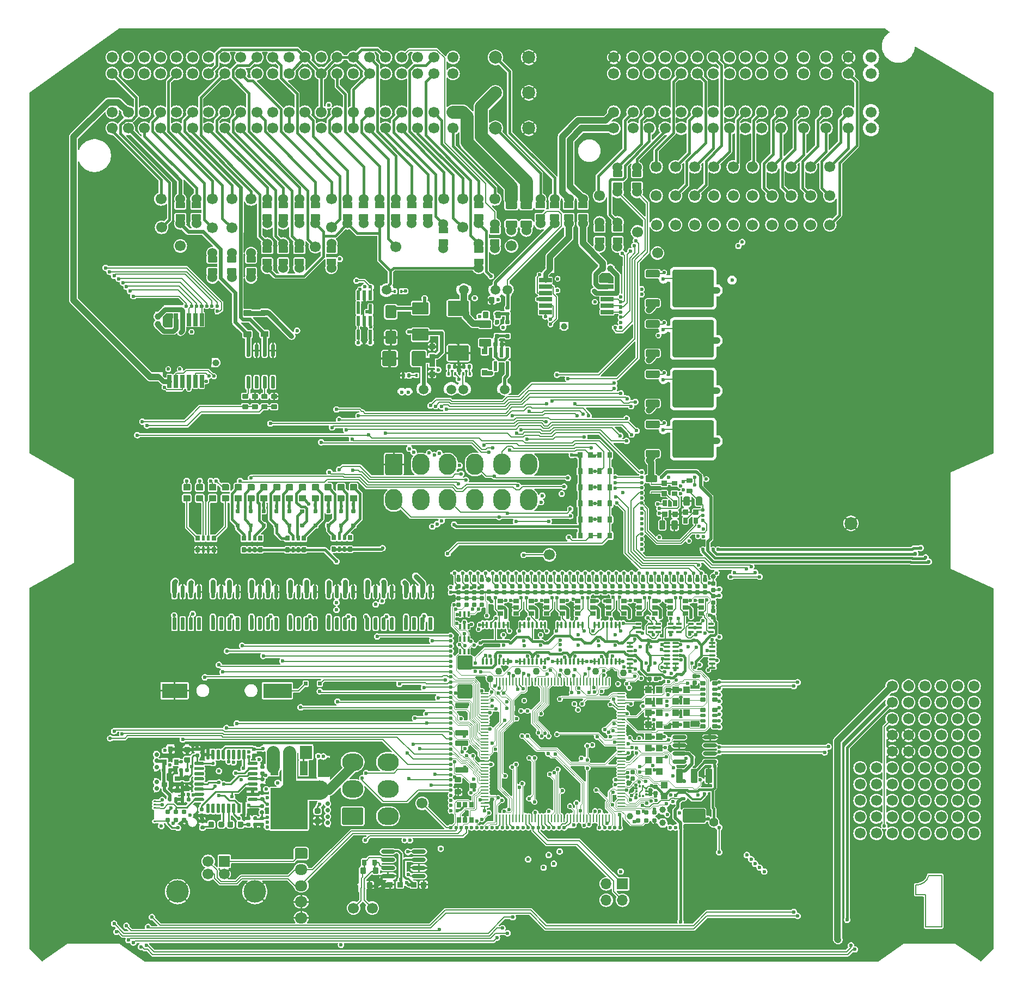
<source format=gtl>
G75*
G70*
%OFA0B0*%
%FSLAX25Y25*%
%IPPOS*%
%LPD*%
%AMOC8*
5,1,8,0,0,1.08239X$1,22.5*
%
%AMM152*
21,1,0.035430,0.030320,-0.000000,-0.000000,270.000000*
21,1,0.028350,0.037400,-0.000000,-0.000000,270.000000*
1,1,0.007090,-0.015160,-0.014170*
1,1,0.007090,-0.015160,0.014170*
1,1,0.007090,0.015160,0.014170*
1,1,0.007090,0.015160,-0.014170*
%
%AMM153*
21,1,0.043310,0.075980,-0.000000,-0.000000,180.000000*
21,1,0.034650,0.084650,-0.000000,-0.000000,180.000000*
1,1,0.008660,-0.017320,0.037990*
1,1,0.008660,0.017320,0.037990*
1,1,0.008660,0.017320,-0.037990*
1,1,0.008660,-0.017320,-0.037990*
%
%AMM154*
21,1,0.043310,0.075990,-0.000000,-0.000000,180.000000*
21,1,0.034650,0.084650,-0.000000,-0.000000,180.000000*
1,1,0.008660,-0.017320,0.037990*
1,1,0.008660,0.017320,0.037990*
1,1,0.008660,0.017320,-0.037990*
1,1,0.008660,-0.017320,-0.037990*
%
%AMM155*
21,1,0.137800,0.067720,-0.000000,-0.000000,180.000000*
21,1,0.120870,0.084650,-0.000000,-0.000000,180.000000*
1,1,0.016930,-0.060430,0.033860*
1,1,0.016930,0.060430,0.033860*
1,1,0.016930,0.060430,-0.033860*
1,1,0.016930,-0.060430,-0.033860*
%
%AMM156*
21,1,0.039370,0.035430,-0.000000,-0.000000,180.000000*
21,1,0.031500,0.043310,-0.000000,-0.000000,180.000000*
1,1,0.007870,-0.015750,0.017720*
1,1,0.007870,0.015750,0.017720*
1,1,0.007870,0.015750,-0.017720*
1,1,0.007870,-0.015750,-0.017720*
%
%AMM157*
21,1,0.023620,0.030710,-0.000000,-0.000000,0.000000*
21,1,0.018900,0.035430,-0.000000,-0.000000,0.000000*
1,1,0.004720,0.009450,-0.015350*
1,1,0.004720,-0.009450,-0.015350*
1,1,0.004720,-0.009450,0.015350*
1,1,0.004720,0.009450,0.015350*
%
%AMM158*
21,1,0.027560,0.018900,-0.000000,-0.000000,0.000000*
21,1,0.022840,0.023620,-0.000000,-0.000000,0.000000*
1,1,0.004720,0.011420,-0.009450*
1,1,0.004720,-0.011420,-0.009450*
1,1,0.004720,-0.011420,0.009450*
1,1,0.004720,0.011420,0.009450*
%
%AMM159*
21,1,0.023620,0.030710,-0.000000,-0.000000,90.000000*
21,1,0.018900,0.035430,-0.000000,-0.000000,90.000000*
1,1,0.004720,0.015350,0.009450*
1,1,0.004720,0.015350,-0.009450*
1,1,0.004720,-0.015350,-0.009450*
1,1,0.004720,-0.015350,0.009450*
%
%AMM160*
21,1,0.086610,0.073230,-0.000000,-0.000000,270.000000*
21,1,0.069290,0.090550,-0.000000,-0.000000,270.000000*
1,1,0.017320,-0.036610,-0.034650*
1,1,0.017320,-0.036610,0.034650*
1,1,0.017320,0.036610,0.034650*
1,1,0.017320,0.036610,-0.034650*
%
%AMM161*
21,1,0.025590,0.026380,-0.000000,-0.000000,270.000000*
21,1,0.020470,0.031500,-0.000000,-0.000000,270.000000*
1,1,0.005120,-0.013190,-0.010240*
1,1,0.005120,-0.013190,0.010240*
1,1,0.005120,0.013190,0.010240*
1,1,0.005120,0.013190,-0.010240*
%
%AMM162*
21,1,0.017720,0.027950,-0.000000,-0.000000,270.000000*
21,1,0.014170,0.031500,-0.000000,-0.000000,270.000000*
1,1,0.003540,-0.013980,-0.007090*
1,1,0.003540,-0.013980,0.007090*
1,1,0.003540,0.013980,0.007090*
1,1,0.003540,0.013980,-0.007090*
%
%AMM163*
21,1,0.031500,0.072440,-0.000000,-0.000000,270.000000*
21,1,0.025200,0.078740,-0.000000,-0.000000,270.000000*
1,1,0.006300,-0.036220,-0.012600*
1,1,0.006300,-0.036220,0.012600*
1,1,0.006300,0.036220,0.012600*
1,1,0.006300,0.036220,-0.012600*
%
%AMM164*
21,1,0.012600,0.028980,-0.000000,-0.000000,270.000000*
21,1,0.010080,0.031500,-0.000000,-0.000000,270.000000*
1,1,0.002520,-0.014490,-0.005040*
1,1,0.002520,-0.014490,0.005040*
1,1,0.002520,0.014490,0.005040*
1,1,0.002520,0.014490,-0.005040*
%
%AMM165*
21,1,0.012600,0.028980,-0.000000,-0.000000,0.000000*
21,1,0.010080,0.031500,-0.000000,-0.000000,0.000000*
1,1,0.002520,0.005040,-0.014490*
1,1,0.002520,-0.005040,-0.014490*
1,1,0.002520,-0.005040,0.014490*
1,1,0.002520,0.005040,0.014490*
%
%AMM166*
21,1,0.039370,0.035430,-0.000000,-0.000000,90.000000*
21,1,0.031500,0.043310,-0.000000,-0.000000,90.000000*
1,1,0.007870,0.017720,0.015750*
1,1,0.007870,0.017720,-0.015750*
1,1,0.007870,-0.017720,-0.015750*
1,1,0.007870,-0.017720,0.015750*
%
%AMM167*
21,1,0.027560,0.018900,-0.000000,-0.000000,270.000000*
21,1,0.022840,0.023620,-0.000000,-0.000000,270.000000*
1,1,0.004720,-0.009450,-0.011420*
1,1,0.004720,-0.009450,0.011420*
1,1,0.004720,0.009450,0.011420*
1,1,0.004720,0.009450,-0.011420*
%
%AMM274*
21,1,0.086610,0.073230,0.000000,-0.000000,180.000000*
21,1,0.069290,0.090550,0.000000,-0.000000,180.000000*
1,1,0.017320,-0.034650,0.036610*
1,1,0.017320,0.034650,0.036610*
1,1,0.017320,0.034650,-0.036610*
1,1,0.017320,-0.034650,-0.036610*
%
%AMM275*
21,1,0.094490,0.111020,0.000000,-0.000000,270.000000*
21,1,0.075590,0.129920,0.000000,-0.000000,270.000000*
1,1,0.018900,-0.055510,-0.037800*
1,1,0.018900,-0.055510,0.037800*
1,1,0.018900,0.055510,0.037800*
1,1,0.018900,0.055510,-0.037800*
%
%AMM276*
21,1,0.074800,0.083460,0.000000,-0.000000,270.000000*
21,1,0.059840,0.098430,0.000000,-0.000000,270.000000*
1,1,0.014960,-0.041730,-0.029920*
1,1,0.014960,-0.041730,0.029920*
1,1,0.014960,0.041730,0.029920*
1,1,0.014960,0.041730,-0.029920*
%
%AMM277*
21,1,0.078740,0.053540,0.000000,-0.000000,90.000000*
21,1,0.065350,0.066930,0.000000,-0.000000,90.000000*
1,1,0.013390,0.026770,0.032680*
1,1,0.013390,0.026770,-0.032680*
1,1,0.013390,-0.026770,-0.032680*
1,1,0.013390,-0.026770,0.032680*
%
%AMM278*
21,1,0.035430,0.030320,0.000000,-0.000000,0.000000*
21,1,0.028350,0.037400,0.000000,-0.000000,0.000000*
1,1,0.007090,0.014170,-0.015160*
1,1,0.007090,-0.014170,-0.015160*
1,1,0.007090,-0.014170,0.015160*
1,1,0.007090,0.014170,0.015160*
%
%AMM279*
21,1,0.021650,0.052760,0.000000,-0.000000,180.000000*
21,1,0.017320,0.057090,0.000000,-0.000000,180.000000*
1,1,0.004330,-0.008660,0.026380*
1,1,0.004330,0.008660,0.026380*
1,1,0.004330,0.008660,-0.026380*
1,1,0.004330,-0.008660,-0.026380*
%
%AMM280*
21,1,0.035830,0.026770,0.000000,-0.000000,270.000000*
21,1,0.029130,0.033470,0.000000,-0.000000,270.000000*
1,1,0.006690,-0.013390,-0.014570*
1,1,0.006690,-0.013390,0.014570*
1,1,0.006690,0.013390,0.014570*
1,1,0.006690,0.013390,-0.014570*
%
%AMM281*
21,1,0.070870,0.036220,0.000000,-0.000000,0.000000*
21,1,0.061810,0.045280,0.000000,-0.000000,0.000000*
1,1,0.009060,0.030910,-0.018110*
1,1,0.009060,-0.030910,-0.018110*
1,1,0.009060,-0.030910,0.018110*
1,1,0.009060,0.030910,0.018110*
%
%AMM282*
21,1,0.033470,0.026770,0.000000,-0.000000,270.000000*
21,1,0.026770,0.033470,0.000000,-0.000000,270.000000*
1,1,0.006690,-0.013390,-0.013390*
1,1,0.006690,-0.013390,0.013390*
1,1,0.006690,0.013390,0.013390*
1,1,0.006690,0.013390,-0.013390*
%
%AMM283*
21,1,0.015750,0.016540,0.000000,-0.000000,180.000000*
21,1,0.012600,0.019680,0.000000,-0.000000,180.000000*
1,1,0.003150,-0.006300,0.008270*
1,1,0.003150,0.006300,0.008270*
1,1,0.003150,0.006300,-0.008270*
1,1,0.003150,-0.006300,-0.008270*
%
%AMM284*
21,1,0.023620,0.018900,0.000000,-0.000000,0.000000*
21,1,0.018900,0.023620,0.000000,-0.000000,0.000000*
1,1,0.004720,0.009450,-0.009450*
1,1,0.004720,-0.009450,-0.009450*
1,1,0.004720,-0.009450,0.009450*
1,1,0.004720,0.009450,0.009450*
%
%AMM285*
21,1,0.019680,0.019680,0.000000,-0.000000,270.000000*
21,1,0.015750,0.023620,0.000000,-0.000000,270.000000*
1,1,0.003940,-0.009840,-0.007870*
1,1,0.003940,-0.009840,0.007870*
1,1,0.003940,0.009840,0.007870*
1,1,0.003940,0.009840,-0.007870*
%
%AMM286*
21,1,0.019680,0.019680,0.000000,-0.000000,180.000000*
21,1,0.015750,0.023620,0.000000,-0.000000,180.000000*
1,1,0.003940,-0.007870,0.009840*
1,1,0.003940,0.007870,0.009840*
1,1,0.003940,0.007870,-0.009840*
1,1,0.003940,-0.007870,-0.009840*
%
%AMM34*
21,1,0.035430,0.030320,0.000000,0.000000,180.000000*
21,1,0.028350,0.037400,0.000000,0.000000,180.000000*
1,1,0.007090,-0.014170,0.015160*
1,1,0.007090,0.014170,0.015160*
1,1,0.007090,0.014170,-0.015160*
1,1,0.007090,-0.014170,-0.015160*
%
%AMM64*
21,1,0.033470,0.026770,0.000000,0.000000,0.000000*
21,1,0.026770,0.033470,0.000000,0.000000,0.000000*
1,1,0.006690,0.013390,-0.013390*
1,1,0.006690,-0.013390,-0.013390*
1,1,0.006690,-0.013390,0.013390*
1,1,0.006690,0.013390,0.013390*
%
%AMM91*
21,1,0.027560,0.030710,0.000000,0.000000,180.000000*
21,1,0.022050,0.036220,0.000000,0.000000,180.000000*
1,1,0.005510,-0.011020,0.015350*
1,1,0.005510,0.011020,0.015350*
1,1,0.005510,0.011020,-0.015350*
1,1,0.005510,-0.011020,-0.015350*
%
%ADD10C,0.00787*%
%ADD101C,0.01968*%
%ADD102O,0.00866X0.05118*%
%ADD103O,0.05118X0.00866*%
%ADD11C,0.06693*%
%ADD116O,0.01181X0.04331*%
%ADD117O,0.04331X0.01181*%
%ADD119O,0.08661X0.02362*%
%ADD12O,0.07677X0.06693*%
%ADD121R,0.01476X0.01378*%
%ADD122R,0.01378X0.01476*%
%ADD125C,0.03100*%
%ADD126C,0.00492*%
%ADD127C,0.03900*%
%ADD128C,0.04331*%
%ADD129C,0.05512*%
%ADD13C,0.06000*%
%ADD14C,0.07874*%
%ADD142C,0.03543*%
%ADD15R,0.06693X0.06693*%
%ADD16C,0.13780*%
%ADD160M34*%
%ADD17C,0.02362*%
%ADD18R,0.49213X0.00787*%
%ADD19R,0.00787X0.12992*%
%ADD20R,0.00787X0.13780*%
%ADD202M64*%
%ADD21R,0.00787X0.23622*%
%ADD22R,0.00787X1.04921*%
%ADD23R,0.00787X0.60630*%
%ADD24R,0.33465X0.00787*%
%ADD25C,0.03937*%
%ADD254R,0.07874X0.02559*%
%ADD255R,0.17717X0.31890*%
%ADD257R,0.03543X0.03150*%
%ADD258R,0.04724X0.08661*%
%ADD259C,0.05118*%
%ADD26C,0.02756*%
%ADD260R,0.22835X0.25197*%
%ADD261R,0.03150X0.03543*%
%ADD262R,0.07500X0.07874*%
%ADD263O,0.07500X0.07874*%
%ADD267M91*%
%ADD268O,0.01968X0.00984*%
%ADD269O,0.00984X0.01968*%
%ADD27C,0.11811*%
%ADD277C,0.01850*%
%ADD28R,0.00984X0.11811*%
%ADD29R,0.00984X0.04331*%
%ADD30R,0.00984X0.03858*%
%ADD31R,0.00984X0.05709*%
%ADD32R,1.08661X0.00984*%
%ADD33R,0.00984X0.07677*%
%ADD34R,0.00984X0.03740*%
%ADD35O,0.12992X0.10630*%
%ADD355M152*%
%ADD356M153*%
%ADD357M154*%
%ADD358M155*%
%ADD359M156*%
%ADD36R,0.00787X0.09055*%
%ADD360M157*%
%ADD361M158*%
%ADD362M159*%
%ADD363M160*%
%ADD364M161*%
%ADD365M162*%
%ADD366M163*%
%ADD367M164*%
%ADD368M165*%
%ADD369M166*%
%ADD37R,0.00787X0.42126*%
%ADD370M167*%
%ADD38R,0.00787X0.08268*%
%ADD39R,0.00787X0.21260*%
%ADD40R,0.05512X0.00787*%
%ADD41R,0.19685X0.00787*%
%ADD42R,0.26772X0.00787*%
%ADD423O,0.40158X0.00787*%
%ADD43R,0.17717X0.00787*%
%ADD44R,0.00787X0.06299*%
%ADD45R,0.00787X0.22441*%
%ADD46R,0.00787X0.07874*%
%ADD47O,0.06693X0.06693*%
%ADD48R,0.00787X0.17323*%
%ADD480M274*%
%ADD481M275*%
%ADD482M276*%
%ADD483M277*%
%ADD484M278*%
%ADD485M279*%
%ADD486M280*%
%ADD487M281*%
%ADD488M282*%
%ADD489M283*%
%ADD49R,0.04724X0.00787*%
%ADD490M284*%
%ADD491M285*%
%ADD492M286*%
%ADD50R,0.15748X0.00787*%
%ADD51R,0.07087X0.00787*%
%ADD517R,0.02559X0.07874*%
%ADD518R,0.31890X0.17717*%
%ADD52R,0.00787X0.39370*%
%ADD520O,0.04823X0.00787*%
%ADD53C,0.05906*%
%ADD54O,0.12992X0.00787*%
%ADD55O,0.40157X0.00787*%
%ADD56O,0.01181X0.00787*%
%ADD57O,0.00787X0.66929*%
%ADD58O,0.00787X0.60630*%
%ADD59O,0.18898X0.00787*%
%ADD60O,0.10236X0.00787*%
%ADD61O,0.03937X0.00787*%
%ADD62O,0.05906X0.00787*%
%ADD63R,0.17323X0.09055*%
%ADD64R,0.15748X0.09055*%
%ADD65O,0.10630X0.12992*%
%ADD66R,0.17323X0.00787*%
%ADD67R,0.00787X0.04724*%
%ADD68R,0.00787X0.26772*%
%ADD69R,0.00787X0.15748*%
%ADD70R,0.00787X0.07087*%
%ADD71R,0.39370X0.00787*%
%ADD72O,0.00787X0.22323*%
%ADD73O,0.43701X0.00787*%
%ADD74O,0.38583X0.01575*%
%ADD75O,0.01969X0.00984*%
%ADD76O,0.00787X0.26772*%
%ADD77O,0.00984X0.01969*%
%ADD78O,0.04724X0.00787*%
%ADD79O,0.00787X0.36614*%
%ADD80C,0.01575*%
%ADD81C,0.03150*%
%ADD82C,0.01969*%
%ADD83C,0.00591*%
%ADD84C,0.00984*%
%ADD90C,0.01181*%
%ADD94C,0.00800*%
X0000000Y0000000D02*
%LPD*%
G01*
D10*
X0570494Y0060660D02*
X0570494Y0066566D01*
X0570494Y0060660D02*
X0576399Y0060660D01*
X0576399Y0060660D02*
X0576399Y0040975D01*
X0576399Y0040975D02*
X0586242Y0040975D01*
X0586242Y0072471D02*
X0578368Y0072471D01*
X0586242Y0040975D02*
X0586242Y0072471D01*
X0578368Y0072471D02*
G75*
G02*
X0570494Y0066566I-007565J0001885D01*
G01*
D11*
X0411417Y0505906D03*
G36*
G01*
X0191240Y0089173D02*
X0196949Y0089173D01*
G75*
G02*
X0197933Y0088189I0000000J-000984D01*
G01*
X0197933Y0083465D01*
G75*
G02*
X0196949Y0082480I-000984J0000000D01*
G01*
X0191240Y0082480D01*
G75*
G02*
X0190256Y0083465I0000000J0000984D01*
G01*
X0190256Y0088189D01*
G75*
G02*
X0191240Y0089173I0000984J0000000D01*
G01*
G37*
D12*
X0194094Y0075984D03*
X0194094Y0066142D03*
X0194094Y0056299D03*
X0194094Y0046457D03*
D11*
X0505906Y0470472D03*
X0446850Y0488189D03*
G36*
G01*
X0159193Y0418209D02*
X0163209Y0418209D01*
G75*
G02*
X0163563Y0417854I0000000J-000354D01*
G01*
X0163563Y0415020D01*
G75*
G02*
X0163209Y0414665I-000354J0000000D01*
G01*
X0159193Y0414665D01*
G75*
G02*
X0158839Y0415020I0000000J0000354D01*
G01*
X0158839Y0417854D01*
G75*
G02*
X0159193Y0418209I0000354J0000000D01*
G01*
G37*
G36*
G01*
X0159193Y0405217D02*
X0163209Y0405217D01*
G75*
G02*
X0163563Y0404862I0000000J-000354D01*
G01*
X0163563Y0402028D01*
G75*
G02*
X0163209Y0401673I-000354J0000000D01*
G01*
X0159193Y0401673D01*
G75*
G02*
X0158839Y0402028I0000000J0000354D01*
G01*
X0158839Y0404862D01*
G75*
G02*
X0159193Y0405217I0000354J0000000D01*
G01*
G37*
D13*
X0331890Y0486220D03*
G36*
G01*
X0328346Y0480925D02*
X0328346Y0483642D01*
G75*
G02*
X0329252Y0484547I0000906J0000000D01*
G01*
X0334528Y0484547D01*
G75*
G02*
X0335433Y0483642I0000000J-000906D01*
G01*
X0335433Y0480925D01*
G75*
G02*
X0334528Y0480020I-000906J0000000D01*
G01*
X0329252Y0480020D01*
G75*
G02*
X0328346Y0480925I0000000J0000906D01*
G01*
G37*
G36*
G01*
X0328346Y0469508D02*
X0328346Y0472224D01*
G75*
G02*
X0329252Y0473130I0000906J0000000D01*
G01*
X0334528Y0473130D01*
G75*
G02*
X0335433Y0472224I0000000J-000906D01*
G01*
X0335433Y0469508D01*
G75*
G02*
X0334528Y0468602I-000906J0000000D01*
G01*
X0329252Y0468602D01*
G75*
G02*
X0328346Y0469508I0000000J0000906D01*
G01*
G37*
X0331890Y0466929D03*
G36*
G01*
X0164331Y0222638D02*
X0163150Y0222638D01*
G75*
G02*
X0162559Y0223228I0000000J0000591D01*
G01*
X0162559Y0229724D01*
G75*
G02*
X0163150Y0230315I0000591J0000000D01*
G01*
X0164331Y0230315D01*
G75*
G02*
X0164921Y0229724I0000000J-000591D01*
G01*
X0164921Y0223228D01*
G75*
G02*
X0164331Y0222638I-000591J0000000D01*
G01*
G37*
G36*
G01*
X0169331Y0222638D02*
X0168150Y0222638D01*
G75*
G02*
X0167559Y0223228I0000000J0000591D01*
G01*
X0167559Y0229724D01*
G75*
G02*
X0168150Y0230315I0000591J0000000D01*
G01*
X0169331Y0230315D01*
G75*
G02*
X0169921Y0229724I0000000J-000591D01*
G01*
X0169921Y0223228D01*
G75*
G02*
X0169331Y0222638I-000591J0000000D01*
G01*
G37*
G36*
G01*
X0174331Y0222638D02*
X0173150Y0222638D01*
G75*
G02*
X0172559Y0223228I0000000J0000591D01*
G01*
X0172559Y0229724D01*
G75*
G02*
X0173150Y0230315I0000591J0000000D01*
G01*
X0174331Y0230315D01*
G75*
G02*
X0174921Y0229724I0000000J-000591D01*
G01*
X0174921Y0223228D01*
G75*
G02*
X0174331Y0222638I-000591J0000000D01*
G01*
G37*
G36*
G01*
X0179331Y0222638D02*
X0178150Y0222638D01*
G75*
G02*
X0177559Y0223228I0000000J0000591D01*
G01*
X0177559Y0229724D01*
G75*
G02*
X0178150Y0230315I0000591J0000000D01*
G01*
X0179331Y0230315D01*
G75*
G02*
X0179921Y0229724I0000000J-000591D01*
G01*
X0179921Y0223228D01*
G75*
G02*
X0179331Y0222638I-000591J0000000D01*
G01*
G37*
G36*
G01*
X0179331Y0242126D02*
X0178150Y0242126D01*
G75*
G02*
X0177559Y0242717I0000000J0000591D01*
G01*
X0177559Y0249213D01*
G75*
G02*
X0178150Y0249803I0000591J0000000D01*
G01*
X0179331Y0249803D01*
G75*
G02*
X0179921Y0249213I0000000J-000591D01*
G01*
X0179921Y0242717D01*
G75*
G02*
X0179331Y0242126I-000591J0000000D01*
G01*
G37*
G36*
G01*
X0174331Y0242126D02*
X0173150Y0242126D01*
G75*
G02*
X0172559Y0242717I0000000J0000591D01*
G01*
X0172559Y0249213D01*
G75*
G02*
X0173150Y0249803I0000591J0000000D01*
G01*
X0174331Y0249803D01*
G75*
G02*
X0174921Y0249213I0000000J-000591D01*
G01*
X0174921Y0242717D01*
G75*
G02*
X0174331Y0242126I-000591J0000000D01*
G01*
G37*
G36*
G01*
X0169331Y0242126D02*
X0168150Y0242126D01*
G75*
G02*
X0167559Y0242717I0000000J0000591D01*
G01*
X0167559Y0249213D01*
G75*
G02*
X0168150Y0249803I0000591J0000000D01*
G01*
X0169331Y0249803D01*
G75*
G02*
X0169921Y0249213I0000000J-000591D01*
G01*
X0169921Y0242717D01*
G75*
G02*
X0169331Y0242126I-000591J0000000D01*
G01*
G37*
G36*
G01*
X0164331Y0242126D02*
X0163150Y0242126D01*
G75*
G02*
X0162559Y0242717I0000000J0000591D01*
G01*
X0162559Y0249213D01*
G75*
G02*
X0163150Y0249803I0000591J0000000D01*
G01*
X0164331Y0249803D01*
G75*
G02*
X0164921Y0249213I0000000J-000591D01*
G01*
X0164921Y0242717D01*
G75*
G02*
X0164331Y0242126I-000591J0000000D01*
G01*
G37*
D11*
X0268110Y0116535D03*
G36*
G01*
X0375394Y0298465D02*
X0375394Y0301535D01*
G75*
G02*
X0375669Y0301811I0000276J0000000D01*
G01*
X0377874Y0301811D01*
G75*
G02*
X0378150Y0301535I0000000J-000276D01*
G01*
X0378150Y0298465D01*
G75*
G02*
X0377874Y0298189I-000276J0000000D01*
G01*
X0375669Y0298189D01*
G75*
G02*
X0375394Y0298465I0000000J0000276D01*
G01*
G37*
G36*
G01*
X0381693Y0298465D02*
X0381693Y0301535D01*
G75*
G02*
X0381969Y0301811I0000276J0000000D01*
G01*
X0384173Y0301811D01*
G75*
G02*
X0384449Y0301535I0000000J-000276D01*
G01*
X0384449Y0298465D01*
G75*
G02*
X0384173Y0298189I-000276J0000000D01*
G01*
X0381969Y0298189D01*
G75*
G02*
X0381693Y0298465I0000000J0000276D01*
G01*
G37*
X0482283Y0505906D03*
X0596089Y0098208D03*
X0596089Y0108208D03*
X0596089Y0118208D03*
X0596089Y0128208D03*
X0596089Y0138208D03*
X0606089Y0098208D03*
X0606089Y0108208D03*
X0606089Y0118208D03*
X0606089Y0128208D03*
X0606089Y0138208D03*
X0312598Y0486240D03*
G36*
G01*
X0176004Y0366831D02*
X0179075Y0366831D01*
G75*
G02*
X0179350Y0366555I0000000J-000276D01*
G01*
X0179350Y0364350D01*
G75*
G02*
X0179075Y0364075I-000276J0000000D01*
G01*
X0176004Y0364075D01*
G75*
G02*
X0175728Y0364350I0000000J0000276D01*
G01*
X0175728Y0366555D01*
G75*
G02*
X0176004Y0366831I0000276J0000000D01*
G01*
G37*
G36*
G01*
X0176004Y0360531D02*
X0179075Y0360531D01*
G75*
G02*
X0179350Y0360256I0000000J-000276D01*
G01*
X0179350Y0358051D01*
G75*
G02*
X0179075Y0357776I-000276J0000000D01*
G01*
X0176004Y0357776D01*
G75*
G02*
X0175728Y0358051I0000000J0000276D01*
G01*
X0175728Y0360256D01*
G75*
G02*
X0176004Y0360531I0000276J0000000D01*
G01*
G37*
X0542963Y0572835D03*
X0529183Y0572835D03*
X0515404Y0572835D03*
X0501624Y0572835D03*
X0487844Y0572835D03*
X0476033Y0572835D03*
X0466191Y0572835D03*
X0456348Y0572835D03*
X0446506Y0572835D03*
X0436663Y0572835D03*
X0426821Y0572835D03*
X0416978Y0572835D03*
X0407136Y0572835D03*
X0397293Y0572835D03*
X0385482Y0572835D03*
X0542963Y0562992D03*
X0529183Y0562992D03*
X0515404Y0562992D03*
X0501624Y0562992D03*
X0487844Y0562992D03*
X0476033Y0562992D03*
X0466191Y0562992D03*
X0456348Y0562992D03*
X0446506Y0562992D03*
X0436663Y0562992D03*
X0426821Y0562992D03*
X0416978Y0562992D03*
X0407136Y0562992D03*
X0397293Y0562992D03*
X0385482Y0562992D03*
X0542963Y0539370D03*
X0529183Y0539370D03*
X0515404Y0539370D03*
X0501624Y0539370D03*
X0487844Y0539370D03*
X0476033Y0539370D03*
X0466191Y0539370D03*
X0456348Y0539370D03*
X0446506Y0539370D03*
X0436663Y0539370D03*
X0426821Y0539370D03*
X0416978Y0539370D03*
X0407136Y0539370D03*
X0397293Y0539370D03*
X0385482Y0539370D03*
X0542963Y0529528D03*
X0529183Y0529528D03*
X0515404Y0529528D03*
X0501624Y0529528D03*
X0487844Y0529528D03*
X0476033Y0529528D03*
X0466191Y0529528D03*
X0456348Y0529528D03*
X0446506Y0529528D03*
X0436663Y0529528D03*
X0426821Y0529528D03*
X0416978Y0529528D03*
X0407136Y0529528D03*
X0397293Y0529528D03*
X0385482Y0529528D03*
D14*
X0333514Y0572835D03*
X0313041Y0572835D03*
X0333514Y0551181D03*
X0313041Y0551181D03*
X0333514Y0529528D03*
X0313041Y0529528D03*
D11*
X0287057Y0572835D03*
X0275246Y0572835D03*
X0265404Y0572835D03*
X0255561Y0572835D03*
X0245719Y0572835D03*
X0235876Y0572835D03*
X0226033Y0572835D03*
X0216191Y0572835D03*
X0206348Y0572835D03*
X0196506Y0572835D03*
X0186663Y0572835D03*
X0176821Y0572835D03*
X0166978Y0572835D03*
X0157136Y0572835D03*
X0147293Y0572835D03*
X0137451Y0572835D03*
X0127608Y0572835D03*
X0117766Y0572835D03*
X0107923Y0572835D03*
X0098081Y0572835D03*
X0088238Y0572835D03*
X0078396Y0572835D03*
X0287057Y0562992D03*
X0275246Y0562992D03*
X0265404Y0562992D03*
X0255561Y0562992D03*
X0245719Y0562992D03*
X0235876Y0562992D03*
X0226033Y0562992D03*
X0216191Y0562992D03*
X0206348Y0562992D03*
X0196506Y0562992D03*
X0186663Y0562992D03*
X0176821Y0562992D03*
X0166978Y0562992D03*
X0157136Y0562992D03*
X0147293Y0562992D03*
X0137451Y0562992D03*
X0127608Y0562992D03*
X0117766Y0562992D03*
X0107923Y0562992D03*
X0098081Y0562992D03*
X0088238Y0562992D03*
X0078396Y0562992D03*
X0287057Y0539370D03*
X0275246Y0539370D03*
X0265404Y0539370D03*
X0255561Y0539370D03*
X0245719Y0539370D03*
X0235876Y0539370D03*
X0226033Y0539370D03*
X0216191Y0539370D03*
X0206348Y0539370D03*
X0196506Y0539370D03*
X0186663Y0539370D03*
X0176821Y0539370D03*
X0166978Y0539370D03*
X0157136Y0539370D03*
X0147293Y0539370D03*
X0137451Y0539370D03*
X0127608Y0539370D03*
X0117766Y0539370D03*
X0107923Y0539370D03*
X0098081Y0539370D03*
X0088238Y0539370D03*
X0078396Y0539370D03*
X0287057Y0529528D03*
X0275246Y0529528D03*
X0265404Y0529528D03*
X0255561Y0529528D03*
X0245719Y0529528D03*
X0235876Y0529528D03*
X0226033Y0529528D03*
X0216191Y0529528D03*
X0206348Y0529528D03*
X0196506Y0529528D03*
X0186663Y0529528D03*
X0176821Y0529528D03*
X0166978Y0529528D03*
X0157136Y0529528D03*
X0147293Y0529528D03*
X0137451Y0529528D03*
X0127608Y0529528D03*
X0117766Y0529528D03*
X0107923Y0529528D03*
X0098081Y0529528D03*
X0088238Y0529528D03*
X0078396Y0529528D03*
D13*
X0163386Y0438169D03*
G36*
G01*
X0165846Y0439961D02*
X0160925Y0439961D01*
G75*
G02*
X0160531Y0440354I0000000J0000394D01*
G01*
X0160531Y0443504D01*
G75*
G02*
X0160925Y0443898I0000394J0000000D01*
G01*
X0165846Y0443898D01*
G75*
G02*
X0166240Y0443504I0000000J-000394D01*
G01*
X0166240Y0440354D01*
G75*
G02*
X0165846Y0439961I-000394J0000000D01*
G01*
G37*
G36*
G01*
X0165846Y0447441D02*
X0160925Y0447441D01*
G75*
G02*
X0160531Y0447835I0000000J0000394D01*
G01*
X0160531Y0450984D01*
G75*
G02*
X0160925Y0451378I0000394J0000000D01*
G01*
X0165846Y0451378D01*
G75*
G02*
X0166240Y0450984I0000000J-000394D01*
G01*
X0166240Y0447835D01*
G75*
G02*
X0165846Y0447441I-000394J0000000D01*
G01*
G37*
X0163386Y0453169D03*
D11*
X0458661Y0505906D03*
D13*
X0139764Y0438169D03*
G36*
G01*
X0142224Y0439961D02*
X0137303Y0439961D01*
G75*
G02*
X0136909Y0440354I0000000J0000394D01*
G01*
X0136909Y0443504D01*
G75*
G02*
X0137303Y0443898I0000394J0000000D01*
G01*
X0142224Y0443898D01*
G75*
G02*
X0142618Y0443504I0000000J-000394D01*
G01*
X0142618Y0440354D01*
G75*
G02*
X0142224Y0439961I-000394J0000000D01*
G01*
G37*
G36*
G01*
X0142224Y0447441D02*
X0137303Y0447441D01*
G75*
G02*
X0136909Y0447835I0000000J0000394D01*
G01*
X0136909Y0450984D01*
G75*
G02*
X0137303Y0451378I0000394J0000000D01*
G01*
X0142224Y0451378D01*
G75*
G02*
X0142618Y0450984I0000000J-000394D01*
G01*
X0142618Y0447835D01*
G75*
G02*
X0142224Y0447441I-000394J0000000D01*
G01*
G37*
X0139764Y0453169D03*
D11*
X0411811Y0470472D03*
X0237598Y0052461D03*
X0458661Y0488189D03*
X0322835Y0457480D03*
G36*
G01*
X0177362Y0311811D02*
X0180906Y0311811D01*
G75*
G02*
X0181299Y0311417I0000000J-000394D01*
G01*
X0181299Y0308268D01*
G75*
G02*
X0180906Y0307874I-000394J0000000D01*
G01*
X0177362Y0307874D01*
G75*
G02*
X0176969Y0308268I0000000J0000394D01*
G01*
X0176969Y0311417D01*
G75*
G02*
X0177362Y0311811I0000394J0000000D01*
G01*
G37*
G36*
G01*
X0177362Y0305118D02*
X0180906Y0305118D01*
G75*
G02*
X0181299Y0304724I0000000J-000394D01*
G01*
X0181299Y0301575D01*
G75*
G02*
X0180906Y0301181I-000394J0000000D01*
G01*
X0177362Y0301181D01*
G75*
G02*
X0176969Y0301575I0000000J0000394D01*
G01*
X0176969Y0304724D01*
G75*
G02*
X0177362Y0305118I0000394J0000000D01*
G01*
G37*
D13*
X0183071Y0471240D03*
G36*
G01*
X0185531Y0473031D02*
X0180610Y0473031D01*
G75*
G02*
X0180217Y0473425I0000000J0000394D01*
G01*
X0180217Y0476575D01*
G75*
G02*
X0180610Y0476968I0000394J0000000D01*
G01*
X0185531Y0476968D01*
G75*
G02*
X0185925Y0476575I0000000J-000394D01*
G01*
X0185925Y0473425D01*
G75*
G02*
X0185531Y0473031I-000394J0000000D01*
G01*
G37*
G36*
G01*
X0185531Y0480512D02*
X0180610Y0480512D01*
G75*
G02*
X0180217Y0480906I0000000J0000394D01*
G01*
X0180217Y0484055D01*
G75*
G02*
X0180610Y0484449I0000394J0000000D01*
G01*
X0185531Y0484449D01*
G75*
G02*
X0185925Y0484055I0000000J-000394D01*
G01*
X0185925Y0480906D01*
G75*
G02*
X0185531Y0480512I-000394J0000000D01*
G01*
G37*
X0183071Y0486240D03*
G36*
G01*
X0224852Y0285669D02*
X0224852Y0287559D01*
G75*
G02*
X0225089Y0287795I0000236J0000000D01*
G01*
X0226978Y0287795D01*
G75*
G02*
X0227215Y0287559I0000000J-000236D01*
G01*
X0227215Y0285669D01*
G75*
G02*
X0226978Y0285433I-000236J0000000D01*
G01*
X0225089Y0285433D01*
G75*
G02*
X0224852Y0285669I0000000J0000236D01*
G01*
G37*
G36*
G01*
X0224852Y0294331D02*
X0224852Y0296220D01*
G75*
G02*
X0225089Y0296457I0000236J0000000D01*
G01*
X0226978Y0296457D01*
G75*
G02*
X0227215Y0296220I0000000J-000236D01*
G01*
X0227215Y0294331D01*
G75*
G02*
X0226978Y0294094I-000236J0000000D01*
G01*
X0225089Y0294094D01*
G75*
G02*
X0224852Y0294331I0000000J0000236D01*
G01*
G37*
D11*
X0494094Y0488189D03*
G36*
G01*
X0363583Y0278780D02*
X0363583Y0281850D01*
G75*
G02*
X0363858Y0282126I0000276J0000000D01*
G01*
X0366063Y0282126D01*
G75*
G02*
X0366339Y0281850I0000000J-000276D01*
G01*
X0366339Y0278780D01*
G75*
G02*
X0366063Y0278504I-000276J0000000D01*
G01*
X0363858Y0278504D01*
G75*
G02*
X0363583Y0278780I0000000J0000276D01*
G01*
G37*
G36*
G01*
X0369882Y0278780D02*
X0369882Y0281850D01*
G75*
G02*
X0370157Y0282126I0000276J0000000D01*
G01*
X0372362Y0282126D01*
G75*
G02*
X0372638Y0281850I0000000J-000276D01*
G01*
X0372638Y0278780D01*
G75*
G02*
X0372362Y0278504I-000276J0000000D01*
G01*
X0370157Y0278504D01*
G75*
G02*
X0369882Y0278780I0000000J0000276D01*
G01*
G37*
G36*
G01*
X0217273Y0285669D02*
X0217273Y0287559D01*
G75*
G02*
X0217509Y0287795I0000236J0000000D01*
G01*
X0219399Y0287795D01*
G75*
G02*
X0219635Y0287559I0000000J-000236D01*
G01*
X0219635Y0285669D01*
G75*
G02*
X0219399Y0285433I-000236J0000000D01*
G01*
X0217509Y0285433D01*
G75*
G02*
X0217273Y0285669I0000000J0000236D01*
G01*
G37*
G36*
G01*
X0217273Y0294331D02*
X0217273Y0296220D01*
G75*
G02*
X0217509Y0296457I0000236J0000000D01*
G01*
X0219399Y0296457D01*
G75*
G02*
X0219635Y0296220I0000000J-000236D01*
G01*
X0219635Y0294331D01*
G75*
G02*
X0219399Y0294094I-000236J0000000D01*
G01*
X0217509Y0294094D01*
G75*
G02*
X0217273Y0294331I0000000J0000236D01*
G01*
G37*
G36*
G01*
X0157776Y0270335D02*
X0157776Y0272972D01*
G75*
G02*
X0158031Y0273228I0000256J0000000D01*
G01*
X0160079Y0273228D01*
G75*
G02*
X0160335Y0272972I0000000J-000256D01*
G01*
X0160335Y0270335D01*
G75*
G02*
X0160079Y0270079I-000256J0000000D01*
G01*
X0158031Y0270079D01*
G75*
G02*
X0157776Y0270335I0000000J0000256D01*
G01*
G37*
G36*
G01*
X0161614Y0270256D02*
X0161614Y0273051D01*
G75*
G02*
X0161791Y0273228I0000177J0000000D01*
G01*
X0163209Y0273228D01*
G75*
G02*
X0163386Y0273051I0000000J-000177D01*
G01*
X0163386Y0270256D01*
G75*
G02*
X0163209Y0270079I-000177J0000000D01*
G01*
X0161791Y0270079D01*
G75*
G02*
X0161614Y0270256I0000000J0000177D01*
G01*
G37*
G36*
G01*
X0164764Y0270256D02*
X0164764Y0273051D01*
G75*
G02*
X0164941Y0273228I0000177J0000000D01*
G01*
X0166358Y0273228D01*
G75*
G02*
X0166535Y0273051I0000000J-000177D01*
G01*
X0166535Y0270256D01*
G75*
G02*
X0166358Y0270079I-000177J0000000D01*
G01*
X0164941Y0270079D01*
G75*
G02*
X0164764Y0270256I0000000J0000177D01*
G01*
G37*
G36*
G01*
X0167815Y0270335D02*
X0167815Y0272972D01*
G75*
G02*
X0168071Y0273228I0000256J0000000D01*
G01*
X0170118Y0273228D01*
G75*
G02*
X0170374Y0272972I0000000J-000256D01*
G01*
X0170374Y0270335D01*
G75*
G02*
X0170118Y0270079I-000256J0000000D01*
G01*
X0168071Y0270079D01*
G75*
G02*
X0167815Y0270335I0000000J0000256D01*
G01*
G37*
G36*
G01*
X0167815Y0277421D02*
X0167815Y0280059D01*
G75*
G02*
X0168071Y0280315I0000256J0000000D01*
G01*
X0170118Y0280315D01*
G75*
G02*
X0170374Y0280059I0000000J-000256D01*
G01*
X0170374Y0277421D01*
G75*
G02*
X0170118Y0277165I-000256J0000000D01*
G01*
X0168071Y0277165D01*
G75*
G02*
X0167815Y0277421I0000000J0000256D01*
G01*
G37*
G36*
G01*
X0164764Y0277343D02*
X0164764Y0280138D01*
G75*
G02*
X0164941Y0280315I0000177J0000000D01*
G01*
X0166358Y0280315D01*
G75*
G02*
X0166535Y0280138I0000000J-000177D01*
G01*
X0166535Y0277343D01*
G75*
G02*
X0166358Y0277165I-000177J0000000D01*
G01*
X0164941Y0277165D01*
G75*
G02*
X0164764Y0277343I0000000J0000177D01*
G01*
G37*
G36*
G01*
X0161614Y0277343D02*
X0161614Y0280138D01*
G75*
G02*
X0161791Y0280315I0000177J0000000D01*
G01*
X0163209Y0280315D01*
G75*
G02*
X0163386Y0280138I0000000J-000177D01*
G01*
X0163386Y0277343D01*
G75*
G02*
X0163209Y0277165I-000177J0000000D01*
G01*
X0161791Y0277165D01*
G75*
G02*
X0161614Y0277343I0000000J0000177D01*
G01*
G37*
G36*
G01*
X0157776Y0277421D02*
X0157776Y0280059D01*
G75*
G02*
X0158031Y0280315I0000256J0000000D01*
G01*
X0160079Y0280315D01*
G75*
G02*
X0160335Y0280059I0000000J-000256D01*
G01*
X0160335Y0277421D01*
G75*
G02*
X0160079Y0277165I-000256J0000000D01*
G01*
X0158031Y0277165D01*
G75*
G02*
X0157776Y0277421I0000000J0000256D01*
G01*
G37*
D13*
X0212598Y0444075D03*
G36*
G01*
X0215059Y0445866D02*
X0210138Y0445866D01*
G75*
G02*
X0209744Y0446260I0000000J0000394D01*
G01*
X0209744Y0449409D01*
G75*
G02*
X0210138Y0449803I0000394J0000000D01*
G01*
X0215059Y0449803D01*
G75*
G02*
X0215453Y0449409I0000000J-000394D01*
G01*
X0215453Y0446260D01*
G75*
G02*
X0215059Y0445866I-000394J0000000D01*
G01*
G37*
G36*
G01*
X0215059Y0453347D02*
X0210138Y0453347D01*
G75*
G02*
X0209744Y0453740I0000000J0000394D01*
G01*
X0209744Y0456890D01*
G75*
G02*
X0210138Y0457284I0000394J0000000D01*
G01*
X0215059Y0457284D01*
G75*
G02*
X0215453Y0456890I0000000J-000394D01*
G01*
X0215453Y0453740D01*
G75*
G02*
X0215059Y0453347I-000394J0000000D01*
G01*
G37*
X0212598Y0459075D03*
D11*
X0470472Y0470472D03*
D15*
X0146998Y0081040D03*
D11*
X0137156Y0081040D03*
X0137156Y0073166D03*
X0146998Y0073166D03*
D16*
X0165778Y0062497D03*
X0118376Y0062497D03*
G36*
G01*
X0158287Y0366831D02*
X0161358Y0366831D01*
G75*
G02*
X0161634Y0366555I0000000J-000276D01*
G01*
X0161634Y0364350D01*
G75*
G02*
X0161358Y0364075I-000276J0000000D01*
G01*
X0158287Y0364075D01*
G75*
G02*
X0158012Y0364350I0000000J0000276D01*
G01*
X0158012Y0366555D01*
G75*
G02*
X0158287Y0366831I0000276J0000000D01*
G01*
G37*
G36*
G01*
X0158287Y0360531D02*
X0161358Y0360531D01*
G75*
G02*
X0161634Y0360256I0000000J-000276D01*
G01*
X0161634Y0358051D01*
G75*
G02*
X0161358Y0357776I-000276J0000000D01*
G01*
X0158287Y0357776D01*
G75*
G02*
X0158012Y0358051I0000000J0000276D01*
G01*
X0158012Y0360256D01*
G75*
G02*
X0158287Y0360531I0000276J0000000D01*
G01*
G37*
G36*
G01*
X0375394Y0278780D02*
X0375394Y0281850D01*
G75*
G02*
X0375669Y0282126I0000276J0000000D01*
G01*
X0377874Y0282126D01*
G75*
G02*
X0378150Y0281850I0000000J-000276D01*
G01*
X0378150Y0278780D01*
G75*
G02*
X0377874Y0278504I-000276J0000000D01*
G01*
X0375669Y0278504D01*
G75*
G02*
X0375394Y0278780I0000000J0000276D01*
G01*
G37*
G36*
G01*
X0381693Y0278780D02*
X0381693Y0281850D01*
G75*
G02*
X0381969Y0282126I0000276J0000000D01*
G01*
X0384173Y0282126D01*
G75*
G02*
X0384449Y0281850I0000000J-000276D01*
G01*
X0384449Y0278780D01*
G75*
G02*
X0384173Y0278504I-000276J0000000D01*
G01*
X0381969Y0278504D01*
G75*
G02*
X0381693Y0278780I0000000J0000276D01*
G01*
G37*
D11*
X0226181Y0052461D03*
G36*
G01*
X0122319Y0311811D02*
X0125862Y0311811D01*
G75*
G02*
X0126256Y0311417I0000000J-000394D01*
G01*
X0126256Y0308268D01*
G75*
G02*
X0125862Y0307874I-000394J0000000D01*
G01*
X0122319Y0307874D01*
G75*
G02*
X0121925Y0308268I0000000J0000394D01*
G01*
X0121925Y0311417D01*
G75*
G02*
X0122319Y0311811I0000394J0000000D01*
G01*
G37*
G36*
G01*
X0122319Y0305118D02*
X0125862Y0305118D01*
G75*
G02*
X0126256Y0304724I0000000J-000394D01*
G01*
X0126256Y0301575D01*
G75*
G02*
X0125862Y0301181I-000394J0000000D01*
G01*
X0122319Y0301181D01*
G75*
G02*
X0121925Y0301575I0000000J0000394D01*
G01*
X0121925Y0304724D01*
G75*
G02*
X0122319Y0305118I0000394J0000000D01*
G01*
G37*
X0555931Y0098208D03*
X0555931Y0108208D03*
X0555931Y0118208D03*
X0555931Y0128208D03*
X0555931Y0138208D03*
X0565931Y0098208D03*
X0565931Y0108208D03*
X0565931Y0118208D03*
X0565931Y0128208D03*
X0565931Y0138208D03*
X0108661Y0468898D03*
X0435039Y0488189D03*
X0505906Y0488189D03*
X0505906Y0505906D03*
D13*
X0302756Y0471240D03*
G36*
G01*
X0305217Y0473031D02*
X0300295Y0473031D01*
G75*
G02*
X0299902Y0473425I0000000J0000394D01*
G01*
X0299902Y0476575D01*
G75*
G02*
X0300295Y0476968I0000394J0000000D01*
G01*
X0305217Y0476968D01*
G75*
G02*
X0305610Y0476575I0000000J-000394D01*
G01*
X0305610Y0473425D01*
G75*
G02*
X0305217Y0473031I-000394J0000000D01*
G01*
G37*
G36*
G01*
X0305217Y0480512D02*
X0300295Y0480512D01*
G75*
G02*
X0299902Y0480906I0000000J0000394D01*
G01*
X0299902Y0484055D01*
G75*
G02*
X0300295Y0484449I0000394J0000000D01*
G01*
X0305217Y0484449D01*
G75*
G02*
X0305610Y0484055I0000000J-000394D01*
G01*
X0305610Y0480906D01*
G75*
G02*
X0305217Y0480512I-000394J0000000D01*
G01*
G37*
X0302756Y0486240D03*
D11*
X0470472Y0505906D03*
D17*
X0439961Y0271850D03*
X0443110Y0271850D03*
X0446260Y0271850D03*
X0449409Y0271850D03*
D18*
X0425984Y0446457D03*
D19*
X0450197Y0440354D03*
D20*
X0401772Y0439961D03*
D21*
X0450197Y0414961D03*
X0450197Y0384252D03*
D22*
X0401772Y0373524D03*
D21*
X0450197Y0353543D03*
D23*
X0450197Y0304134D03*
D24*
X0421260Y0271063D03*
D25*
X0448622Y0430315D03*
X0448622Y0399606D03*
X0448622Y0368898D03*
X0448622Y0338189D03*
D17*
X0402559Y0271850D03*
X0402559Y0275000D03*
X0402559Y0278150D03*
X0402559Y0281299D03*
X0402559Y0284449D03*
X0402559Y0287598D03*
X0402559Y0290748D03*
X0402559Y0293898D03*
X0402559Y0297047D03*
X0402559Y0300197D03*
X0402559Y0303346D03*
X0402559Y0306496D03*
X0402559Y0309646D03*
X0402559Y0312795D03*
X0402559Y0315945D03*
X0402559Y0319094D03*
X0402559Y0427953D03*
X0402559Y0431102D03*
D13*
X0399606Y0490531D03*
G36*
G01*
X0402067Y0492323D02*
X0397146Y0492323D01*
G75*
G02*
X0396752Y0492717I0000000J0000394D01*
G01*
X0396752Y0495866D01*
G75*
G02*
X0397146Y0496260I0000394J0000000D01*
G01*
X0402067Y0496260D01*
G75*
G02*
X0402461Y0495866I0000000J-000394D01*
G01*
X0402461Y0492717D01*
G75*
G02*
X0402067Y0492323I-000394J0000000D01*
G01*
G37*
G36*
G01*
X0402067Y0499803D02*
X0397146Y0499803D01*
G75*
G02*
X0396752Y0500197I0000000J0000394D01*
G01*
X0396752Y0503347D01*
G75*
G02*
X0397146Y0503740I0000394J0000000D01*
G01*
X0402067Y0503740D01*
G75*
G02*
X0402461Y0503347I0000000J-000394D01*
G01*
X0402461Y0500197D01*
G75*
G02*
X0402067Y0499803I-000394J0000000D01*
G01*
G37*
X0399606Y0505531D03*
G36*
G01*
X0375394Y0308307D02*
X0375394Y0311378D01*
G75*
G02*
X0375669Y0311654I0000276J0000000D01*
G01*
X0377874Y0311654D01*
G75*
G02*
X0378150Y0311378I0000000J-000276D01*
G01*
X0378150Y0308307D01*
G75*
G02*
X0377874Y0308031I-000276J0000000D01*
G01*
X0375669Y0308031D01*
G75*
G02*
X0375394Y0308307I0000000J0000276D01*
G01*
G37*
G36*
G01*
X0381693Y0308307D02*
X0381693Y0311378D01*
G75*
G02*
X0381969Y0311654I0000276J0000000D01*
G01*
X0384173Y0311654D01*
G75*
G02*
X0384449Y0311378I0000000J-000276D01*
G01*
X0384449Y0308307D01*
G75*
G02*
X0384173Y0308031I-000276J0000000D01*
G01*
X0381969Y0308031D01*
G75*
G02*
X0381693Y0308307I0000000J0000276D01*
G01*
G37*
D11*
X0139764Y0468504D03*
X0576010Y0148208D03*
X0576010Y0158208D03*
X0576010Y0168208D03*
X0576010Y0178208D03*
X0576010Y0188208D03*
X0586010Y0148208D03*
X0586010Y0158208D03*
X0586010Y0168208D03*
X0586010Y0178208D03*
X0586010Y0188208D03*
X0494094Y0470472D03*
D26*
X0210236Y0104528D03*
X0210236Y0116339D03*
X0210236Y0112402D03*
X0210236Y0108465D03*
D27*
X0205315Y0124803D03*
D28*
X0211713Y0138583D03*
D29*
X0104035Y0151181D03*
D30*
X0104035Y0134094D03*
X0104035Y0121102D03*
D31*
X0104035Y0101083D03*
D32*
X0157874Y0152854D03*
X0157874Y0098720D03*
D33*
X0211713Y0149508D03*
D34*
X0211713Y0100098D03*
G36*
G01*
X0141142Y0148819D02*
X0141142Y0143898D01*
G75*
G02*
X0140650Y0143406I-000492J0000000D01*
G01*
X0139665Y0143406D01*
G75*
G02*
X0139173Y0143898I0000000J0000492D01*
G01*
X0139173Y0148819D01*
G75*
G02*
X0139665Y0149311I0000492J0000000D01*
G01*
X0140650Y0149311D01*
G75*
G02*
X0141142Y0148819I0000000J-000492D01*
G01*
G37*
G36*
G01*
X0134547Y0138287D02*
X0134547Y0137303D01*
G75*
G02*
X0134055Y0136811I-000492J0000000D01*
G01*
X0129134Y0136811D01*
G75*
G02*
X0128642Y0137303I0000000J0000492D01*
G01*
X0128642Y0138287D01*
G75*
G02*
X0129134Y0138780I0000492J0000000D01*
G01*
X0134055Y0138780D01*
G75*
G02*
X0134547Y0138287I0000000J-000492D01*
G01*
G37*
G36*
G01*
X0137992Y0148819D02*
X0137992Y0143898D01*
G75*
G02*
X0137500Y0143406I-000492J0000000D01*
G01*
X0136516Y0143406D01*
G75*
G02*
X0136024Y0143898I0000000J0000492D01*
G01*
X0136024Y0148819D01*
G75*
G02*
X0136516Y0149311I0000492J0000000D01*
G01*
X0137500Y0149311D01*
G75*
G02*
X0137992Y0148819I0000000J-000492D01*
G01*
G37*
G36*
G01*
X0136713Y0138780D02*
X0137697Y0138780D01*
G75*
G02*
X0138189Y0138287I0000000J-000492D01*
G01*
X0138189Y0137303D01*
G75*
G02*
X0137697Y0136811I-000492J0000000D01*
G01*
X0136713Y0136811D01*
G75*
G02*
X0136220Y0137303I0000000J0000492D01*
G01*
X0136220Y0138287D01*
G75*
G02*
X0136713Y0138780I0000492J0000000D01*
G01*
G37*
G36*
G01*
X0141142Y0141437D02*
X0141142Y0140453D01*
G75*
G02*
X0140650Y0139961I-000492J0000000D01*
G01*
X0139665Y0139961D01*
G75*
G02*
X0139173Y0140453I0000000J0000492D01*
G01*
X0139173Y0141437D01*
G75*
G02*
X0139665Y0141929I0000492J0000000D01*
G01*
X0140650Y0141929D01*
G75*
G02*
X0141142Y0141437I0000000J-000492D01*
G01*
G37*
G36*
G01*
X0134547Y0141437D02*
X0134547Y0140453D01*
G75*
G02*
X0134055Y0139961I-000492J0000000D01*
G01*
X0129134Y0139961D01*
G75*
G02*
X0128642Y0140453I0000000J0000492D01*
G01*
X0128642Y0141437D01*
G75*
G02*
X0129134Y0141929I0000492J0000000D01*
G01*
X0134055Y0141929D01*
G75*
G02*
X0134547Y0141437I0000000J-000492D01*
G01*
G37*
D26*
X0105546Y0142520D03*
X0105546Y0138583D03*
X0105546Y0125606D03*
X0105546Y0129606D03*
G36*
G01*
X0103543Y0117717D02*
X0103543Y0117717D01*
G75*
G02*
X0104035Y0118209I0000492J0000000D01*
G01*
X0105020Y0118209D01*
G75*
G02*
X0105512Y0117717I0000000J-000492D01*
G01*
X0105512Y0117717D01*
G75*
G02*
X0105020Y0117224I-000492J0000000D01*
G01*
X0104035Y0117224D01*
G75*
G02*
X0103543Y0117717I0000000J0000492D01*
G01*
G37*
G36*
G01*
X0103543Y0115748D02*
X0103543Y0115748D01*
G75*
G02*
X0104035Y0116240I0000492J0000000D01*
G01*
X0105020Y0116240D01*
G75*
G02*
X0105512Y0115748I0000000J-000492D01*
G01*
X0105512Y0115748D01*
G75*
G02*
X0105020Y0115256I-000492J0000000D01*
G01*
X0104035Y0115256D01*
G75*
G02*
X0103543Y0115748I0000000J0000492D01*
G01*
G37*
G36*
G01*
X0103543Y0113780D02*
X0103543Y0113780D01*
G75*
G02*
X0104035Y0114272I0000492J0000000D01*
G01*
X0105020Y0114272D01*
G75*
G02*
X0105512Y0113780I0000000J-000492D01*
G01*
X0105512Y0113780D01*
G75*
G02*
X0105020Y0113287I-000492J0000000D01*
G01*
X0104035Y0113287D01*
G75*
G02*
X0103543Y0113780I0000000J0000492D01*
G01*
G37*
G36*
G01*
X0103543Y0105512D02*
X0103543Y0105512D01*
G75*
G02*
X0104035Y0106004I0000492J0000000D01*
G01*
X0105020Y0106004D01*
G75*
G02*
X0105512Y0105512I0000000J-000492D01*
G01*
X0105512Y0105512D01*
G75*
G02*
X0105020Y0105020I-000492J0000000D01*
G01*
X0104035Y0105020D01*
G75*
G02*
X0103543Y0105512I0000000J0000492D01*
G01*
G37*
X0105546Y0146457D03*
G36*
G01*
X0375394Y0318150D02*
X0375394Y0321220D01*
G75*
G02*
X0375669Y0321496I0000276J0000000D01*
G01*
X0377874Y0321496D01*
G75*
G02*
X0378150Y0321220I0000000J-000276D01*
G01*
X0378150Y0318150D01*
G75*
G02*
X0377874Y0317874I-000276J0000000D01*
G01*
X0375669Y0317874D01*
G75*
G02*
X0375394Y0318150I0000000J0000276D01*
G01*
G37*
G36*
G01*
X0381693Y0318150D02*
X0381693Y0321220D01*
G75*
G02*
X0381969Y0321496I0000276J0000000D01*
G01*
X0384173Y0321496D01*
G75*
G02*
X0384449Y0321220I0000000J-000276D01*
G01*
X0384449Y0318150D01*
G75*
G02*
X0384173Y0317874I-000276J0000000D01*
G01*
X0381969Y0317874D01*
G75*
G02*
X0381693Y0318150I0000000J0000276D01*
G01*
G37*
D13*
X0192913Y0444075D03*
G36*
G01*
X0195374Y0445866D02*
X0190453Y0445866D01*
G75*
G02*
X0190059Y0446260I0000000J0000394D01*
G01*
X0190059Y0449409D01*
G75*
G02*
X0190453Y0449803I0000394J0000000D01*
G01*
X0195374Y0449803D01*
G75*
G02*
X0195768Y0449409I0000000J-000394D01*
G01*
X0195768Y0446260D01*
G75*
G02*
X0195374Y0445866I-000394J0000000D01*
G01*
G37*
G36*
G01*
X0195374Y0453347D02*
X0190453Y0453347D01*
G75*
G02*
X0190059Y0453740I0000000J0000394D01*
G01*
X0190059Y0456890D01*
G75*
G02*
X0190453Y0457284I0000394J0000000D01*
G01*
X0195374Y0457284D01*
G75*
G02*
X0195768Y0456890I0000000J-000394D01*
G01*
X0195768Y0453740D01*
G75*
G02*
X0195374Y0453347I-000394J0000000D01*
G01*
G37*
X0192913Y0459075D03*
X0340551Y0471220D03*
G36*
G01*
X0343012Y0473012D02*
X0338091Y0473012D01*
G75*
G02*
X0337697Y0473406I0000000J0000394D01*
G01*
X0337697Y0476555D01*
G75*
G02*
X0338091Y0476949I0000394J0000000D01*
G01*
X0343012Y0476949D01*
G75*
G02*
X0343406Y0476555I0000000J-000394D01*
G01*
X0343406Y0473406D01*
G75*
G02*
X0343012Y0473012I-000394J0000000D01*
G01*
G37*
G36*
G01*
X0343012Y0480492D02*
X0338091Y0480492D01*
G75*
G02*
X0337697Y0480886I0000000J0000394D01*
G01*
X0337697Y0484036D01*
G75*
G02*
X0338091Y0484429I0000394J0000000D01*
G01*
X0343012Y0484429D01*
G75*
G02*
X0343406Y0484036I0000000J-000394D01*
G01*
X0343406Y0480886D01*
G75*
G02*
X0343012Y0480492I-000394J0000000D01*
G01*
G37*
X0340551Y0486220D03*
X0151575Y0438169D03*
G36*
G01*
X0154035Y0439961D02*
X0149114Y0439961D01*
G75*
G02*
X0148720Y0440354I0000000J0000394D01*
G01*
X0148720Y0443504D01*
G75*
G02*
X0149114Y0443898I0000394J0000000D01*
G01*
X0154035Y0443898D01*
G75*
G02*
X0154429Y0443504I0000000J-000394D01*
G01*
X0154429Y0440354D01*
G75*
G02*
X0154035Y0439961I-000394J0000000D01*
G01*
G37*
G36*
G01*
X0154035Y0447441D02*
X0149114Y0447441D01*
G75*
G02*
X0148720Y0447835I0000000J0000394D01*
G01*
X0148720Y0450984D01*
G75*
G02*
X0149114Y0451378I0000394J0000000D01*
G01*
X0154035Y0451378D01*
G75*
G02*
X0154429Y0450984I0000000J-000394D01*
G01*
X0154429Y0447835D01*
G75*
G02*
X0154035Y0447441I-000394J0000000D01*
G01*
G37*
X0151575Y0453169D03*
D11*
X0163386Y0486220D03*
G36*
G01*
X0231102Y0103346D02*
X0220079Y0103346D01*
G75*
G02*
X0219094Y0104331I0000000J0000984D01*
G01*
X0219094Y0112992D01*
G75*
G02*
X0220079Y0113976I0000984J0000000D01*
G01*
X0231102Y0113976D01*
G75*
G02*
X0232087Y0112992I0000000J-000984D01*
G01*
X0232087Y0104331D01*
G75*
G02*
X0231102Y0103346I-000984J0000000D01*
G01*
G37*
D35*
X0225591Y0125197D03*
X0225591Y0141732D03*
X0247244Y0108661D03*
X0247244Y0125197D03*
X0247244Y0141732D03*
G36*
G01*
X0363474Y0328096D02*
X0363474Y0331166D01*
G75*
G02*
X0363750Y0331442I0000276J0000000D01*
G01*
X0365955Y0331442D01*
G75*
G02*
X0366230Y0331166I0000000J-000276D01*
G01*
X0366230Y0328096D01*
G75*
G02*
X0365955Y0327820I-000276J0000000D01*
G01*
X0363750Y0327820D01*
G75*
G02*
X0363474Y0328096I0000000J0000276D01*
G01*
G37*
G36*
G01*
X0369774Y0328096D02*
X0369774Y0331166D01*
G75*
G02*
X0370049Y0331442I0000276J0000000D01*
G01*
X0372254Y0331442D01*
G75*
G02*
X0372529Y0331166I0000000J-000276D01*
G01*
X0372529Y0328096D01*
G75*
G02*
X0372254Y0327820I-000276J0000000D01*
G01*
X0370049Y0327820D01*
G75*
G02*
X0369774Y0328096I0000000J0000276D01*
G01*
G37*
D11*
X0446850Y0470472D03*
X0517717Y0505906D03*
G36*
G01*
X0363583Y0318150D02*
X0363583Y0321220D01*
G75*
G02*
X0363858Y0321496I0000276J0000000D01*
G01*
X0366063Y0321496D01*
G75*
G02*
X0366339Y0321220I0000000J-000276D01*
G01*
X0366339Y0318150D01*
G75*
G02*
X0366063Y0317874I-000276J0000000D01*
G01*
X0363858Y0317874D01*
G75*
G02*
X0363583Y0318150I0000000J0000276D01*
G01*
G37*
G36*
G01*
X0369882Y0318150D02*
X0369882Y0321220D01*
G75*
G02*
X0370157Y0321496I0000276J0000000D01*
G01*
X0372362Y0321496D01*
G75*
G02*
X0372638Y0321220I0000000J-000276D01*
G01*
X0372638Y0318150D01*
G75*
G02*
X0372362Y0317874I-000276J0000000D01*
G01*
X0370157Y0317874D01*
G75*
G02*
X0369882Y0318150I0000000J0000276D01*
G01*
G37*
G36*
G01*
X0375394Y0288622D02*
X0375394Y0291693D01*
G75*
G02*
X0375669Y0291969I0000276J0000000D01*
G01*
X0377874Y0291969D01*
G75*
G02*
X0378150Y0291693I0000000J-000276D01*
G01*
X0378150Y0288622D01*
G75*
G02*
X0377874Y0288346I-000276J0000000D01*
G01*
X0375669Y0288346D01*
G75*
G02*
X0375394Y0288622I0000000J0000276D01*
G01*
G37*
G36*
G01*
X0381693Y0288622D02*
X0381693Y0291693D01*
G75*
G02*
X0381969Y0291969I0000276J0000000D01*
G01*
X0384173Y0291969D01*
G75*
G02*
X0384449Y0291693I0000000J-000276D01*
G01*
X0384449Y0288622D01*
G75*
G02*
X0384173Y0288346I-000276J0000000D01*
G01*
X0381969Y0288346D01*
G75*
G02*
X0381693Y0288622I0000000J0000276D01*
G01*
G37*
G36*
G01*
X0193110Y0311811D02*
X0196654Y0311811D01*
G75*
G02*
X0197047Y0311417I0000000J-000394D01*
G01*
X0197047Y0308268D01*
G75*
G02*
X0196654Y0307874I-000394J0000000D01*
G01*
X0193110Y0307874D01*
G75*
G02*
X0192717Y0308268I0000000J0000394D01*
G01*
X0192717Y0311417D01*
G75*
G02*
X0193110Y0311811I0000394J0000000D01*
G01*
G37*
G36*
G01*
X0193110Y0305118D02*
X0196654Y0305118D01*
G75*
G02*
X0197047Y0304724I0000000J-000394D01*
G01*
X0197047Y0301575D01*
G75*
G02*
X0196654Y0301181I-000394J0000000D01*
G01*
X0193110Y0301181D01*
G75*
G02*
X0192717Y0301575I0000000J0000394D01*
G01*
X0192717Y0304724D01*
G75*
G02*
X0193110Y0305118I0000394J0000000D01*
G01*
G37*
G36*
G01*
X0208858Y0311811D02*
X0212402Y0311811D01*
G75*
G02*
X0212795Y0311417I0000000J-000394D01*
G01*
X0212795Y0308268D01*
G75*
G02*
X0212402Y0307874I-000394J0000000D01*
G01*
X0208858Y0307874D01*
G75*
G02*
X0208465Y0308268I0000000J0000394D01*
G01*
X0208465Y0311417D01*
G75*
G02*
X0208858Y0311811I0000394J0000000D01*
G01*
G37*
G36*
G01*
X0208858Y0305118D02*
X0212402Y0305118D01*
G75*
G02*
X0212795Y0304724I0000000J-000394D01*
G01*
X0212795Y0301575D01*
G75*
G02*
X0212402Y0301181I-000394J0000000D01*
G01*
X0208858Y0301181D01*
G75*
G02*
X0208465Y0301575I0000000J0000394D01*
G01*
X0208465Y0304724D01*
G75*
G02*
X0208858Y0305118I0000394J0000000D01*
G01*
G37*
X0555931Y0148208D03*
X0555931Y0158208D03*
X0555931Y0168208D03*
X0555931Y0178208D03*
X0555931Y0188208D03*
X0565931Y0148208D03*
X0565931Y0158208D03*
X0565931Y0168208D03*
X0565931Y0178208D03*
X0565931Y0188208D03*
G36*
G01*
X0206457Y0188583D02*
X0204567Y0188583D01*
G75*
G02*
X0204331Y0188819I0000000J0000236D01*
G01*
X0204331Y0190709D01*
G75*
G02*
X0204567Y0190945I0000236J0000000D01*
G01*
X0206457Y0190945D01*
G75*
G02*
X0206693Y0190709I0000000J-000236D01*
G01*
X0206693Y0188819D01*
G75*
G02*
X0206457Y0188583I-000236J0000000D01*
G01*
G37*
G36*
G01*
X0197795Y0188583D02*
X0195906Y0188583D01*
G75*
G02*
X0195669Y0188819I0000000J0000236D01*
G01*
X0195669Y0190709D01*
G75*
G02*
X0195906Y0190945I0000236J0000000D01*
G01*
X0197795Y0190945D01*
G75*
G02*
X0198031Y0190709I0000000J-000236D01*
G01*
X0198031Y0188819D01*
G75*
G02*
X0197795Y0188583I-000236J0000000D01*
G01*
G37*
D17*
X0285796Y0112013D03*
X0285796Y0115162D03*
X0285796Y0118312D03*
X0285796Y0121462D03*
X0285796Y0124611D03*
X0285796Y0127761D03*
X0285796Y0130911D03*
X0285796Y0134060D03*
X0285796Y0137210D03*
X0285796Y0140359D03*
X0285796Y0143509D03*
X0285796Y0146659D03*
X0285796Y0149808D03*
X0285796Y0152958D03*
X0285796Y0156107D03*
X0285796Y0159257D03*
X0285796Y0162407D03*
X0285796Y0165556D03*
X0285796Y0168706D03*
X0285796Y0171855D03*
X0285796Y0175005D03*
X0285796Y0178155D03*
X0285796Y0181304D03*
X0285796Y0184454D03*
X0285796Y0187603D03*
X0285796Y0190753D03*
X0285796Y0193903D03*
X0285796Y0197052D03*
X0285796Y0200202D03*
X0285796Y0203351D03*
X0285796Y0206501D03*
X0285796Y0209651D03*
X0285796Y0212800D03*
X0285796Y0215950D03*
X0285796Y0219100D03*
X0285796Y0245477D03*
X0285796Y0248627D03*
D36*
X0450757Y0253942D03*
D37*
X0450757Y0124808D03*
D38*
X0450757Y0157092D03*
D21*
X0450757Y0204533D03*
D39*
X0450757Y0230910D03*
D40*
X0443670Y0258076D03*
D41*
X0438158Y0100989D03*
D42*
X0404694Y0100989D03*
D43*
X0365914Y0100989D03*
D44*
X0285009Y0106895D03*
D45*
X0285009Y0232288D03*
D46*
X0285009Y0254533D03*
D17*
X0285796Y0101777D03*
X0288946Y0101777D03*
X0292095Y0101777D03*
X0295245Y0101777D03*
X0298394Y0101777D03*
X0301544Y0101777D03*
X0304694Y0101777D03*
X0307843Y0101777D03*
X0310993Y0101777D03*
X0314142Y0101777D03*
X0317292Y0101777D03*
X0320442Y0101777D03*
X0323591Y0101777D03*
X0326741Y0101777D03*
X0329890Y0101777D03*
X0333040Y0101777D03*
X0336190Y0101777D03*
X0339339Y0101777D03*
X0342489Y0101777D03*
X0345639Y0101777D03*
X0348788Y0101777D03*
X0351938Y0101777D03*
X0355087Y0101777D03*
X0376741Y0101777D03*
X0379891Y0101777D03*
X0383040Y0101777D03*
X0386190Y0101777D03*
X0389339Y0101777D03*
X0420048Y0101777D03*
X0423198Y0101777D03*
X0426347Y0101777D03*
X0449969Y0101777D03*
X0288158Y0257288D03*
X0292883Y0257288D03*
X0297607Y0257288D03*
X0302331Y0257288D03*
X0307056Y0257288D03*
X0311387Y0257288D03*
X0316111Y0257288D03*
X0320835Y0257288D03*
X0325560Y0257288D03*
X0330284Y0257288D03*
X0335009Y0257288D03*
X0339733Y0257288D03*
X0344457Y0257288D03*
X0349182Y0257288D03*
X0353906Y0257288D03*
X0358631Y0257288D03*
X0363355Y0257288D03*
X0368079Y0257288D03*
X0372804Y0257288D03*
X0377528Y0257288D03*
X0382253Y0257288D03*
X0386977Y0257288D03*
X0391702Y0257288D03*
X0396426Y0257288D03*
X0401150Y0257288D03*
X0405875Y0257288D03*
X0410599Y0257288D03*
X0415324Y0257288D03*
X0420048Y0257288D03*
X0424772Y0257288D03*
X0429497Y0257288D03*
X0434221Y0257288D03*
X0438946Y0257288D03*
X0448394Y0257288D03*
X0449969Y0247446D03*
X0449969Y0243509D03*
X0449969Y0218312D03*
X0449969Y0190753D03*
X0449969Y0186816D03*
X0449969Y0182879D03*
X0449969Y0178942D03*
X0449969Y0175005D03*
X0449969Y0171068D03*
X0449969Y0167131D03*
X0449969Y0163194D03*
X0449969Y0150989D03*
X0449969Y0147840D03*
D11*
X0576010Y0098208D03*
X0576010Y0108208D03*
X0576010Y0118208D03*
X0576010Y0128208D03*
X0576010Y0138208D03*
X0586010Y0098208D03*
X0586010Y0108208D03*
X0586010Y0118208D03*
X0586010Y0128208D03*
X0586010Y0138208D03*
D15*
X0390846Y0067255D03*
D47*
X0390846Y0057255D03*
X0380846Y0067255D03*
X0380846Y0057255D03*
G36*
G01*
X0375285Y0328096D02*
X0375285Y0331166D01*
G75*
G02*
X0375561Y0331442I0000276J0000000D01*
G01*
X0377766Y0331442D01*
G75*
G02*
X0378041Y0331166I0000000J-000276D01*
G01*
X0378041Y0328096D01*
G75*
G02*
X0377766Y0327820I-000276J0000000D01*
G01*
X0375561Y0327820D01*
G75*
G02*
X0375285Y0328096I0000000J0000276D01*
G01*
G37*
G36*
G01*
X0381585Y0328096D02*
X0381585Y0331166D01*
G75*
G02*
X0381860Y0331442I0000276J0000000D01*
G01*
X0384065Y0331442D01*
G75*
G02*
X0384340Y0331166I0000000J-000276D01*
G01*
X0384340Y0328096D01*
G75*
G02*
X0384065Y0327820I-000276J0000000D01*
G01*
X0381860Y0327820D01*
G75*
G02*
X0381585Y0328096I0000000J0000276D01*
G01*
G37*
D13*
X0232283Y0471240D03*
G36*
G01*
X0234744Y0473031D02*
X0229823Y0473031D01*
G75*
G02*
X0229429Y0473425I0000000J0000394D01*
G01*
X0229429Y0476575D01*
G75*
G02*
X0229823Y0476968I0000394J0000000D01*
G01*
X0234744Y0476968D01*
G75*
G02*
X0235138Y0476575I0000000J-000394D01*
G01*
X0235138Y0473425D01*
G75*
G02*
X0234744Y0473031I-000394J0000000D01*
G01*
G37*
G36*
G01*
X0234744Y0480512D02*
X0229823Y0480512D01*
G75*
G02*
X0229429Y0480906I0000000J0000394D01*
G01*
X0229429Y0484055D01*
G75*
G02*
X0229823Y0484449I0000394J0000000D01*
G01*
X0234744Y0484449D01*
G75*
G02*
X0235138Y0484055I0000000J-000394D01*
G01*
X0235138Y0480906D01*
G75*
G02*
X0234744Y0480512I-000394J0000000D01*
G01*
G37*
X0232283Y0486240D03*
G36*
G01*
X0363583Y0308307D02*
X0363583Y0311378D01*
G75*
G02*
X0363858Y0311654I0000276J0000000D01*
G01*
X0366063Y0311654D01*
G75*
G02*
X0366339Y0311378I0000000J-000276D01*
G01*
X0366339Y0308307D01*
G75*
G02*
X0366063Y0308031I-000276J0000000D01*
G01*
X0363858Y0308031D01*
G75*
G02*
X0363583Y0308307I0000000J0000276D01*
G01*
G37*
G36*
G01*
X0369882Y0308307D02*
X0369882Y0311378D01*
G75*
G02*
X0370157Y0311654I0000276J0000000D01*
G01*
X0372362Y0311654D01*
G75*
G02*
X0372638Y0311378I0000000J-000276D01*
G01*
X0372638Y0308307D01*
G75*
G02*
X0372362Y0308031I-000276J0000000D01*
G01*
X0370157Y0308031D01*
G75*
G02*
X0369882Y0308307I0000000J0000276D01*
G01*
G37*
X0173228Y0444075D03*
G36*
G01*
X0175689Y0445866D02*
X0170768Y0445866D01*
G75*
G02*
X0170374Y0446260I0000000J0000394D01*
G01*
X0170374Y0449409D01*
G75*
G02*
X0170768Y0449803I0000394J0000000D01*
G01*
X0175689Y0449803D01*
G75*
G02*
X0176083Y0449409I0000000J-000394D01*
G01*
X0176083Y0446260D01*
G75*
G02*
X0175689Y0445866I-000394J0000000D01*
G01*
G37*
G36*
G01*
X0175689Y0453347D02*
X0170768Y0453347D01*
G75*
G02*
X0170374Y0453740I0000000J0000394D01*
G01*
X0170374Y0456890D01*
G75*
G02*
X0170768Y0457284I0000394J0000000D01*
G01*
X0175689Y0457284D01*
G75*
G02*
X0176083Y0456890I0000000J-000394D01*
G01*
X0176083Y0453740D01*
G75*
G02*
X0175689Y0453347I-000394J0000000D01*
G01*
G37*
X0173228Y0459075D03*
X0173228Y0471240D03*
G36*
G01*
X0175689Y0473031D02*
X0170768Y0473031D01*
G75*
G02*
X0170374Y0473425I0000000J0000394D01*
G01*
X0170374Y0476575D01*
G75*
G02*
X0170768Y0476968I0000394J0000000D01*
G01*
X0175689Y0476968D01*
G75*
G02*
X0176083Y0476575I0000000J-000394D01*
G01*
X0176083Y0473425D01*
G75*
G02*
X0175689Y0473031I-000394J0000000D01*
G01*
G37*
G36*
G01*
X0175689Y0480512D02*
X0170768Y0480512D01*
G75*
G02*
X0170374Y0480906I0000000J0000394D01*
G01*
X0170374Y0484055D01*
G75*
G02*
X0170768Y0484449I0000394J0000000D01*
G01*
X0175689Y0484449D01*
G75*
G02*
X0176083Y0484055I0000000J-000394D01*
G01*
X0176083Y0480906D01*
G75*
G02*
X0175689Y0480512I-000394J0000000D01*
G01*
G37*
X0173228Y0486240D03*
X0322835Y0486220D03*
G36*
G01*
X0319291Y0480925D02*
X0319291Y0483642D01*
G75*
G02*
X0320197Y0484547I0000906J0000000D01*
G01*
X0325472Y0484547D01*
G75*
G02*
X0326378Y0483642I0000000J-000906D01*
G01*
X0326378Y0480925D01*
G75*
G02*
X0325472Y0480020I-000906J0000000D01*
G01*
X0320197Y0480020D01*
G75*
G02*
X0319291Y0480925I0000000J0000906D01*
G01*
G37*
G36*
G01*
X0319291Y0469508D02*
X0319291Y0472224D01*
G75*
G02*
X0320197Y0473130I0000906J0000000D01*
G01*
X0325472Y0473130D01*
G75*
G02*
X0326378Y0472224I0000000J-000906D01*
G01*
X0326378Y0469508D01*
G75*
G02*
X0325472Y0468602I-000906J0000000D01*
G01*
X0320197Y0468602D01*
G75*
G02*
X0319291Y0469508I0000000J0000906D01*
G01*
G37*
X0322835Y0466929D03*
G36*
G01*
X0169488Y0311811D02*
X0173031Y0311811D01*
G75*
G02*
X0173425Y0311417I0000000J-000394D01*
G01*
X0173425Y0308268D01*
G75*
G02*
X0173031Y0307874I-000394J0000000D01*
G01*
X0169488Y0307874D01*
G75*
G02*
X0169094Y0308268I0000000J0000394D01*
G01*
X0169094Y0311417D01*
G75*
G02*
X0169488Y0311811I0000394J0000000D01*
G01*
G37*
G36*
G01*
X0169488Y0305118D02*
X0173031Y0305118D01*
G75*
G02*
X0173425Y0304724I0000000J-000394D01*
G01*
X0173425Y0301575D01*
G75*
G02*
X0173031Y0301181I-000394J0000000D01*
G01*
X0169488Y0301181D01*
G75*
G02*
X0169094Y0301575I0000000J0000394D01*
G01*
X0169094Y0304724D01*
G75*
G02*
X0169488Y0305118I0000394J0000000D01*
G01*
G37*
G36*
G01*
X0117087Y0222638D02*
X0115906Y0222638D01*
G75*
G02*
X0115315Y0223228I0000000J0000591D01*
G01*
X0115315Y0229724D01*
G75*
G02*
X0115906Y0230315I0000591J0000000D01*
G01*
X0117087Y0230315D01*
G75*
G02*
X0117677Y0229724I0000000J-000591D01*
G01*
X0117677Y0223228D01*
G75*
G02*
X0117087Y0222638I-000591J0000000D01*
G01*
G37*
G36*
G01*
X0122087Y0222638D02*
X0120906Y0222638D01*
G75*
G02*
X0120315Y0223228I0000000J0000591D01*
G01*
X0120315Y0229724D01*
G75*
G02*
X0120906Y0230315I0000591J0000000D01*
G01*
X0122087Y0230315D01*
G75*
G02*
X0122677Y0229724I0000000J-000591D01*
G01*
X0122677Y0223228D01*
G75*
G02*
X0122087Y0222638I-000591J0000000D01*
G01*
G37*
G36*
G01*
X0127087Y0222638D02*
X0125906Y0222638D01*
G75*
G02*
X0125315Y0223228I0000000J0000591D01*
G01*
X0125315Y0229724D01*
G75*
G02*
X0125906Y0230315I0000591J0000000D01*
G01*
X0127087Y0230315D01*
G75*
G02*
X0127677Y0229724I0000000J-000591D01*
G01*
X0127677Y0223228D01*
G75*
G02*
X0127087Y0222638I-000591J0000000D01*
G01*
G37*
G36*
G01*
X0132087Y0222638D02*
X0130906Y0222638D01*
G75*
G02*
X0130315Y0223228I0000000J0000591D01*
G01*
X0130315Y0229724D01*
G75*
G02*
X0130906Y0230315I0000591J0000000D01*
G01*
X0132087Y0230315D01*
G75*
G02*
X0132677Y0229724I0000000J-000591D01*
G01*
X0132677Y0223228D01*
G75*
G02*
X0132087Y0222638I-000591J0000000D01*
G01*
G37*
G36*
G01*
X0132087Y0242126D02*
X0130906Y0242126D01*
G75*
G02*
X0130315Y0242717I0000000J0000591D01*
G01*
X0130315Y0249213D01*
G75*
G02*
X0130906Y0249803I0000591J0000000D01*
G01*
X0132087Y0249803D01*
G75*
G02*
X0132677Y0249213I0000000J-000591D01*
G01*
X0132677Y0242717D01*
G75*
G02*
X0132087Y0242126I-000591J0000000D01*
G01*
G37*
G36*
G01*
X0127087Y0242126D02*
X0125906Y0242126D01*
G75*
G02*
X0125315Y0242717I0000000J0000591D01*
G01*
X0125315Y0249213D01*
G75*
G02*
X0125906Y0249803I0000591J0000000D01*
G01*
X0127087Y0249803D01*
G75*
G02*
X0127677Y0249213I0000000J-000591D01*
G01*
X0127677Y0242717D01*
G75*
G02*
X0127087Y0242126I-000591J0000000D01*
G01*
G37*
G36*
G01*
X0122087Y0242126D02*
X0120906Y0242126D01*
G75*
G02*
X0120315Y0242717I0000000J0000591D01*
G01*
X0120315Y0249213D01*
G75*
G02*
X0120906Y0249803I0000591J0000000D01*
G01*
X0122087Y0249803D01*
G75*
G02*
X0122677Y0249213I0000000J-000591D01*
G01*
X0122677Y0242717D01*
G75*
G02*
X0122087Y0242126I-000591J0000000D01*
G01*
G37*
G36*
G01*
X0117087Y0242126D02*
X0115906Y0242126D01*
G75*
G02*
X0115315Y0242717I0000000J0000591D01*
G01*
X0115315Y0249213D01*
G75*
G02*
X0115906Y0249803I0000591J0000000D01*
G01*
X0117087Y0249803D01*
G75*
G02*
X0117677Y0249213I0000000J-000591D01*
G01*
X0117677Y0242717D01*
G75*
G02*
X0117087Y0242126I-000591J0000000D01*
G01*
G37*
G36*
G01*
X0200984Y0311811D02*
X0204528Y0311811D01*
G75*
G02*
X0204921Y0311417I0000000J-000394D01*
G01*
X0204921Y0308268D01*
G75*
G02*
X0204528Y0307874I-000394J0000000D01*
G01*
X0200984Y0307874D01*
G75*
G02*
X0200591Y0308268I0000000J0000394D01*
G01*
X0200591Y0311417D01*
G75*
G02*
X0200984Y0311811I0000394J0000000D01*
G01*
G37*
G36*
G01*
X0200984Y0305118D02*
X0204528Y0305118D01*
G75*
G02*
X0204921Y0304724I0000000J-000394D01*
G01*
X0204921Y0301575D01*
G75*
G02*
X0204528Y0301181I-000394J0000000D01*
G01*
X0200984Y0301181D01*
G75*
G02*
X0200591Y0301575I0000000J0000394D01*
G01*
X0200591Y0304724D01*
G75*
G02*
X0200984Y0305118I0000394J0000000D01*
G01*
G37*
G36*
G01*
X0153740Y0311811D02*
X0157283Y0311811D01*
G75*
G02*
X0157677Y0311417I0000000J-000394D01*
G01*
X0157677Y0308268D01*
G75*
G02*
X0157283Y0307874I-000394J0000000D01*
G01*
X0153740Y0307874D01*
G75*
G02*
X0153346Y0308268I0000000J0000394D01*
G01*
X0153346Y0311417D01*
G75*
G02*
X0153740Y0311811I0000394J0000000D01*
G01*
G37*
G36*
G01*
X0153740Y0305118D02*
X0157283Y0305118D01*
G75*
G02*
X0157677Y0304724I0000000J-000394D01*
G01*
X0157677Y0301575D01*
G75*
G02*
X0157283Y0301181I-000394J0000000D01*
G01*
X0153740Y0301181D01*
G75*
G02*
X0153346Y0301575I0000000J0000394D01*
G01*
X0153346Y0304724D01*
G75*
G02*
X0153740Y0305118I0000394J0000000D01*
G01*
G37*
D11*
X0435039Y0470472D03*
D13*
X0376772Y0457067D03*
G36*
G01*
X0379232Y0458858D02*
X0374311Y0458858D01*
G75*
G02*
X0373917Y0459252I0000000J0000394D01*
G01*
X0373917Y0462402D01*
G75*
G02*
X0374311Y0462795I0000394J0000000D01*
G01*
X0379232Y0462795D01*
G75*
G02*
X0379626Y0462402I0000000J-000394D01*
G01*
X0379626Y0459252D01*
G75*
G02*
X0379232Y0458858I-000394J0000000D01*
G01*
G37*
G36*
G01*
X0379232Y0466339D02*
X0374311Y0466339D01*
G75*
G02*
X0373917Y0466732I0000000J0000394D01*
G01*
X0373917Y0469882D01*
G75*
G02*
X0374311Y0470276I0000394J0000000D01*
G01*
X0379232Y0470276D01*
G75*
G02*
X0379626Y0469882I0000000J-000394D01*
G01*
X0379626Y0466732D01*
G75*
G02*
X0379232Y0466339I-000394J0000000D01*
G01*
G37*
X0376772Y0472067D03*
D11*
X0423228Y0488189D03*
G36*
G01*
X0145941Y0311811D02*
X0149484Y0311811D01*
G75*
G02*
X0149878Y0311417I0000000J-000394D01*
G01*
X0149878Y0308268D01*
G75*
G02*
X0149484Y0307874I-000394J0000000D01*
G01*
X0145941Y0307874D01*
G75*
G02*
X0145547Y0308268I0000000J0000394D01*
G01*
X0145547Y0311417D01*
G75*
G02*
X0145941Y0311811I0000394J0000000D01*
G01*
G37*
G36*
G01*
X0145941Y0305118D02*
X0149484Y0305118D01*
G75*
G02*
X0149878Y0304724I0000000J-000394D01*
G01*
X0149878Y0301575D01*
G75*
G02*
X0149484Y0301181I-000394J0000000D01*
G01*
X0145941Y0301181D01*
G75*
G02*
X0145547Y0301575I0000000J0000394D01*
G01*
X0145547Y0304724D01*
G75*
G02*
X0145941Y0305118I0000394J0000000D01*
G01*
G37*
D48*
X0390453Y0437106D03*
D49*
X0388484Y0445374D03*
D42*
X0371161Y0406791D03*
X0362500Y0445374D03*
D50*
X0344390Y0406791D03*
D51*
X0340059Y0445374D03*
D52*
X0336909Y0426083D03*
D17*
X0386516Y0407579D03*
D25*
X0355020Y0408366D03*
X0383366Y0443799D03*
X0378642Y0443799D03*
X0346358Y0443799D03*
D17*
X0389665Y0407579D03*
X0389665Y0410728D03*
X0389665Y0413878D03*
X0389665Y0417028D03*
X0389665Y0420177D03*
X0389665Y0423327D03*
X0389665Y0426476D03*
G36*
G01*
X0363583Y0288622D02*
X0363583Y0291693D01*
G75*
G02*
X0363858Y0291969I0000276J0000000D01*
G01*
X0366063Y0291969D01*
G75*
G02*
X0366339Y0291693I0000000J-000276D01*
G01*
X0366339Y0288622D01*
G75*
G02*
X0366063Y0288346I-000276J0000000D01*
G01*
X0363858Y0288346D01*
G75*
G02*
X0363583Y0288622I0000000J0000276D01*
G01*
G37*
G36*
G01*
X0369882Y0288622D02*
X0369882Y0291693D01*
G75*
G02*
X0370157Y0291969I0000276J0000000D01*
G01*
X0372362Y0291969D01*
G75*
G02*
X0372638Y0291693I0000000J-000276D01*
G01*
X0372638Y0288622D01*
G75*
G02*
X0372362Y0288346I-000276J0000000D01*
G01*
X0370157Y0288346D01*
G75*
G02*
X0369882Y0288622I0000000J0000276D01*
G01*
G37*
D11*
X0151575Y0468504D03*
D53*
X0318701Y0369783D03*
X0293504Y0369783D03*
X0286024Y0369783D03*
X0269094Y0369783D03*
D17*
X0259646Y0368012D03*
X0255709Y0368012D03*
D54*
X0303543Y0433366D03*
D55*
X0270079Y0433366D03*
D56*
X0242126Y0433366D03*
D57*
X0241929Y0400295D03*
D58*
X0323031Y0397146D03*
D53*
X0244488Y0369783D03*
D56*
X0322835Y0367224D03*
D59*
X0306299Y0367224D03*
D60*
X0277362Y0367224D03*
D61*
X0263583Y0367224D03*
D62*
X0250591Y0367224D03*
D53*
X0320472Y0430807D03*
X0313189Y0430807D03*
X0293701Y0430807D03*
X0246260Y0430807D03*
D11*
X0400000Y0466142D03*
G36*
G01*
X0162382Y0370276D02*
X0161201Y0370276D01*
G75*
G02*
X0160610Y0370866I0000000J0000591D01*
G01*
X0160610Y0377362D01*
G75*
G02*
X0161201Y0377953I0000591J0000000D01*
G01*
X0162382Y0377953D01*
G75*
G02*
X0162972Y0377362I0000000J-000591D01*
G01*
X0162972Y0370866D01*
G75*
G02*
X0162382Y0370276I-000591J0000000D01*
G01*
G37*
G36*
G01*
X0167382Y0370276D02*
X0166201Y0370276D01*
G75*
G02*
X0165610Y0370866I0000000J0000591D01*
G01*
X0165610Y0377362D01*
G75*
G02*
X0166201Y0377953I0000591J0000000D01*
G01*
X0167382Y0377953D01*
G75*
G02*
X0167972Y0377362I0000000J-000591D01*
G01*
X0167972Y0370866D01*
G75*
G02*
X0167382Y0370276I-000591J0000000D01*
G01*
G37*
G36*
G01*
X0172382Y0370276D02*
X0171201Y0370276D01*
G75*
G02*
X0170610Y0370866I0000000J0000591D01*
G01*
X0170610Y0377362D01*
G75*
G02*
X0171201Y0377953I0000591J0000000D01*
G01*
X0172382Y0377953D01*
G75*
G02*
X0172972Y0377362I0000000J-000591D01*
G01*
X0172972Y0370866D01*
G75*
G02*
X0172382Y0370276I-000591J0000000D01*
G01*
G37*
G36*
G01*
X0177382Y0370276D02*
X0176201Y0370276D01*
G75*
G02*
X0175610Y0370866I0000000J0000591D01*
G01*
X0175610Y0377362D01*
G75*
G02*
X0176201Y0377953I0000591J0000000D01*
G01*
X0177382Y0377953D01*
G75*
G02*
X0177972Y0377362I0000000J-000591D01*
G01*
X0177972Y0370866D01*
G75*
G02*
X0177382Y0370276I-000591J0000000D01*
G01*
G37*
G36*
G01*
X0177382Y0389764D02*
X0176201Y0389764D01*
G75*
G02*
X0175610Y0390354I0000000J0000591D01*
G01*
X0175610Y0396850D01*
G75*
G02*
X0176201Y0397441I0000591J0000000D01*
G01*
X0177382Y0397441D01*
G75*
G02*
X0177972Y0396850I0000000J-000591D01*
G01*
X0177972Y0390354D01*
G75*
G02*
X0177382Y0389764I-000591J0000000D01*
G01*
G37*
G36*
G01*
X0172382Y0389764D02*
X0171201Y0389764D01*
G75*
G02*
X0170610Y0390354I0000000J0000591D01*
G01*
X0170610Y0396850D01*
G75*
G02*
X0171201Y0397441I0000591J0000000D01*
G01*
X0172382Y0397441D01*
G75*
G02*
X0172972Y0396850I0000000J-000591D01*
G01*
X0172972Y0390354D01*
G75*
G02*
X0172382Y0389764I-000591J0000000D01*
G01*
G37*
G36*
G01*
X0167382Y0389764D02*
X0166201Y0389764D01*
G75*
G02*
X0165610Y0390354I0000000J0000591D01*
G01*
X0165610Y0396850D01*
G75*
G02*
X0166201Y0397441I0000591J0000000D01*
G01*
X0167382Y0397441D01*
G75*
G02*
X0167972Y0396850I0000000J-000591D01*
G01*
X0167972Y0390354D01*
G75*
G02*
X0167382Y0389764I-000591J0000000D01*
G01*
G37*
G36*
G01*
X0162382Y0389764D02*
X0161201Y0389764D01*
G75*
G02*
X0160610Y0390354I0000000J0000591D01*
G01*
X0160610Y0396850D01*
G75*
G02*
X0161201Y0397441I0000591J0000000D01*
G01*
X0162382Y0397441D01*
G75*
G02*
X0162972Y0396850I0000000J-000591D01*
G01*
X0162972Y0390354D01*
G75*
G02*
X0162382Y0389764I-000591J0000000D01*
G01*
G37*
X0517717Y0470472D03*
X0139764Y0486220D03*
D13*
X0192913Y0471240D03*
G36*
G01*
X0195374Y0473031D02*
X0190453Y0473031D01*
G75*
G02*
X0190059Y0473425I0000000J0000394D01*
G01*
X0190059Y0476575D01*
G75*
G02*
X0190453Y0476968I0000394J0000000D01*
G01*
X0195374Y0476968D01*
G75*
G02*
X0195768Y0476575I0000000J-000394D01*
G01*
X0195768Y0473425D01*
G75*
G02*
X0195374Y0473031I-000394J0000000D01*
G01*
G37*
G36*
G01*
X0195374Y0480512D02*
X0190453Y0480512D01*
G75*
G02*
X0190059Y0480906I0000000J0000394D01*
G01*
X0190059Y0484055D01*
G75*
G02*
X0190453Y0484449I0000394J0000000D01*
G01*
X0195374Y0484449D01*
G75*
G02*
X0195768Y0484055I0000000J-000394D01*
G01*
X0195768Y0480906D01*
G75*
G02*
X0195374Y0480512I-000394J0000000D01*
G01*
G37*
X0192913Y0486240D03*
X0222441Y0471240D03*
G36*
G01*
X0224902Y0473031D02*
X0219980Y0473031D01*
G75*
G02*
X0219587Y0473425I0000000J0000394D01*
G01*
X0219587Y0476575D01*
G75*
G02*
X0219980Y0476968I0000394J0000000D01*
G01*
X0224902Y0476968D01*
G75*
G02*
X0225295Y0476575I0000000J-000394D01*
G01*
X0225295Y0473425D01*
G75*
G02*
X0224902Y0473031I-000394J0000000D01*
G01*
G37*
G36*
G01*
X0224902Y0480512D02*
X0219980Y0480512D01*
G75*
G02*
X0219587Y0480906I0000000J0000394D01*
G01*
X0219587Y0484055D01*
G75*
G02*
X0219980Y0484449I0000394J0000000D01*
G01*
X0224902Y0484449D01*
G75*
G02*
X0225295Y0484055I0000000J-000394D01*
G01*
X0225295Y0480906D01*
G75*
G02*
X0224902Y0480512I-000394J0000000D01*
G01*
G37*
X0222441Y0486240D03*
X0357874Y0471220D03*
G36*
G01*
X0360335Y0473012D02*
X0355413Y0473012D01*
G75*
G02*
X0355020Y0473406I0000000J0000394D01*
G01*
X0355020Y0476555D01*
G75*
G02*
X0355413Y0476949I0000394J0000000D01*
G01*
X0360335Y0476949D01*
G75*
G02*
X0360728Y0476555I0000000J-000394D01*
G01*
X0360728Y0473406D01*
G75*
G02*
X0360335Y0473012I-000394J0000000D01*
G01*
G37*
G36*
G01*
X0360335Y0480492D02*
X0355413Y0480492D01*
G75*
G02*
X0355020Y0480886I0000000J0000394D01*
G01*
X0355020Y0484036D01*
G75*
G02*
X0355413Y0484429I0000394J0000000D01*
G01*
X0360335Y0484429D01*
G75*
G02*
X0360728Y0484036I0000000J-000394D01*
G01*
X0360728Y0480886D01*
G75*
G02*
X0360335Y0480492I-000394J0000000D01*
G01*
G37*
X0357874Y0486220D03*
X0120079Y0471220D03*
G36*
G01*
X0122539Y0473012D02*
X0117618Y0473012D01*
G75*
G02*
X0117224Y0473406I0000000J0000394D01*
G01*
X0117224Y0476555D01*
G75*
G02*
X0117618Y0476949I0000394J0000000D01*
G01*
X0122539Y0476949D01*
G75*
G02*
X0122933Y0476555I0000000J-000394D01*
G01*
X0122933Y0473406D01*
G75*
G02*
X0122539Y0473012I-000394J0000000D01*
G01*
G37*
G36*
G01*
X0122539Y0480492D02*
X0117618Y0480492D01*
G75*
G02*
X0117224Y0480886I0000000J0000394D01*
G01*
X0117224Y0484036D01*
G75*
G02*
X0117618Y0484429I0000394J0000000D01*
G01*
X0122539Y0484429D01*
G75*
G02*
X0122933Y0484036I0000000J-000394D01*
G01*
X0122933Y0480886D01*
G75*
G02*
X0122539Y0480492I-000394J0000000D01*
G01*
G37*
X0120079Y0486220D03*
D11*
X0151575Y0486220D03*
G36*
G01*
X0258839Y0222638D02*
X0257657Y0222638D01*
G75*
G02*
X0257067Y0223228I0000000J0000591D01*
G01*
X0257067Y0229724D01*
G75*
G02*
X0257657Y0230315I0000591J0000000D01*
G01*
X0258839Y0230315D01*
G75*
G02*
X0259429Y0229724I0000000J-000591D01*
G01*
X0259429Y0223228D01*
G75*
G02*
X0258839Y0222638I-000591J0000000D01*
G01*
G37*
G36*
G01*
X0263839Y0222638D02*
X0262657Y0222638D01*
G75*
G02*
X0262067Y0223228I0000000J0000591D01*
G01*
X0262067Y0229724D01*
G75*
G02*
X0262657Y0230315I0000591J0000000D01*
G01*
X0263839Y0230315D01*
G75*
G02*
X0264429Y0229724I0000000J-000591D01*
G01*
X0264429Y0223228D01*
G75*
G02*
X0263839Y0222638I-000591J0000000D01*
G01*
G37*
G36*
G01*
X0268839Y0222638D02*
X0267657Y0222638D01*
G75*
G02*
X0267067Y0223228I0000000J0000591D01*
G01*
X0267067Y0229724D01*
G75*
G02*
X0267657Y0230315I0000591J0000000D01*
G01*
X0268839Y0230315D01*
G75*
G02*
X0269429Y0229724I0000000J-000591D01*
G01*
X0269429Y0223228D01*
G75*
G02*
X0268839Y0222638I-000591J0000000D01*
G01*
G37*
G36*
G01*
X0273839Y0222638D02*
X0272657Y0222638D01*
G75*
G02*
X0272067Y0223228I0000000J0000591D01*
G01*
X0272067Y0229724D01*
G75*
G02*
X0272657Y0230315I0000591J0000000D01*
G01*
X0273839Y0230315D01*
G75*
G02*
X0274429Y0229724I0000000J-000591D01*
G01*
X0274429Y0223228D01*
G75*
G02*
X0273839Y0222638I-000591J0000000D01*
G01*
G37*
G36*
G01*
X0273839Y0242126D02*
X0272657Y0242126D01*
G75*
G02*
X0272067Y0242717I0000000J0000591D01*
G01*
X0272067Y0249213D01*
G75*
G02*
X0272657Y0249803I0000591J0000000D01*
G01*
X0273839Y0249803D01*
G75*
G02*
X0274429Y0249213I0000000J-000591D01*
G01*
X0274429Y0242717D01*
G75*
G02*
X0273839Y0242126I-000591J0000000D01*
G01*
G37*
G36*
G01*
X0268839Y0242126D02*
X0267657Y0242126D01*
G75*
G02*
X0267067Y0242717I0000000J0000591D01*
G01*
X0267067Y0249213D01*
G75*
G02*
X0267657Y0249803I0000591J0000000D01*
G01*
X0268839Y0249803D01*
G75*
G02*
X0269429Y0249213I0000000J-000591D01*
G01*
X0269429Y0242717D01*
G75*
G02*
X0268839Y0242126I-000591J0000000D01*
G01*
G37*
G36*
G01*
X0263839Y0242126D02*
X0262657Y0242126D01*
G75*
G02*
X0262067Y0242717I0000000J0000591D01*
G01*
X0262067Y0249213D01*
G75*
G02*
X0262657Y0249803I0000591J0000000D01*
G01*
X0263839Y0249803D01*
G75*
G02*
X0264429Y0249213I0000000J-000591D01*
G01*
X0264429Y0242717D01*
G75*
G02*
X0263839Y0242126I-000591J0000000D01*
G01*
G37*
G36*
G01*
X0258839Y0242126D02*
X0257657Y0242126D01*
G75*
G02*
X0257067Y0242717I0000000J0000591D01*
G01*
X0257067Y0249213D01*
G75*
G02*
X0257657Y0249803I0000591J0000000D01*
G01*
X0258839Y0249803D01*
G75*
G02*
X0259429Y0249213I0000000J-000591D01*
G01*
X0259429Y0242717D01*
G75*
G02*
X0258839Y0242126I-000591J0000000D01*
G01*
G37*
G36*
G01*
X0363583Y0298465D02*
X0363583Y0301535D01*
G75*
G02*
X0363858Y0301811I0000276J0000000D01*
G01*
X0366063Y0301811D01*
G75*
G02*
X0366339Y0301535I0000000J-000276D01*
G01*
X0366339Y0298465D01*
G75*
G02*
X0366063Y0298189I-000276J0000000D01*
G01*
X0363858Y0298189D01*
G75*
G02*
X0363583Y0298465I0000000J0000276D01*
G01*
G37*
G36*
G01*
X0369882Y0298465D02*
X0369882Y0301535D01*
G75*
G02*
X0370157Y0301811I0000276J0000000D01*
G01*
X0372362Y0301811D01*
G75*
G02*
X0372638Y0301535I0000000J-000276D01*
G01*
X0372638Y0298465D01*
G75*
G02*
X0372362Y0298189I-000276J0000000D01*
G01*
X0370157Y0298189D01*
G75*
G02*
X0369882Y0298465I0000000J0000276D01*
G01*
G37*
X0281496Y0486220D03*
X0482283Y0470472D03*
G36*
G01*
X0184449Y0270335D02*
X0184449Y0272972D01*
G75*
G02*
X0184705Y0273228I0000256J0000000D01*
G01*
X0186752Y0273228D01*
G75*
G02*
X0187008Y0272972I0000000J-000256D01*
G01*
X0187008Y0270335D01*
G75*
G02*
X0186752Y0270079I-000256J0000000D01*
G01*
X0184705Y0270079D01*
G75*
G02*
X0184449Y0270335I0000000J0000256D01*
G01*
G37*
G36*
G01*
X0188287Y0270256D02*
X0188287Y0273051D01*
G75*
G02*
X0188465Y0273228I0000177J0000000D01*
G01*
X0189882Y0273228D01*
G75*
G02*
X0190059Y0273051I0000000J-000177D01*
G01*
X0190059Y0270256D01*
G75*
G02*
X0189882Y0270079I-000177J0000000D01*
G01*
X0188465Y0270079D01*
G75*
G02*
X0188287Y0270256I0000000J0000177D01*
G01*
G37*
G36*
G01*
X0191437Y0270256D02*
X0191437Y0273051D01*
G75*
G02*
X0191614Y0273228I0000177J0000000D01*
G01*
X0193031Y0273228D01*
G75*
G02*
X0193209Y0273051I0000000J-000177D01*
G01*
X0193209Y0270256D01*
G75*
G02*
X0193031Y0270079I-000177J0000000D01*
G01*
X0191614Y0270079D01*
G75*
G02*
X0191437Y0270256I0000000J0000177D01*
G01*
G37*
G36*
G01*
X0194488Y0270335D02*
X0194488Y0272972D01*
G75*
G02*
X0194744Y0273228I0000256J0000000D01*
G01*
X0196791Y0273228D01*
G75*
G02*
X0197047Y0272972I0000000J-000256D01*
G01*
X0197047Y0270335D01*
G75*
G02*
X0196791Y0270079I-000256J0000000D01*
G01*
X0194744Y0270079D01*
G75*
G02*
X0194488Y0270335I0000000J0000256D01*
G01*
G37*
G36*
G01*
X0194488Y0277421D02*
X0194488Y0280059D01*
G75*
G02*
X0194744Y0280315I0000256J0000000D01*
G01*
X0196791Y0280315D01*
G75*
G02*
X0197047Y0280059I0000000J-000256D01*
G01*
X0197047Y0277421D01*
G75*
G02*
X0196791Y0277165I-000256J0000000D01*
G01*
X0194744Y0277165D01*
G75*
G02*
X0194488Y0277421I0000000J0000256D01*
G01*
G37*
G36*
G01*
X0191437Y0277343D02*
X0191437Y0280138D01*
G75*
G02*
X0191614Y0280315I0000177J0000000D01*
G01*
X0193031Y0280315D01*
G75*
G02*
X0193209Y0280138I0000000J-000177D01*
G01*
X0193209Y0277343D01*
G75*
G02*
X0193031Y0277165I-000177J0000000D01*
G01*
X0191614Y0277165D01*
G75*
G02*
X0191437Y0277343I0000000J0000177D01*
G01*
G37*
G36*
G01*
X0188287Y0277343D02*
X0188287Y0280138D01*
G75*
G02*
X0188465Y0280315I0000177J0000000D01*
G01*
X0189882Y0280315D01*
G75*
G02*
X0190059Y0280138I0000000J-000177D01*
G01*
X0190059Y0277343D01*
G75*
G02*
X0189882Y0277165I-000177J0000000D01*
G01*
X0188465Y0277165D01*
G75*
G02*
X0188287Y0277343I0000000J0000177D01*
G01*
G37*
G36*
G01*
X0184449Y0277421D02*
X0184449Y0280059D01*
G75*
G02*
X0184705Y0280315I0000256J0000000D01*
G01*
X0186752Y0280315D01*
G75*
G02*
X0187008Y0280059I0000000J-000256D01*
G01*
X0187008Y0277421D01*
G75*
G02*
X0186752Y0277165I-000256J0000000D01*
G01*
X0184705Y0277165D01*
G75*
G02*
X0184449Y0277421I0000000J0000256D01*
G01*
G37*
D63*
X0179527Y0185433D03*
D64*
X0116535Y0185433D03*
D13*
X0281102Y0455886D03*
G36*
G01*
X0283563Y0457677D02*
X0278642Y0457677D01*
G75*
G02*
X0278248Y0458071I0000000J0000394D01*
G01*
X0278248Y0461220D01*
G75*
G02*
X0278642Y0461614I0000394J0000000D01*
G01*
X0283563Y0461614D01*
G75*
G02*
X0283957Y0461220I0000000J-000394D01*
G01*
X0283957Y0458071D01*
G75*
G02*
X0283563Y0457677I-000394J0000000D01*
G01*
G37*
G36*
G01*
X0283563Y0465158D02*
X0278642Y0465158D01*
G75*
G02*
X0278248Y0465551I0000000J0000394D01*
G01*
X0278248Y0468701D01*
G75*
G02*
X0278642Y0469095I0000394J0000000D01*
G01*
X0283563Y0469095D01*
G75*
G02*
X0283957Y0468701I0000000J-000394D01*
G01*
X0283957Y0465551D01*
G75*
G02*
X0283563Y0465158I-000394J0000000D01*
G01*
G37*
X0281102Y0470886D03*
G36*
G01*
X0177756Y0285669D02*
X0177756Y0287559D01*
G75*
G02*
X0177992Y0287795I0000236J0000000D01*
G01*
X0179882Y0287795D01*
G75*
G02*
X0180118Y0287559I0000000J-000236D01*
G01*
X0180118Y0285669D01*
G75*
G02*
X0179882Y0285433I-000236J0000000D01*
G01*
X0177992Y0285433D01*
G75*
G02*
X0177756Y0285669I0000000J0000236D01*
G01*
G37*
G36*
G01*
X0177756Y0294331D02*
X0177756Y0296220D01*
G75*
G02*
X0177992Y0296457I0000236J0000000D01*
G01*
X0179882Y0296457D01*
G75*
G02*
X0180118Y0296220I0000000J-000236D01*
G01*
X0180118Y0294331D01*
G75*
G02*
X0179882Y0294094I-000236J0000000D01*
G01*
X0177992Y0294094D01*
G75*
G02*
X0177756Y0294331I0000000J0000236D01*
G01*
G37*
D11*
X0470472Y0488189D03*
G36*
G01*
X0245472Y0318307D02*
X0245472Y0329331D01*
G75*
G02*
X0246457Y0330315I0000984J0000000D01*
G01*
X0255118Y0330315D01*
G75*
G02*
X0256102Y0329331I0000000J-000984D01*
G01*
X0256102Y0318307D01*
G75*
G02*
X0255118Y0317323I-000984J0000000D01*
G01*
X0246457Y0317323D01*
G75*
G02*
X0245472Y0318307I0000000J0000984D01*
G01*
G37*
D65*
X0267323Y0323819D03*
X0283858Y0323819D03*
X0300394Y0323819D03*
X0316929Y0323819D03*
X0333465Y0323819D03*
X0250787Y0302165D03*
X0267323Y0302165D03*
X0283858Y0302165D03*
X0300394Y0302165D03*
X0316929Y0302165D03*
X0333465Y0302165D03*
D11*
X0423228Y0470472D03*
X0212598Y0468898D03*
G36*
G01*
X0154134Y0285669D02*
X0154134Y0287559D01*
G75*
G02*
X0154370Y0287795I0000236J0000000D01*
G01*
X0156260Y0287795D01*
G75*
G02*
X0156496Y0287559I0000000J-000236D01*
G01*
X0156496Y0285669D01*
G75*
G02*
X0156260Y0285433I-000236J0000000D01*
G01*
X0154370Y0285433D01*
G75*
G02*
X0154134Y0285669I0000000J0000236D01*
G01*
G37*
G36*
G01*
X0154134Y0294331D02*
X0154134Y0296220D01*
G75*
G02*
X0154370Y0296457I0000236J0000000D01*
G01*
X0156260Y0296457D01*
G75*
G02*
X0156496Y0296220I0000000J-000236D01*
G01*
X0156496Y0294331D01*
G75*
G02*
X0156260Y0294094I-000236J0000000D01*
G01*
X0154370Y0294094D01*
G75*
G02*
X0154134Y0294331I0000000J0000236D01*
G01*
G37*
X0202756Y0457087D03*
G36*
G01*
X0162008Y0285669D02*
X0162008Y0287559D01*
G75*
G02*
X0162244Y0287795I0000236J0000000D01*
G01*
X0164134Y0287795D01*
G75*
G02*
X0164370Y0287559I0000000J-000236D01*
G01*
X0164370Y0285669D01*
G75*
G02*
X0164134Y0285433I-000236J0000000D01*
G01*
X0162244Y0285433D01*
G75*
G02*
X0162008Y0285669I0000000J0000236D01*
G01*
G37*
G36*
G01*
X0162008Y0294331D02*
X0162008Y0296220D01*
G75*
G02*
X0162244Y0296457I0000236J0000000D01*
G01*
X0164134Y0296457D01*
G75*
G02*
X0164370Y0296220I0000000J-000236D01*
G01*
X0164370Y0294331D01*
G75*
G02*
X0164134Y0294094I-000236J0000000D01*
G01*
X0162244Y0294094D01*
G75*
G02*
X0162008Y0294331I0000000J0000236D01*
G01*
G37*
D13*
X0349213Y0471220D03*
G36*
G01*
X0351673Y0473012D02*
X0346752Y0473012D01*
G75*
G02*
X0346358Y0473406I0000000J0000394D01*
G01*
X0346358Y0476555D01*
G75*
G02*
X0346752Y0476949I0000394J0000000D01*
G01*
X0351673Y0476949D01*
G75*
G02*
X0352067Y0476555I0000000J-000394D01*
G01*
X0352067Y0473406D01*
G75*
G02*
X0351673Y0473012I-000394J0000000D01*
G01*
G37*
G36*
G01*
X0351673Y0480492D02*
X0346752Y0480492D01*
G75*
G02*
X0346358Y0480886I0000000J0000394D01*
G01*
X0346358Y0484036D01*
G75*
G02*
X0346752Y0484429I0000394J0000000D01*
G01*
X0351673Y0484429D01*
G75*
G02*
X0352067Y0484036I0000000J-000394D01*
G01*
X0352067Y0480886D01*
G75*
G02*
X0351673Y0480492I-000394J0000000D01*
G01*
G37*
X0349213Y0486220D03*
G36*
G01*
X0185630Y0285669D02*
X0185630Y0287559D01*
G75*
G02*
X0185866Y0287795I0000236J0000000D01*
G01*
X0187756Y0287795D01*
G75*
G02*
X0187992Y0287559I0000000J-000236D01*
G01*
X0187992Y0285669D01*
G75*
G02*
X0187756Y0285433I-000236J0000000D01*
G01*
X0185866Y0285433D01*
G75*
G02*
X0185630Y0285669I0000000J0000236D01*
G01*
G37*
G36*
G01*
X0185630Y0294331D02*
X0185630Y0296220D01*
G75*
G02*
X0185866Y0296457I0000236J0000000D01*
G01*
X0187756Y0296457D01*
G75*
G02*
X0187992Y0296220I0000000J-000236D01*
G01*
X0187992Y0294331D01*
G75*
G02*
X0187756Y0294094I-000236J0000000D01*
G01*
X0185866Y0294094D01*
G75*
G02*
X0185630Y0294331I0000000J0000236D01*
G01*
G37*
G36*
G01*
X0129405Y0270335D02*
X0129405Y0272972D01*
G75*
G02*
X0129661Y0273228I0000256J0000000D01*
G01*
X0131709Y0273228D01*
G75*
G02*
X0131965Y0272972I0000000J-000256D01*
G01*
X0131965Y0270335D01*
G75*
G02*
X0131709Y0270079I-000256J0000000D01*
G01*
X0129661Y0270079D01*
G75*
G02*
X0129405Y0270335I0000000J0000256D01*
G01*
G37*
G36*
G01*
X0133244Y0270256D02*
X0133244Y0273051D01*
G75*
G02*
X0133421Y0273228I0000177J0000000D01*
G01*
X0134839Y0273228D01*
G75*
G02*
X0135016Y0273051I0000000J-000177D01*
G01*
X0135016Y0270256D01*
G75*
G02*
X0134839Y0270079I-000177J0000000D01*
G01*
X0133421Y0270079D01*
G75*
G02*
X0133244Y0270256I0000000J0000177D01*
G01*
G37*
G36*
G01*
X0136394Y0270256D02*
X0136394Y0273051D01*
G75*
G02*
X0136571Y0273228I0000177J0000000D01*
G01*
X0137988Y0273228D01*
G75*
G02*
X0138165Y0273051I0000000J-000177D01*
G01*
X0138165Y0270256D01*
G75*
G02*
X0137988Y0270079I-000177J0000000D01*
G01*
X0136571Y0270079D01*
G75*
G02*
X0136394Y0270256I0000000J0000177D01*
G01*
G37*
G36*
G01*
X0139445Y0270335D02*
X0139445Y0272972D01*
G75*
G02*
X0139701Y0273228I0000256J0000000D01*
G01*
X0141748Y0273228D01*
G75*
G02*
X0142004Y0272972I0000000J-000256D01*
G01*
X0142004Y0270335D01*
G75*
G02*
X0141748Y0270079I-000256J0000000D01*
G01*
X0139701Y0270079D01*
G75*
G02*
X0139445Y0270335I0000000J0000256D01*
G01*
G37*
G36*
G01*
X0139445Y0277421D02*
X0139445Y0280059D01*
G75*
G02*
X0139701Y0280315I0000256J0000000D01*
G01*
X0141748Y0280315D01*
G75*
G02*
X0142004Y0280059I0000000J-000256D01*
G01*
X0142004Y0277421D01*
G75*
G02*
X0141748Y0277165I-000256J0000000D01*
G01*
X0139701Y0277165D01*
G75*
G02*
X0139445Y0277421I0000000J0000256D01*
G01*
G37*
G36*
G01*
X0136394Y0277343D02*
X0136394Y0280138D01*
G75*
G02*
X0136571Y0280315I0000177J0000000D01*
G01*
X0137988Y0280315D01*
G75*
G02*
X0138165Y0280138I0000000J-000177D01*
G01*
X0138165Y0277343D01*
G75*
G02*
X0137988Y0277165I-000177J0000000D01*
G01*
X0136571Y0277165D01*
G75*
G02*
X0136394Y0277343I0000000J0000177D01*
G01*
G37*
G36*
G01*
X0133244Y0277343D02*
X0133244Y0280138D01*
G75*
G02*
X0133421Y0280315I0000177J0000000D01*
G01*
X0134839Y0280315D01*
G75*
G02*
X0135016Y0280138I0000000J-000177D01*
G01*
X0135016Y0277343D01*
G75*
G02*
X0134839Y0277165I-000177J0000000D01*
G01*
X0133421Y0277165D01*
G75*
G02*
X0133244Y0277343I0000000J0000177D01*
G01*
G37*
G36*
G01*
X0129405Y0277421D02*
X0129405Y0280059D01*
G75*
G02*
X0129661Y0280315I0000256J0000000D01*
G01*
X0131709Y0280315D01*
G75*
G02*
X0131965Y0280059I0000000J-000256D01*
G01*
X0131965Y0277421D01*
G75*
G02*
X0131709Y0277165I-000256J0000000D01*
G01*
X0129661Y0277165D01*
G75*
G02*
X0129405Y0277421I0000000J0000256D01*
G01*
G37*
D66*
X0113091Y0421555D03*
D67*
X0104823Y0419587D03*
D68*
X0143406Y0402264D03*
X0104823Y0393602D03*
D69*
X0143406Y0375492D03*
D70*
X0104823Y0371161D03*
D71*
X0124114Y0368012D03*
D17*
X0142618Y0417618D03*
D25*
X0141831Y0386122D03*
X0106398Y0414469D03*
X0106398Y0409744D03*
X0106398Y0377461D03*
D17*
X0142618Y0420768D03*
X0139469Y0420768D03*
X0136319Y0420768D03*
X0133169Y0420768D03*
X0130020Y0420768D03*
X0126870Y0420768D03*
X0123720Y0420768D03*
D11*
X0251969Y0457087D03*
D13*
X0312598Y0455886D03*
G36*
G01*
X0315059Y0457677D02*
X0310138Y0457677D01*
G75*
G02*
X0309744Y0458071I0000000J0000394D01*
G01*
X0309744Y0461220D01*
G75*
G02*
X0310138Y0461614I0000394J0000000D01*
G01*
X0315059Y0461614D01*
G75*
G02*
X0315453Y0461220I0000000J-000394D01*
G01*
X0315453Y0458071D01*
G75*
G02*
X0315059Y0457677I-000394J0000000D01*
G01*
G37*
G36*
G01*
X0315059Y0465158D02*
X0310138Y0465158D01*
G75*
G02*
X0309744Y0465551I0000000J0000394D01*
G01*
X0309744Y0468701D01*
G75*
G02*
X0310138Y0469095I0000394J0000000D01*
G01*
X0315059Y0469095D01*
G75*
G02*
X0315453Y0468701I0000000J-000394D01*
G01*
X0315453Y0465551D01*
G75*
G02*
X0315059Y0465158I-000394J0000000D01*
G01*
G37*
X0312598Y0470886D03*
X0183071Y0444075D03*
G36*
G01*
X0185531Y0445866D02*
X0180610Y0445866D01*
G75*
G02*
X0180217Y0446260I0000000J0000394D01*
G01*
X0180217Y0449409D01*
G75*
G02*
X0180610Y0449803I0000394J0000000D01*
G01*
X0185531Y0449803D01*
G75*
G02*
X0185925Y0449409I0000000J-000394D01*
G01*
X0185925Y0446260D01*
G75*
G02*
X0185531Y0445866I-000394J0000000D01*
G01*
G37*
G36*
G01*
X0185531Y0453347D02*
X0180610Y0453347D01*
G75*
G02*
X0180217Y0453740I0000000J0000394D01*
G01*
X0180217Y0456890D01*
G75*
G02*
X0180610Y0457284I0000394J0000000D01*
G01*
X0185531Y0457284D01*
G75*
G02*
X0185925Y0456890I0000000J-000394D01*
G01*
X0185925Y0453740D01*
G75*
G02*
X0185531Y0453347I-000394J0000000D01*
G01*
G37*
X0183071Y0459075D03*
G36*
G01*
X0138067Y0311811D02*
X0141610Y0311811D01*
G75*
G02*
X0142004Y0311417I0000000J-000394D01*
G01*
X0142004Y0308268D01*
G75*
G02*
X0141610Y0307874I-000394J0000000D01*
G01*
X0138067Y0307874D01*
G75*
G02*
X0137673Y0308268I0000000J0000394D01*
G01*
X0137673Y0311417D01*
G75*
G02*
X0138067Y0311811I0000394J0000000D01*
G01*
G37*
G36*
G01*
X0138067Y0305118D02*
X0141610Y0305118D01*
G75*
G02*
X0142004Y0304724I0000000J-000394D01*
G01*
X0142004Y0301575D01*
G75*
G02*
X0141610Y0301181I-000394J0000000D01*
G01*
X0138067Y0301181D01*
G75*
G02*
X0137673Y0301575I0000000J0000394D01*
G01*
X0137673Y0304724D01*
G75*
G02*
X0138067Y0305118I0000394J0000000D01*
G01*
G37*
X0387795Y0457067D03*
G36*
G01*
X0390256Y0458858D02*
X0385335Y0458858D01*
G75*
G02*
X0384941Y0459252I0000000J0000394D01*
G01*
X0384941Y0462402D01*
G75*
G02*
X0385335Y0462795I0000394J0000000D01*
G01*
X0390256Y0462795D01*
G75*
G02*
X0390650Y0462402I0000000J-000394D01*
G01*
X0390650Y0459252D01*
G75*
G02*
X0390256Y0458858I-000394J0000000D01*
G01*
G37*
G36*
G01*
X0390256Y0466339D02*
X0385335Y0466339D01*
G75*
G02*
X0384941Y0466732I0000000J0000394D01*
G01*
X0384941Y0469882D01*
G75*
G02*
X0385335Y0470276I0000394J0000000D01*
G01*
X0390256Y0470276D01*
G75*
G02*
X0390650Y0469882I0000000J-000394D01*
G01*
X0390650Y0466732D01*
G75*
G02*
X0390256Y0466339I-000394J0000000D01*
G01*
G37*
X0387795Y0472067D03*
G36*
G01*
X0193504Y0285669D02*
X0193504Y0287559D01*
G75*
G02*
X0193740Y0287795I0000236J0000000D01*
G01*
X0195630Y0287795D01*
G75*
G02*
X0195866Y0287559I0000000J-000236D01*
G01*
X0195866Y0285669D01*
G75*
G02*
X0195630Y0285433I-000236J0000000D01*
G01*
X0193740Y0285433D01*
G75*
G02*
X0193504Y0285669I0000000J0000236D01*
G01*
G37*
G36*
G01*
X0193504Y0294331D02*
X0193504Y0296220D01*
G75*
G02*
X0193740Y0296457I0000236J0000000D01*
G01*
X0195630Y0296457D01*
G75*
G02*
X0195866Y0296220I0000000J-000236D01*
G01*
X0195866Y0294331D01*
G75*
G02*
X0195630Y0294094I-000236J0000000D01*
G01*
X0193740Y0294094D01*
G75*
G02*
X0193504Y0294331I0000000J0000236D01*
G01*
G37*
G36*
G01*
X0130193Y0311811D02*
X0133736Y0311811D01*
G75*
G02*
X0134130Y0311417I0000000J-000394D01*
G01*
X0134130Y0308268D01*
G75*
G02*
X0133736Y0307874I-000394J0000000D01*
G01*
X0130193Y0307874D01*
G75*
G02*
X0129799Y0308268I0000000J0000394D01*
G01*
X0129799Y0311417D01*
G75*
G02*
X0130193Y0311811I0000394J0000000D01*
G01*
G37*
G36*
G01*
X0130193Y0305118D02*
X0133736Y0305118D01*
G75*
G02*
X0134130Y0304724I0000000J-000394D01*
G01*
X0134130Y0301575D01*
G75*
G02*
X0133736Y0301181I-000394J0000000D01*
G01*
X0130193Y0301181D01*
G75*
G02*
X0129799Y0301575I0000000J0000394D01*
G01*
X0129799Y0304724D01*
G75*
G02*
X0130193Y0305118I0000394J0000000D01*
G01*
G37*
G36*
G01*
X0140709Y0222638D02*
X0139528Y0222638D01*
G75*
G02*
X0138937Y0223228I0000000J0000591D01*
G01*
X0138937Y0229724D01*
G75*
G02*
X0139528Y0230315I0000591J0000000D01*
G01*
X0140709Y0230315D01*
G75*
G02*
X0141299Y0229724I0000000J-000591D01*
G01*
X0141299Y0223228D01*
G75*
G02*
X0140709Y0222638I-000591J0000000D01*
G01*
G37*
G36*
G01*
X0145709Y0222638D02*
X0144528Y0222638D01*
G75*
G02*
X0143937Y0223228I0000000J0000591D01*
G01*
X0143937Y0229724D01*
G75*
G02*
X0144528Y0230315I0000591J0000000D01*
G01*
X0145709Y0230315D01*
G75*
G02*
X0146299Y0229724I0000000J-000591D01*
G01*
X0146299Y0223228D01*
G75*
G02*
X0145709Y0222638I-000591J0000000D01*
G01*
G37*
G36*
G01*
X0150709Y0222638D02*
X0149528Y0222638D01*
G75*
G02*
X0148937Y0223228I0000000J0000591D01*
G01*
X0148937Y0229724D01*
G75*
G02*
X0149528Y0230315I0000591J0000000D01*
G01*
X0150709Y0230315D01*
G75*
G02*
X0151299Y0229724I0000000J-000591D01*
G01*
X0151299Y0223228D01*
G75*
G02*
X0150709Y0222638I-000591J0000000D01*
G01*
G37*
G36*
G01*
X0155709Y0222638D02*
X0154528Y0222638D01*
G75*
G02*
X0153937Y0223228I0000000J0000591D01*
G01*
X0153937Y0229724D01*
G75*
G02*
X0154528Y0230315I0000591J0000000D01*
G01*
X0155709Y0230315D01*
G75*
G02*
X0156299Y0229724I0000000J-000591D01*
G01*
X0156299Y0223228D01*
G75*
G02*
X0155709Y0222638I-000591J0000000D01*
G01*
G37*
G36*
G01*
X0155709Y0242126D02*
X0154528Y0242126D01*
G75*
G02*
X0153937Y0242717I0000000J0000591D01*
G01*
X0153937Y0249213D01*
G75*
G02*
X0154528Y0249803I0000591J0000000D01*
G01*
X0155709Y0249803D01*
G75*
G02*
X0156299Y0249213I0000000J-000591D01*
G01*
X0156299Y0242717D01*
G75*
G02*
X0155709Y0242126I-000591J0000000D01*
G01*
G37*
G36*
G01*
X0150709Y0242126D02*
X0149528Y0242126D01*
G75*
G02*
X0148937Y0242717I0000000J0000591D01*
G01*
X0148937Y0249213D01*
G75*
G02*
X0149528Y0249803I0000591J0000000D01*
G01*
X0150709Y0249803D01*
G75*
G02*
X0151299Y0249213I0000000J-000591D01*
G01*
X0151299Y0242717D01*
G75*
G02*
X0150709Y0242126I-000591J0000000D01*
G01*
G37*
G36*
G01*
X0145709Y0242126D02*
X0144528Y0242126D01*
G75*
G02*
X0143937Y0242717I0000000J0000591D01*
G01*
X0143937Y0249213D01*
G75*
G02*
X0144528Y0249803I0000591J0000000D01*
G01*
X0145709Y0249803D01*
G75*
G02*
X0146299Y0249213I0000000J-000591D01*
G01*
X0146299Y0242717D01*
G75*
G02*
X0145709Y0242126I-000591J0000000D01*
G01*
G37*
G36*
G01*
X0140709Y0242126D02*
X0139528Y0242126D01*
G75*
G02*
X0138937Y0242717I0000000J0000591D01*
G01*
X0138937Y0249213D01*
G75*
G02*
X0139528Y0249803I0000591J0000000D01*
G01*
X0140709Y0249803D01*
G75*
G02*
X0141299Y0249213I0000000J-000591D01*
G01*
X0141299Y0242717D01*
G75*
G02*
X0140709Y0242126I-000591J0000000D01*
G01*
G37*
D11*
X0376772Y0488189D03*
X0411417Y0488189D03*
G36*
G01*
X0170098Y0366831D02*
X0173169Y0366831D01*
G75*
G02*
X0173445Y0366555I0000000J-000276D01*
G01*
X0173445Y0364350D01*
G75*
G02*
X0173169Y0364075I-000276J0000000D01*
G01*
X0170098Y0364075D01*
G75*
G02*
X0169823Y0364350I0000000J0000276D01*
G01*
X0169823Y0366555D01*
G75*
G02*
X0170098Y0366831I0000276J0000000D01*
G01*
G37*
G36*
G01*
X0170098Y0360531D02*
X0173169Y0360531D01*
G75*
G02*
X0173445Y0360256I0000000J-000276D01*
G01*
X0173445Y0358051D01*
G75*
G02*
X0173169Y0357776I-000276J0000000D01*
G01*
X0170098Y0357776D01*
G75*
G02*
X0169823Y0358051I0000000J0000276D01*
G01*
X0169823Y0360256D01*
G75*
G02*
X0170098Y0360531I0000276J0000000D01*
G01*
G37*
G36*
G01*
X0235217Y0222638D02*
X0234035Y0222638D01*
G75*
G02*
X0233445Y0223228I0000000J0000591D01*
G01*
X0233445Y0229724D01*
G75*
G02*
X0234035Y0230315I0000591J0000000D01*
G01*
X0235217Y0230315D01*
G75*
G02*
X0235807Y0229724I0000000J-000591D01*
G01*
X0235807Y0223228D01*
G75*
G02*
X0235217Y0222638I-000591J0000000D01*
G01*
G37*
G36*
G01*
X0240217Y0222638D02*
X0239035Y0222638D01*
G75*
G02*
X0238445Y0223228I0000000J0000591D01*
G01*
X0238445Y0229724D01*
G75*
G02*
X0239035Y0230315I0000591J0000000D01*
G01*
X0240217Y0230315D01*
G75*
G02*
X0240807Y0229724I0000000J-000591D01*
G01*
X0240807Y0223228D01*
G75*
G02*
X0240217Y0222638I-000591J0000000D01*
G01*
G37*
G36*
G01*
X0245217Y0222638D02*
X0244035Y0222638D01*
G75*
G02*
X0243445Y0223228I0000000J0000591D01*
G01*
X0243445Y0229724D01*
G75*
G02*
X0244035Y0230315I0000591J0000000D01*
G01*
X0245217Y0230315D01*
G75*
G02*
X0245807Y0229724I0000000J-000591D01*
G01*
X0245807Y0223228D01*
G75*
G02*
X0245217Y0222638I-000591J0000000D01*
G01*
G37*
G36*
G01*
X0250217Y0222638D02*
X0249035Y0222638D01*
G75*
G02*
X0248445Y0223228I0000000J0000591D01*
G01*
X0248445Y0229724D01*
G75*
G02*
X0249035Y0230315I0000591J0000000D01*
G01*
X0250217Y0230315D01*
G75*
G02*
X0250807Y0229724I0000000J-000591D01*
G01*
X0250807Y0223228D01*
G75*
G02*
X0250217Y0222638I-000591J0000000D01*
G01*
G37*
G36*
G01*
X0250217Y0242126D02*
X0249035Y0242126D01*
G75*
G02*
X0248445Y0242717I0000000J0000591D01*
G01*
X0248445Y0249213D01*
G75*
G02*
X0249035Y0249803I0000591J0000000D01*
G01*
X0250217Y0249803D01*
G75*
G02*
X0250807Y0249213I0000000J-000591D01*
G01*
X0250807Y0242717D01*
G75*
G02*
X0250217Y0242126I-000591J0000000D01*
G01*
G37*
G36*
G01*
X0245217Y0242126D02*
X0244035Y0242126D01*
G75*
G02*
X0243445Y0242717I0000000J0000591D01*
G01*
X0243445Y0249213D01*
G75*
G02*
X0244035Y0249803I0000591J0000000D01*
G01*
X0245217Y0249803D01*
G75*
G02*
X0245807Y0249213I0000000J-000591D01*
G01*
X0245807Y0242717D01*
G75*
G02*
X0245217Y0242126I-000591J0000000D01*
G01*
G37*
G36*
G01*
X0240217Y0242126D02*
X0239035Y0242126D01*
G75*
G02*
X0238445Y0242717I0000000J0000591D01*
G01*
X0238445Y0249213D01*
G75*
G02*
X0239035Y0249803I0000591J0000000D01*
G01*
X0240217Y0249803D01*
G75*
G02*
X0240807Y0249213I0000000J-000591D01*
G01*
X0240807Y0242717D01*
G75*
G02*
X0240217Y0242126I-000591J0000000D01*
G01*
G37*
G36*
G01*
X0235217Y0242126D02*
X0234035Y0242126D01*
G75*
G02*
X0233445Y0242717I0000000J0000591D01*
G01*
X0233445Y0249213D01*
G75*
G02*
X0234035Y0249803I0000591J0000000D01*
G01*
X0235217Y0249803D01*
G75*
G02*
X0235807Y0249213I0000000J-000591D01*
G01*
X0235807Y0242717D01*
G75*
G02*
X0235217Y0242126I-000591J0000000D01*
G01*
G37*
X0423228Y0505906D03*
G36*
G01*
X0211594Y0222638D02*
X0210413Y0222638D01*
G75*
G02*
X0209823Y0223228I0000000J0000591D01*
G01*
X0209823Y0229724D01*
G75*
G02*
X0210413Y0230315I0000591J0000000D01*
G01*
X0211594Y0230315D01*
G75*
G02*
X0212185Y0229724I0000000J-000591D01*
G01*
X0212185Y0223228D01*
G75*
G02*
X0211594Y0222638I-000591J0000000D01*
G01*
G37*
G36*
G01*
X0216594Y0222638D02*
X0215413Y0222638D01*
G75*
G02*
X0214823Y0223228I0000000J0000591D01*
G01*
X0214823Y0229724D01*
G75*
G02*
X0215413Y0230315I0000591J0000000D01*
G01*
X0216594Y0230315D01*
G75*
G02*
X0217185Y0229724I0000000J-000591D01*
G01*
X0217185Y0223228D01*
G75*
G02*
X0216594Y0222638I-000591J0000000D01*
G01*
G37*
G36*
G01*
X0221594Y0222638D02*
X0220413Y0222638D01*
G75*
G02*
X0219823Y0223228I0000000J0000591D01*
G01*
X0219823Y0229724D01*
G75*
G02*
X0220413Y0230315I0000591J0000000D01*
G01*
X0221594Y0230315D01*
G75*
G02*
X0222185Y0229724I0000000J-000591D01*
G01*
X0222185Y0223228D01*
G75*
G02*
X0221594Y0222638I-000591J0000000D01*
G01*
G37*
G36*
G01*
X0226594Y0222638D02*
X0225413Y0222638D01*
G75*
G02*
X0224823Y0223228I0000000J0000591D01*
G01*
X0224823Y0229724D01*
G75*
G02*
X0225413Y0230315I0000591J0000000D01*
G01*
X0226594Y0230315D01*
G75*
G02*
X0227185Y0229724I0000000J-000591D01*
G01*
X0227185Y0223228D01*
G75*
G02*
X0226594Y0222638I-000591J0000000D01*
G01*
G37*
G36*
G01*
X0226594Y0242126D02*
X0225413Y0242126D01*
G75*
G02*
X0224823Y0242717I0000000J0000591D01*
G01*
X0224823Y0249213D01*
G75*
G02*
X0225413Y0249803I0000591J0000000D01*
G01*
X0226594Y0249803D01*
G75*
G02*
X0227185Y0249213I0000000J-000591D01*
G01*
X0227185Y0242717D01*
G75*
G02*
X0226594Y0242126I-000591J0000000D01*
G01*
G37*
G36*
G01*
X0221594Y0242126D02*
X0220413Y0242126D01*
G75*
G02*
X0219823Y0242717I0000000J0000591D01*
G01*
X0219823Y0249213D01*
G75*
G02*
X0220413Y0249803I0000591J0000000D01*
G01*
X0221594Y0249803D01*
G75*
G02*
X0222185Y0249213I0000000J-000591D01*
G01*
X0222185Y0242717D01*
G75*
G02*
X0221594Y0242126I-000591J0000000D01*
G01*
G37*
G36*
G01*
X0216594Y0242126D02*
X0215413Y0242126D01*
G75*
G02*
X0214823Y0242717I0000000J0000591D01*
G01*
X0214823Y0249213D01*
G75*
G02*
X0215413Y0249803I0000591J0000000D01*
G01*
X0216594Y0249803D01*
G75*
G02*
X0217185Y0249213I0000000J-000591D01*
G01*
X0217185Y0242717D01*
G75*
G02*
X0216594Y0242126I-000591J0000000D01*
G01*
G37*
G36*
G01*
X0211594Y0242126D02*
X0210413Y0242126D01*
G75*
G02*
X0209823Y0242717I0000000J0000591D01*
G01*
X0209823Y0249213D01*
G75*
G02*
X0210413Y0249803I0000591J0000000D01*
G01*
X0211594Y0249803D01*
G75*
G02*
X0212185Y0249213I0000000J-000591D01*
G01*
X0212185Y0242717D01*
G75*
G02*
X0211594Y0242126I-000591J0000000D01*
G01*
G37*
D13*
X0202756Y0471240D03*
G36*
G01*
X0205217Y0473031D02*
X0200295Y0473031D01*
G75*
G02*
X0199902Y0473425I0000000J0000394D01*
G01*
X0199902Y0476575D01*
G75*
G02*
X0200295Y0476968I0000394J0000000D01*
G01*
X0205217Y0476968D01*
G75*
G02*
X0205610Y0476575I0000000J-000394D01*
G01*
X0205610Y0473425D01*
G75*
G02*
X0205217Y0473031I-000394J0000000D01*
G01*
G37*
G36*
G01*
X0205217Y0480512D02*
X0200295Y0480512D01*
G75*
G02*
X0199902Y0480906I0000000J0000394D01*
G01*
X0199902Y0484055D01*
G75*
G02*
X0200295Y0484449I0000394J0000000D01*
G01*
X0205217Y0484449D01*
G75*
G02*
X0205610Y0484055I0000000J-000394D01*
G01*
X0205610Y0480906D01*
G75*
G02*
X0205217Y0480512I-000394J0000000D01*
G01*
G37*
X0202756Y0486240D03*
D14*
X0530709Y0287795D03*
G36*
G01*
X0169882Y0285669D02*
X0169882Y0287559D01*
G75*
G02*
X0170118Y0287795I0000236J0000000D01*
G01*
X0172008Y0287795D01*
G75*
G02*
X0172244Y0287559I0000000J-000236D01*
G01*
X0172244Y0285669D01*
G75*
G02*
X0172008Y0285433I-000236J0000000D01*
G01*
X0170118Y0285433D01*
G75*
G02*
X0169882Y0285669I0000000J0000236D01*
G01*
G37*
G36*
G01*
X0169882Y0294331D02*
X0169882Y0296220D01*
G75*
G02*
X0170118Y0296457I0000236J0000000D01*
G01*
X0172008Y0296457D01*
G75*
G02*
X0172244Y0296220I0000000J-000236D01*
G01*
X0172244Y0294331D01*
G75*
G02*
X0172008Y0294094I-000236J0000000D01*
G01*
X0170118Y0294094D01*
G75*
G02*
X0169882Y0294331I0000000J0000236D01*
G01*
G37*
D13*
X0261811Y0471240D03*
G36*
G01*
X0264272Y0473031D02*
X0259350Y0473031D01*
G75*
G02*
X0258957Y0473425I0000000J0000394D01*
G01*
X0258957Y0476575D01*
G75*
G02*
X0259350Y0476968I0000394J0000000D01*
G01*
X0264272Y0476968D01*
G75*
G02*
X0264665Y0476575I0000000J-000394D01*
G01*
X0264665Y0473425D01*
G75*
G02*
X0264272Y0473031I-000394J0000000D01*
G01*
G37*
G36*
G01*
X0264272Y0480512D02*
X0259350Y0480512D01*
G75*
G02*
X0258957Y0480906I0000000J0000394D01*
G01*
X0258957Y0484055D01*
G75*
G02*
X0259350Y0484449I0000394J0000000D01*
G01*
X0264272Y0484449D01*
G75*
G02*
X0264665Y0484055I0000000J-000394D01*
G01*
X0264665Y0480906D01*
G75*
G02*
X0264272Y0480512I-000394J0000000D01*
G01*
G37*
X0261811Y0486240D03*
G36*
G01*
X0164193Y0366831D02*
X0167264Y0366831D01*
G75*
G02*
X0167539Y0366555I0000000J-000276D01*
G01*
X0167539Y0364350D01*
G75*
G02*
X0167264Y0364075I-000276J0000000D01*
G01*
X0164193Y0364075D01*
G75*
G02*
X0163917Y0364350I0000000J0000276D01*
G01*
X0163917Y0366555D01*
G75*
G02*
X0164193Y0366831I0000276J0000000D01*
G01*
G37*
G36*
G01*
X0164193Y0360531D02*
X0167264Y0360531D01*
G75*
G02*
X0167539Y0360256I0000000J-000276D01*
G01*
X0167539Y0358051D01*
G75*
G02*
X0167264Y0357776I-000276J0000000D01*
G01*
X0164193Y0357776D01*
G75*
G02*
X0163917Y0358051I0000000J0000276D01*
G01*
X0163917Y0360256D01*
G75*
G02*
X0164193Y0360531I0000276J0000000D01*
G01*
G37*
D11*
X0458661Y0470472D03*
G36*
G01*
X0187972Y0222638D02*
X0186791Y0222638D01*
G75*
G02*
X0186201Y0223228I0000000J0000591D01*
G01*
X0186201Y0229724D01*
G75*
G02*
X0186791Y0230315I0000591J0000000D01*
G01*
X0187972Y0230315D01*
G75*
G02*
X0188563Y0229724I0000000J-000591D01*
G01*
X0188563Y0223228D01*
G75*
G02*
X0187972Y0222638I-000591J0000000D01*
G01*
G37*
G36*
G01*
X0192972Y0222638D02*
X0191791Y0222638D01*
G75*
G02*
X0191201Y0223228I0000000J0000591D01*
G01*
X0191201Y0229724D01*
G75*
G02*
X0191791Y0230315I0000591J0000000D01*
G01*
X0192972Y0230315D01*
G75*
G02*
X0193563Y0229724I0000000J-000591D01*
G01*
X0193563Y0223228D01*
G75*
G02*
X0192972Y0222638I-000591J0000000D01*
G01*
G37*
G36*
G01*
X0197972Y0222638D02*
X0196791Y0222638D01*
G75*
G02*
X0196201Y0223228I0000000J0000591D01*
G01*
X0196201Y0229724D01*
G75*
G02*
X0196791Y0230315I0000591J0000000D01*
G01*
X0197972Y0230315D01*
G75*
G02*
X0198563Y0229724I0000000J-000591D01*
G01*
X0198563Y0223228D01*
G75*
G02*
X0197972Y0222638I-000591J0000000D01*
G01*
G37*
G36*
G01*
X0202972Y0222638D02*
X0201791Y0222638D01*
G75*
G02*
X0201201Y0223228I0000000J0000591D01*
G01*
X0201201Y0229724D01*
G75*
G02*
X0201791Y0230315I0000591J0000000D01*
G01*
X0202972Y0230315D01*
G75*
G02*
X0203563Y0229724I0000000J-000591D01*
G01*
X0203563Y0223228D01*
G75*
G02*
X0202972Y0222638I-000591J0000000D01*
G01*
G37*
G36*
G01*
X0202972Y0242126D02*
X0201791Y0242126D01*
G75*
G02*
X0201201Y0242717I0000000J0000591D01*
G01*
X0201201Y0249213D01*
G75*
G02*
X0201791Y0249803I0000591J0000000D01*
G01*
X0202972Y0249803D01*
G75*
G02*
X0203563Y0249213I0000000J-000591D01*
G01*
X0203563Y0242717D01*
G75*
G02*
X0202972Y0242126I-000591J0000000D01*
G01*
G37*
G36*
G01*
X0197972Y0242126D02*
X0196791Y0242126D01*
G75*
G02*
X0196201Y0242717I0000000J0000591D01*
G01*
X0196201Y0249213D01*
G75*
G02*
X0196791Y0249803I0000591J0000000D01*
G01*
X0197972Y0249803D01*
G75*
G02*
X0198563Y0249213I0000000J-000591D01*
G01*
X0198563Y0242717D01*
G75*
G02*
X0197972Y0242126I-000591J0000000D01*
G01*
G37*
G36*
G01*
X0192972Y0242126D02*
X0191791Y0242126D01*
G75*
G02*
X0191201Y0242717I0000000J0000591D01*
G01*
X0191201Y0249213D01*
G75*
G02*
X0191791Y0249803I0000591J0000000D01*
G01*
X0192972Y0249803D01*
G75*
G02*
X0193563Y0249213I0000000J-000591D01*
G01*
X0193563Y0242717D01*
G75*
G02*
X0192972Y0242126I-000591J0000000D01*
G01*
G37*
G36*
G01*
X0187972Y0242126D02*
X0186791Y0242126D01*
G75*
G02*
X0186201Y0242717I0000000J0000591D01*
G01*
X0186201Y0249213D01*
G75*
G02*
X0186791Y0249803I0000591J0000000D01*
G01*
X0187972Y0249803D01*
G75*
G02*
X0188563Y0249213I0000000J-000591D01*
G01*
X0188563Y0242717D01*
G75*
G02*
X0187972Y0242126I-000591J0000000D01*
G01*
G37*
X0517717Y0488189D03*
X0536271Y0098208D03*
X0536271Y0108208D03*
X0536271Y0118208D03*
X0536271Y0128208D03*
X0536271Y0138208D03*
X0546271Y0098208D03*
X0546271Y0108208D03*
X0546271Y0118208D03*
X0546271Y0128208D03*
X0546271Y0138208D03*
X0212598Y0486220D03*
X0412205Y0453150D03*
D72*
X0229035Y0078691D03*
D73*
X0250591Y0089469D03*
D74*
X0253346Y0063484D03*
D75*
X0271555Y0063484D03*
D76*
X0272244Y0076329D03*
D77*
X0230807Y0063681D03*
X0232776Y0063681D03*
D17*
X0258563Y0067815D03*
X0255118Y0069882D03*
X0259744Y0072835D03*
X0259449Y0086811D03*
D11*
X0596089Y0148208D03*
X0596089Y0158208D03*
X0596089Y0168208D03*
X0596089Y0178208D03*
X0596089Y0188208D03*
X0606089Y0148208D03*
X0606089Y0158208D03*
X0606089Y0168208D03*
X0606089Y0178208D03*
X0606089Y0188208D03*
X0494094Y0505906D03*
G36*
G01*
X0169626Y0418406D02*
X0173642Y0418406D01*
G75*
G02*
X0173996Y0418051I0000000J-000354D01*
G01*
X0173996Y0415217D01*
G75*
G02*
X0173642Y0414862I-000354J0000000D01*
G01*
X0169626Y0414862D01*
G75*
G02*
X0169272Y0415217I0000000J0000354D01*
G01*
X0169272Y0418051D01*
G75*
G02*
X0169626Y0418406I0000354J0000000D01*
G01*
G37*
G36*
G01*
X0169626Y0405413D02*
X0173642Y0405413D01*
G75*
G02*
X0173996Y0405059I0000000J-000354D01*
G01*
X0173996Y0402224D01*
G75*
G02*
X0173642Y0401870I-000354J0000000D01*
G01*
X0169626Y0401870D01*
G75*
G02*
X0169272Y0402224I0000000J0000354D01*
G01*
X0169272Y0405059D01*
G75*
G02*
X0169626Y0405413I0000354J0000000D01*
G01*
G37*
G36*
G01*
X0224409Y0311811D02*
X0227953Y0311811D01*
G75*
G02*
X0228346Y0311417I0000000J-000394D01*
G01*
X0228346Y0308268D01*
G75*
G02*
X0227953Y0307874I-000394J0000000D01*
G01*
X0224409Y0307874D01*
G75*
G02*
X0224016Y0308268I0000000J0000394D01*
G01*
X0224016Y0311417D01*
G75*
G02*
X0224409Y0311811I0000394J0000000D01*
G01*
G37*
G36*
G01*
X0224409Y0305118D02*
X0227953Y0305118D01*
G75*
G02*
X0228346Y0304724I0000000J-000394D01*
G01*
X0228346Y0301575D01*
G75*
G02*
X0227953Y0301181I-000394J0000000D01*
G01*
X0224409Y0301181D01*
G75*
G02*
X0224016Y0301575I0000000J0000394D01*
G01*
X0224016Y0304724D01*
G75*
G02*
X0224409Y0305118I0000394J0000000D01*
G01*
G37*
G36*
G01*
X0161614Y0311811D02*
X0165157Y0311811D01*
G75*
G02*
X0165551Y0311417I0000000J-000394D01*
G01*
X0165551Y0308268D01*
G75*
G02*
X0165157Y0307874I-000394J0000000D01*
G01*
X0161614Y0307874D01*
G75*
G02*
X0161220Y0308268I0000000J0000394D01*
G01*
X0161220Y0311417D01*
G75*
G02*
X0161614Y0311811I0000394J0000000D01*
G01*
G37*
G36*
G01*
X0161614Y0305118D02*
X0165157Y0305118D01*
G75*
G02*
X0165551Y0304724I0000000J-000394D01*
G01*
X0165551Y0301575D01*
G75*
G02*
X0165157Y0301181I-000394J0000000D01*
G01*
X0161614Y0301181D01*
G75*
G02*
X0161220Y0301575I0000000J0000394D01*
G01*
X0161220Y0304724D01*
G75*
G02*
X0161614Y0305118I0000394J0000000D01*
G01*
G37*
D13*
X0271654Y0471240D03*
G36*
G01*
X0274114Y0473031D02*
X0269193Y0473031D01*
G75*
G02*
X0268799Y0473425I0000000J0000394D01*
G01*
X0268799Y0476575D01*
G75*
G02*
X0269193Y0476968I0000394J0000000D01*
G01*
X0274114Y0476968D01*
G75*
G02*
X0274508Y0476575I0000000J-000394D01*
G01*
X0274508Y0473425D01*
G75*
G02*
X0274114Y0473031I-000394J0000000D01*
G01*
G37*
G36*
G01*
X0274114Y0480512D02*
X0269193Y0480512D01*
G75*
G02*
X0268799Y0480906I0000000J0000394D01*
G01*
X0268799Y0484055D01*
G75*
G02*
X0269193Y0484449I0000394J0000000D01*
G01*
X0274114Y0484449D01*
G75*
G02*
X0274508Y0484055I0000000J-000394D01*
G01*
X0274508Y0480906D01*
G75*
G02*
X0274114Y0480512I-000394J0000000D01*
G01*
G37*
X0271654Y0486240D03*
G36*
G01*
X0209646Y0285669D02*
X0209646Y0287559D01*
G75*
G02*
X0209882Y0287795I0000236J0000000D01*
G01*
X0211772Y0287795D01*
G75*
G02*
X0212008Y0287559I0000000J-000236D01*
G01*
X0212008Y0285669D01*
G75*
G02*
X0211772Y0285433I-000236J0000000D01*
G01*
X0209882Y0285433D01*
G75*
G02*
X0209646Y0285669I0000000J0000236D01*
G01*
G37*
G36*
G01*
X0209646Y0294331D02*
X0209646Y0296220D01*
G75*
G02*
X0209882Y0296457I0000236J0000000D01*
G01*
X0211772Y0296457D01*
G75*
G02*
X0212008Y0296220I0000000J-000236D01*
G01*
X0212008Y0294331D01*
G75*
G02*
X0211772Y0294094I-000236J0000000D01*
G01*
X0209882Y0294094D01*
G75*
G02*
X0209646Y0294331I0000000J0000236D01*
G01*
G37*
G36*
G01*
X0201575Y0285669D02*
X0201575Y0287559D01*
G75*
G02*
X0201811Y0287795I0000236J0000000D01*
G01*
X0203701Y0287795D01*
G75*
G02*
X0203937Y0287559I0000000J-000236D01*
G01*
X0203937Y0285669D01*
G75*
G02*
X0203701Y0285433I-000236J0000000D01*
G01*
X0201811Y0285433D01*
G75*
G02*
X0201575Y0285669I0000000J0000236D01*
G01*
G37*
G36*
G01*
X0201575Y0294331D02*
X0201575Y0296220D01*
G75*
G02*
X0201811Y0296457I0000236J0000000D01*
G01*
X0203701Y0296457D01*
G75*
G02*
X0203937Y0296220I0000000J-000236D01*
G01*
X0203937Y0294331D01*
G75*
G02*
X0203701Y0294094I-000236J0000000D01*
G01*
X0201811Y0294094D01*
G75*
G02*
X0201575Y0294331I0000000J0000236D01*
G01*
G37*
D11*
X0108268Y0486220D03*
D17*
X0236516Y0398228D03*
D78*
X0228740Y0433268D03*
D79*
X0238878Y0415354D03*
X0226673Y0415354D03*
D17*
X0232776Y0398228D03*
X0229035Y0398228D03*
X0232972Y0432480D03*
X0236516Y0432480D03*
D11*
X0120079Y0457480D03*
X0482283Y0488189D03*
D13*
X0129921Y0471220D03*
G36*
G01*
X0132382Y0473012D02*
X0127461Y0473012D01*
G75*
G02*
X0127067Y0473406I0000000J0000394D01*
G01*
X0127067Y0476555D01*
G75*
G02*
X0127461Y0476949I0000394J0000000D01*
G01*
X0132382Y0476949D01*
G75*
G02*
X0132776Y0476555I0000000J-000394D01*
G01*
X0132776Y0473406D01*
G75*
G02*
X0132382Y0473012I-000394J0000000D01*
G01*
G37*
G36*
G01*
X0132382Y0480492D02*
X0127461Y0480492D01*
G75*
G02*
X0127067Y0480886I0000000J0000394D01*
G01*
X0127067Y0484036D01*
G75*
G02*
X0127461Y0484429I0000394J0000000D01*
G01*
X0132382Y0484429D01*
G75*
G02*
X0132776Y0484036I0000000J-000394D01*
G01*
X0132776Y0480886D01*
G75*
G02*
X0132382Y0480492I-000394J0000000D01*
G01*
G37*
X0129921Y0486220D03*
D11*
X0292913Y0468898D03*
G36*
G01*
X0225319Y0280453D02*
X0225319Y0277815D01*
G75*
G02*
X0225063Y0277559I-000256J0000000D01*
G01*
X0223016Y0277559D01*
G75*
G02*
X0222760Y0277815I0000000J0000256D01*
G01*
X0222760Y0280453D01*
G75*
G02*
X0223016Y0280709I0000256J0000000D01*
G01*
X0225063Y0280709D01*
G75*
G02*
X0225319Y0280453I0000000J-000256D01*
G01*
G37*
G36*
G01*
X0221480Y0280532D02*
X0221480Y0277736D01*
G75*
G02*
X0221303Y0277559I-000177J0000000D01*
G01*
X0219886Y0277559D01*
G75*
G02*
X0219709Y0277736I0000000J0000177D01*
G01*
X0219709Y0280532D01*
G75*
G02*
X0219886Y0280709I0000177J0000000D01*
G01*
X0221303Y0280709D01*
G75*
G02*
X0221480Y0280532I0000000J-000177D01*
G01*
G37*
G36*
G01*
X0218331Y0280532D02*
X0218331Y0277736D01*
G75*
G02*
X0218154Y0277559I-000177J0000000D01*
G01*
X0216736Y0277559D01*
G75*
G02*
X0216559Y0277736I0000000J0000177D01*
G01*
X0216559Y0280532D01*
G75*
G02*
X0216736Y0280709I0000177J0000000D01*
G01*
X0218154Y0280709D01*
G75*
G02*
X0218331Y0280532I0000000J-000177D01*
G01*
G37*
G36*
G01*
X0215280Y0280453D02*
X0215280Y0277815D01*
G75*
G02*
X0215024Y0277559I-000256J0000000D01*
G01*
X0212976Y0277559D01*
G75*
G02*
X0212721Y0277815I0000000J0000256D01*
G01*
X0212721Y0280453D01*
G75*
G02*
X0212976Y0280709I0000256J0000000D01*
G01*
X0215024Y0280709D01*
G75*
G02*
X0215280Y0280453I0000000J-000256D01*
G01*
G37*
G36*
G01*
X0215280Y0273366D02*
X0215280Y0270728D01*
G75*
G02*
X0215024Y0270472I-000256J0000000D01*
G01*
X0212976Y0270472D01*
G75*
G02*
X0212721Y0270728I0000000J0000256D01*
G01*
X0212721Y0273366D01*
G75*
G02*
X0212976Y0273622I0000256J0000000D01*
G01*
X0215024Y0273622D01*
G75*
G02*
X0215280Y0273366I0000000J-000256D01*
G01*
G37*
G36*
G01*
X0218331Y0273445D02*
X0218331Y0270650D01*
G75*
G02*
X0218154Y0270472I-000177J0000000D01*
G01*
X0216736Y0270472D01*
G75*
G02*
X0216559Y0270650I0000000J0000177D01*
G01*
X0216559Y0273445D01*
G75*
G02*
X0216736Y0273622I0000177J0000000D01*
G01*
X0218154Y0273622D01*
G75*
G02*
X0218331Y0273445I0000000J-000177D01*
G01*
G37*
G36*
G01*
X0221480Y0273445D02*
X0221480Y0270650D01*
G75*
G02*
X0221303Y0270472I-000177J0000000D01*
G01*
X0219886Y0270472D01*
G75*
G02*
X0219709Y0270650I0000000J0000177D01*
G01*
X0219709Y0273445D01*
G75*
G02*
X0219886Y0273622I0000177J0000000D01*
G01*
X0221303Y0273622D01*
G75*
G02*
X0221480Y0273445I0000000J-000177D01*
G01*
G37*
G36*
G01*
X0225319Y0273366D02*
X0225319Y0270728D01*
G75*
G02*
X0225063Y0270472I-000256J0000000D01*
G01*
X0223016Y0270472D01*
G75*
G02*
X0222760Y0270728I0000000J0000256D01*
G01*
X0222760Y0273366D01*
G75*
G02*
X0223016Y0273622I0000256J0000000D01*
G01*
X0225063Y0273622D01*
G75*
G02*
X0225319Y0273366I0000000J-000256D01*
G01*
G37*
D13*
X0302756Y0444075D03*
G36*
G01*
X0305217Y0445866D02*
X0300295Y0445866D01*
G75*
G02*
X0299902Y0446260I0000000J0000394D01*
G01*
X0299902Y0449409D01*
G75*
G02*
X0300295Y0449803I0000394J0000000D01*
G01*
X0305217Y0449803D01*
G75*
G02*
X0305610Y0449409I0000000J-000394D01*
G01*
X0305610Y0446260D01*
G75*
G02*
X0305217Y0445866I-000394J0000000D01*
G01*
G37*
G36*
G01*
X0305217Y0453347D02*
X0300295Y0453347D01*
G75*
G02*
X0299902Y0453740I0000000J0000394D01*
G01*
X0299902Y0456890D01*
G75*
G02*
X0300295Y0457284I0000394J0000000D01*
G01*
X0305217Y0457284D01*
G75*
G02*
X0305610Y0456890I0000000J-000394D01*
G01*
X0305610Y0453740D01*
G75*
G02*
X0305217Y0453347I-000394J0000000D01*
G01*
G37*
X0302756Y0459075D03*
X0387795Y0490531D03*
G36*
G01*
X0390256Y0492323D02*
X0385335Y0492323D01*
G75*
G02*
X0384941Y0492717I0000000J0000394D01*
G01*
X0384941Y0495866D01*
G75*
G02*
X0385335Y0496260I0000394J0000000D01*
G01*
X0390256Y0496260D01*
G75*
G02*
X0390650Y0495866I0000000J-000394D01*
G01*
X0390650Y0492717D01*
G75*
G02*
X0390256Y0492323I-000394J0000000D01*
G01*
G37*
G36*
G01*
X0390256Y0499803D02*
X0385335Y0499803D01*
G75*
G02*
X0384941Y0500197I0000000J0000394D01*
G01*
X0384941Y0503347D01*
G75*
G02*
X0385335Y0503740I0000394J0000000D01*
G01*
X0390256Y0503740D01*
G75*
G02*
X0390650Y0503347I0000000J-000394D01*
G01*
X0390650Y0500197D01*
G75*
G02*
X0390256Y0499803I-000394J0000000D01*
G01*
G37*
X0387795Y0505531D03*
X0366535Y0471220D03*
G36*
G01*
X0368996Y0473012D02*
X0364075Y0473012D01*
G75*
G02*
X0363681Y0473406I0000000J0000394D01*
G01*
X0363681Y0476555D01*
G75*
G02*
X0364075Y0476949I0000394J0000000D01*
G01*
X0368996Y0476949D01*
G75*
G02*
X0369390Y0476555I0000000J-000394D01*
G01*
X0369390Y0473406D01*
G75*
G02*
X0368996Y0473012I-000394J0000000D01*
G01*
G37*
G36*
G01*
X0368996Y0480492D02*
X0364075Y0480492D01*
G75*
G02*
X0363681Y0480886I0000000J0000394D01*
G01*
X0363681Y0484036D01*
G75*
G02*
X0364075Y0484429I0000394J0000000D01*
G01*
X0368996Y0484429D01*
G75*
G02*
X0369390Y0484036I0000000J-000394D01*
G01*
X0369390Y0480886D01*
G75*
G02*
X0368996Y0480492I-000394J0000000D01*
G01*
G37*
X0366535Y0486220D03*
G36*
G01*
X0216658Y0311811D02*
X0220201Y0311811D01*
G75*
G02*
X0220595Y0311417I0000000J-000394D01*
G01*
X0220595Y0308268D01*
G75*
G02*
X0220201Y0307874I-000394J0000000D01*
G01*
X0216658Y0307874D01*
G75*
G02*
X0216264Y0308268I0000000J0000394D01*
G01*
X0216264Y0311417D01*
G75*
G02*
X0216658Y0311811I0000394J0000000D01*
G01*
G37*
G36*
G01*
X0216658Y0305118D02*
X0220201Y0305118D01*
G75*
G02*
X0220595Y0304724I0000000J-000394D01*
G01*
X0220595Y0301575D01*
G75*
G02*
X0220201Y0301181I-000394J0000000D01*
G01*
X0216658Y0301181D01*
G75*
G02*
X0216264Y0301575I0000000J0000394D01*
G01*
X0216264Y0304724D01*
G75*
G02*
X0216658Y0305118I0000394J0000000D01*
G01*
G37*
G36*
G01*
X0185236Y0311811D02*
X0188780Y0311811D01*
G75*
G02*
X0189173Y0311417I0000000J-000394D01*
G01*
X0189173Y0308268D01*
G75*
G02*
X0188780Y0307874I-000394J0000000D01*
G01*
X0185236Y0307874D01*
G75*
G02*
X0184843Y0308268I0000000J0000394D01*
G01*
X0184843Y0311417D01*
G75*
G02*
X0185236Y0311811I0000394J0000000D01*
G01*
G37*
G36*
G01*
X0185236Y0305118D02*
X0188780Y0305118D01*
G75*
G02*
X0189173Y0304724I0000000J-000394D01*
G01*
X0189173Y0301575D01*
G75*
G02*
X0188780Y0301181I-000394J0000000D01*
G01*
X0185236Y0301181D01*
G75*
G02*
X0184843Y0301575I0000000J0000394D01*
G01*
X0184843Y0304724D01*
G75*
G02*
X0185236Y0305118I0000394J0000000D01*
G01*
G37*
X0242126Y0471240D03*
G36*
G01*
X0244587Y0473031D02*
X0239665Y0473031D01*
G75*
G02*
X0239272Y0473425I0000000J0000394D01*
G01*
X0239272Y0476575D01*
G75*
G02*
X0239665Y0476968I0000394J0000000D01*
G01*
X0244587Y0476968D01*
G75*
G02*
X0244980Y0476575I0000000J-000394D01*
G01*
X0244980Y0473425D01*
G75*
G02*
X0244587Y0473031I-000394J0000000D01*
G01*
G37*
G36*
G01*
X0244587Y0480512D02*
X0239665Y0480512D01*
G75*
G02*
X0239272Y0480906I0000000J0000394D01*
G01*
X0239272Y0484055D01*
G75*
G02*
X0239665Y0484449I0000394J0000000D01*
G01*
X0244587Y0484449D01*
G75*
G02*
X0244980Y0484055I0000000J-000394D01*
G01*
X0244980Y0480906D01*
G75*
G02*
X0244587Y0480512I-000394J0000000D01*
G01*
G37*
X0242126Y0486240D03*
D11*
X0292913Y0486220D03*
X0346063Y0268504D03*
X0435039Y0505906D03*
X0446850Y0505906D03*
D13*
X0251969Y0471240D03*
G36*
G01*
X0254429Y0473031D02*
X0249508Y0473031D01*
G75*
G02*
X0249114Y0473425I0000000J0000394D01*
G01*
X0249114Y0476575D01*
G75*
G02*
X0249508Y0476968I0000394J0000000D01*
G01*
X0254429Y0476968D01*
G75*
G02*
X0254823Y0476575I0000000J-000394D01*
G01*
X0254823Y0473425D01*
G75*
G02*
X0254429Y0473031I-000394J0000000D01*
G01*
G37*
G36*
G01*
X0254429Y0480512D02*
X0249508Y0480512D01*
G75*
G02*
X0249114Y0480906I0000000J0000394D01*
G01*
X0249114Y0484055D01*
G75*
G02*
X0249508Y0484449I0000394J0000000D01*
G01*
X0254429Y0484449D01*
G75*
G02*
X0254823Y0484055I0000000J-000394D01*
G01*
X0254823Y0480906D01*
G75*
G02*
X0254429Y0480512I-000394J0000000D01*
G01*
G37*
X0251969Y0486240D03*
D17*
X0275197Y0065748D03*
X0168110Y0239370D03*
X0443307Y0451181D03*
X0269291Y0238759D03*
X0123228Y0451181D03*
X0607874Y0231102D03*
X0456693Y0202756D03*
X0097244Y0551969D03*
X0371654Y0383071D03*
X0263386Y0364567D03*
X0453150Y0379921D03*
X0214314Y0134899D03*
X0167323Y0401575D03*
X0214173Y0138583D03*
X0597638Y0335827D03*
X0487008Y0154724D03*
X0453150Y0392913D03*
X0119291Y0556693D03*
X0176772Y0400000D03*
X0369291Y0447244D03*
X0156693Y0260630D03*
X0351181Y0447244D03*
X0507874Y0159843D03*
X0229528Y0238976D03*
X0250394Y0238976D03*
X0035433Y0399606D03*
X0565748Y0561811D03*
X0516535Y0550696D03*
X0100000Y0133858D03*
X0096850Y0420079D03*
X0053937Y0237008D03*
X0135039Y0327953D03*
X0224803Y0399606D03*
X0130709Y0235039D03*
X0348425Y0551181D03*
X0176772Y0383465D03*
X0433071Y0268898D03*
X0203396Y0547902D03*
X0612598Y0034252D03*
X0214961Y0151575D03*
X0566142Y0208661D03*
X0262906Y0251489D03*
X0289764Y0060236D03*
X0224803Y0258661D03*
X0459449Y0110236D03*
X0603739Y0382632D03*
X0311024Y0365354D03*
X0373432Y0028248D03*
X0137402Y0546063D03*
X0239370Y0393701D03*
X0413780Y0061024D03*
X0395669Y0096850D03*
X0179134Y0253150D03*
X0424803Y0450000D03*
X0346457Y0279528D03*
X0487522Y0185661D03*
X0341339Y0448425D03*
X0324409Y0395669D03*
X0361024Y0098425D03*
X0448561Y0039173D03*
X0272835Y0364567D03*
X0386220Y0088780D03*
X0251181Y0253150D03*
X0194094Y0324016D03*
X0502362Y0453150D03*
X0452756Y0157874D03*
X0167717Y0253150D03*
X0357480Y0268504D03*
X0358268Y0037205D03*
X0202756Y0238976D03*
X0457874Y0248425D03*
X0108661Y0093701D03*
X0542520Y0150787D03*
X0066362Y0400806D03*
X0276575Y0056403D03*
X0128346Y0292126D03*
X0452787Y0408343D03*
X0334233Y0444428D03*
X0501773Y0247262D03*
X0324409Y0370866D03*
X0125591Y0268898D03*
X0350000Y0058268D03*
X0049213Y0056299D03*
X0597244Y0538976D03*
X0112598Y0211417D03*
X0214173Y0100394D03*
X0100787Y0101181D03*
X0202756Y0252756D03*
X0233071Y0330709D03*
X0276575Y0082387D03*
X0119291Y0322047D03*
X0454724Y0446850D03*
X0081861Y0553625D03*
X0457087Y0316142D03*
X0509449Y0125591D03*
X0487008Y0142520D03*
X0166929Y0420866D03*
X0187795Y0421260D03*
X0258788Y0261099D03*
X0125197Y0255512D03*
X0244094Y0258661D03*
X0233071Y0359055D03*
X0226181Y0071752D03*
X0135039Y0255118D03*
X0298031Y0267717D03*
X0529197Y0588386D03*
X0477953Y0550325D03*
X0307480Y0079921D03*
X0149213Y0092913D03*
X0096850Y0396457D03*
X0601181Y0471260D03*
X0503937Y0285433D03*
X0038976Y0477559D03*
X0374016Y0504724D03*
X0148432Y0548101D03*
X0472441Y0061811D03*
X0607874Y0085039D03*
X0150787Y0238976D03*
X0362205Y0403543D03*
X0456299Y0277953D03*
X0283465Y0255118D03*
X0111024Y0356299D03*
X0258268Y0238976D03*
X0065748Y0553937D03*
X0103543Y0186220D03*
X0100394Y0120079D03*
X0491732Y0546063D03*
X0440945Y0259843D03*
X0240748Y0092224D03*
X0187795Y0094094D03*
X0526378Y0172835D03*
X0485433Y0196850D03*
X0370079Y0588386D03*
X0048425Y0141339D03*
X0178740Y0239370D03*
X0421724Y0097239D03*
X0289764Y0588386D03*
X0167323Y0381890D03*
X0344882Y0388189D03*
X0505512Y0222835D03*
X0387291Y0446843D03*
X0559428Y0281267D03*
X0301181Y0567717D03*
X0115354Y0278740D03*
X0348425Y0324803D03*
X0459449Y0140157D03*
X0454724Y0352362D03*
X0347638Y0403543D03*
X0344094Y0509843D03*
X0226181Y0084744D03*
X0333465Y0054724D03*
X0100394Y0151181D03*
X0157087Y0547638D03*
X0249213Y0363780D03*
X0565748Y0507480D03*
X0191732Y0238976D03*
X0179577Y0551345D03*
X0405670Y0551066D03*
X0252756Y0435827D03*
X0116535Y0257874D03*
X0302756Y0435433D03*
X0120866Y0235433D03*
X0085827Y0472441D03*
X0507087Y0079528D03*
X0373228Y0549606D03*
X0283659Y0236558D03*
X0129444Y0554697D03*
X0555383Y0083568D03*
X0254134Y0094094D03*
X0075197Y0500000D03*
X0273228Y0122047D03*
X0065354Y0426378D03*
X0098348Y0368820D03*
X0055118Y0341339D03*
X0551575Y0033465D03*
X0534646Y0497638D03*
X0368234Y0568858D03*
X0386220Y0381890D03*
X0286220Y0436220D03*
X0207087Y0258661D03*
X0398425Y0353937D03*
X0293307Y0551181D03*
X0440157Y0097638D03*
X0289370Y0268110D03*
X0214173Y0142520D03*
X0457087Y0184646D03*
X0166929Y0324803D03*
X0553937Y0450787D03*
X0140551Y0259449D03*
X0107874Y0549213D03*
X0110630Y0155118D03*
X0233071Y0389370D03*
X0614567Y0548819D03*
X0453150Y0424016D03*
X0226772Y0392126D03*
X0077953Y0051181D03*
X0240551Y0435039D03*
X0223081Y0552567D03*
X0220866Y0238976D03*
X0253346Y0060335D03*
X0031102Y0549213D03*
X0077953Y0145669D03*
X0457087Y0227165D03*
X0108268Y0049213D03*
X0038471Y0523875D03*
X0144882Y0375197D03*
X0299213Y0365354D03*
X0224803Y0429528D03*
X0388583Y0325984D03*
X0345276Y0494094D03*
X0157874Y0240157D03*
X0194094Y0371654D03*
X0374016Y0098425D03*
X0138583Y0348819D03*
X0154331Y0271260D03*
X0533071Y0340551D03*
X0281890Y0107874D03*
X0432283Y0551181D03*
X0210630Y0238976D03*
X0192126Y0252756D03*
X0339013Y0403930D03*
X0230315Y0252756D03*
X0381496Y0403543D03*
X0565354Y0451575D03*
X0144882Y0410236D03*
X0087142Y0041535D03*
X0279528Y0088780D03*
X0352362Y0087008D03*
X0087185Y0432488D03*
X0278740Y0039370D03*
X0395678Y0454398D03*
X0450000Y0086616D03*
X0551181Y0102756D03*
X0243898Y0272638D03*
X0426378Y0044094D03*
X0528346Y0045276D03*
X0173484Y0251969D03*
X0578468Y0264316D03*
X0576378Y0266929D03*
X0573420Y0272724D03*
X0570079Y0269291D03*
X0163189Y0297640D03*
X0126634Y0251575D03*
X0178937Y0298425D03*
X0197244Y0251969D03*
X0220866Y0251969D03*
X0198819Y0299606D03*
X0186811Y0298425D03*
X0211024Y0251575D03*
X0282480Y0192126D03*
X0280081Y0289361D03*
X0291142Y0323159D03*
X0260630Y0093898D03*
X0457874Y0436614D03*
X0163642Y0251969D03*
X0187402Y0251969D03*
X0171063Y0298819D03*
X0116986Y0252164D03*
X0155315Y0298425D03*
X0234646Y0251969D03*
X0202756Y0298819D03*
X0260039Y0131507D03*
X0218504Y0029921D03*
X0522835Y0033071D03*
X0215748Y0264567D03*
X0188189Y0402362D03*
X0215748Y0234941D03*
X0191535Y0405709D03*
X0215748Y0239370D03*
X0257395Y0251518D03*
X0264255Y0255430D03*
X0244488Y0251969D03*
X0259066Y0147238D03*
X0269309Y0187402D03*
X0312341Y0316732D03*
X0358071Y0279158D03*
X0357483Y0315590D03*
X0374016Y0309843D03*
X0371850Y0334055D03*
X0353543Y0305906D03*
X0358864Y0292296D03*
X0374016Y0290157D03*
X0315354Y0291732D03*
X0320472Y0294094D03*
X0358858Y0296585D03*
X0374016Y0300000D03*
X0374016Y0319685D03*
X0305880Y0335630D03*
X0321674Y0332563D03*
X0373707Y0329064D03*
X0140020Y0251969D03*
X0233465Y0094094D03*
X0093701Y0341732D03*
X0235505Y0341860D03*
X0283858Y0269291D03*
X0229134Y0353543D03*
X0370079Y0353543D03*
X0347638Y0362598D03*
X0398634Y0362038D03*
X0345669Y0288976D03*
X0325591Y0288976D03*
X0225735Y0320190D03*
X0226181Y0299213D03*
X0294925Y0314260D03*
X0211024Y0543701D03*
X0211427Y0319081D03*
X0290250Y0311988D03*
X0308903Y0331415D03*
X0210827Y0298819D03*
X0206299Y0337402D03*
X0355118Y0310236D03*
X0156693Y0313780D03*
X0391041Y0306689D03*
X0221654Y0344882D03*
X0396457Y0342126D03*
X0332283Y0339370D03*
X0367520Y0340748D03*
X0366557Y0354698D03*
X0333661Y0356348D03*
X0311282Y0334143D03*
X0225222Y0339173D03*
X0227953Y0436220D03*
X0393307Y0338189D03*
X0325984Y0342913D03*
X0328679Y0344967D03*
X0389370Y0341339D03*
X0387402Y0300394D03*
X0340945Y0300787D03*
X0386614Y0303937D03*
X0341732Y0304724D03*
X0363141Y0353737D03*
X0323285Y0353524D03*
X0326661Y0310827D03*
X0163386Y0315551D03*
X0292126Y0318100D03*
X0217292Y0320669D03*
X0218701Y0298425D03*
X0396063Y0359449D03*
X0361781Y0360827D03*
X0357480Y0376378D03*
X0399411Y0344488D03*
X0217717Y0449606D03*
X0212992Y0346457D03*
X0217323Y0351181D03*
X0393307Y0351969D03*
X0350787Y0378740D03*
X0240551Y0218604D03*
X0239764Y0238189D03*
X0205512Y0185039D03*
X0121654Y0155512D03*
X0193701Y0175197D03*
X0233858Y0135039D03*
X0216339Y0178740D03*
X0231496Y0131890D03*
X0270866Y0165748D03*
X0154724Y0165354D03*
X0142126Y0313780D03*
X0148425Y0162598D03*
X0138780Y0313780D03*
X0135138Y0193602D03*
X0146063Y0196850D03*
X0131890Y0313780D03*
X0124016Y0313780D03*
X0143701Y0201181D03*
X0182677Y0203543D03*
X0170866Y0206693D03*
X0148622Y0209646D03*
X0157874Y0212992D03*
X0076772Y0441732D03*
X0077165Y0156299D03*
X0079528Y0439173D03*
X0079528Y0160630D03*
X0084946Y0434975D03*
X0084498Y0158858D03*
X0262598Y0152756D03*
X0273228Y0359843D03*
X0260236Y0333465D03*
X0385827Y0373622D03*
X0257480Y0094094D03*
X0278740Y0330709D03*
X0277343Y0287437D03*
X0149862Y0251969D03*
X0099215Y0029724D03*
X0464173Y0459843D03*
X0530707Y0029530D03*
X0514567Y0147638D03*
X0516929Y0151181D03*
X0533073Y0027163D03*
X0461811Y0457480D03*
X0096019Y0028731D03*
X0266535Y0150000D03*
X0280074Y0359280D03*
X0272488Y0330883D03*
X0389764Y0367323D03*
X0263780Y0168504D03*
X0262918Y0331359D03*
X0385827Y0370472D03*
X0276378Y0359449D03*
X0273622Y0127559D03*
X0275984Y0134252D03*
X0270750Y0171265D03*
X0277972Y0181102D03*
X0254193Y0189567D03*
X0245669Y0342913D03*
X0275634Y0329541D03*
X0274409Y0285827D03*
X0393681Y0364002D03*
X0274213Y0216142D03*
X0282887Y0357678D03*
X0287795Y0287008D03*
X0359843Y0329528D03*
X0310236Y0438976D03*
X0091466Y0031299D03*
X0313930Y0034299D03*
X0091366Y0426786D03*
X0386442Y0315920D03*
X0317323Y0040157D03*
X0398036Y0457661D03*
X0080927Y0037895D03*
X0082393Y0437444D03*
X0386415Y0309350D03*
X0088386Y0032874D03*
X0089266Y0429867D03*
X0320472Y0037008D03*
X0390744Y0452953D03*
X0323622Y0046850D03*
X0079528Y0042913D03*
X0074409Y0444094D03*
X0386256Y0312693D03*
X0399025Y0460685D03*
X0469685Y0261417D03*
X0333071Y0082283D03*
X0469685Y0082283D03*
X0474803Y0255118D03*
X0457087Y0255118D03*
X0342520Y0077165D03*
X0474803Y0077165D03*
X0437243Y0262439D03*
X0466535Y0259843D03*
X0345669Y0084843D03*
X0466929Y0084843D03*
X0459229Y0257689D03*
X0348819Y0079528D03*
X0472047Y0257677D03*
X0472047Y0079528D03*
X0477559Y0074803D03*
X0389764Y0074803D03*
X0243554Y0240205D03*
X0175197Y0348819D03*
X0344094Y0350000D03*
X0498031Y0047638D03*
X0100394Y0040945D03*
X0096850Y0350000D03*
X0498031Y0190551D03*
X0330284Y0268473D03*
X0099606Y0347638D03*
X0495669Y0188189D03*
X0495669Y0050000D03*
X0102756Y0046850D03*
X0215748Y0357480D03*
X0344488Y0361024D03*
X0116398Y0231496D03*
X0127656Y0232361D03*
X0211024Y0230709D03*
X0223077Y0230791D03*
X0163642Y0230709D03*
X0175453Y0230709D03*
X0140020Y0230709D03*
X0151437Y0230709D03*
X0187402Y0230709D03*
X0199213Y0230709D03*
X0233858Y0230709D03*
X0246457Y0230709D03*
X0258268Y0230709D03*
X0269367Y0231023D03*
D10*
X0179527Y0185433D02*
X0192520Y0185433D01*
X0192520Y0185433D02*
X0196850Y0189764D01*
X0450000Y0086616D02*
X0450000Y0101746D01*
X0087768Y0433071D02*
X0087185Y0432488D01*
X0278740Y0039370D02*
X0277953Y0038583D01*
X0277953Y0038583D02*
X0090094Y0038583D01*
X0393701Y0422542D02*
X0393701Y0452421D01*
X0130020Y0422438D02*
X0119387Y0433071D01*
X0130020Y0420768D02*
X0130020Y0422438D01*
X0391336Y0420177D02*
X0393701Y0422542D01*
X0119387Y0433071D02*
X0087768Y0433071D01*
X0551181Y0163458D02*
X0555931Y0168208D01*
X0450000Y0101746D02*
X0449969Y0101777D01*
X0090094Y0038583D02*
X0087142Y0041535D01*
X0389665Y0420177D02*
X0391336Y0420177D01*
X0393701Y0452421D02*
X0395678Y0454398D01*
X0551181Y0102756D02*
X0551181Y0163458D01*
D80*
X0426347Y0044125D02*
X0426378Y0044094D01*
X0214000Y0272047D02*
X0224039Y0272047D01*
X0224039Y0272047D02*
X0243307Y0272047D01*
X0555931Y0178208D02*
X0528346Y0150623D01*
X0528346Y0150623D02*
X0528346Y0045276D01*
X0243307Y0272047D02*
X0243898Y0272638D01*
X0426347Y0101777D02*
X0426347Y0044125D01*
D81*
X0173740Y0245965D02*
X0173740Y0251713D01*
X0173740Y0251713D02*
X0173484Y0251969D01*
D82*
X0313189Y0435197D02*
X0349213Y0471220D01*
X0313189Y0430807D02*
X0313189Y0435197D01*
D80*
X0214689Y0290476D02*
X0210827Y0286614D01*
X0210630Y0309843D02*
X0214689Y0305783D01*
X0214689Y0305783D02*
X0214689Y0290476D01*
X0210827Y0283465D02*
X0210827Y0286614D01*
X0214000Y0280291D02*
X0210827Y0283465D01*
X0214000Y0278740D02*
X0214000Y0280291D01*
X0439961Y0270697D02*
X0446288Y0264370D01*
X0567484Y0263976D02*
X0578129Y0263976D01*
X0439961Y0271850D02*
X0439961Y0270697D01*
X0567090Y0264370D02*
X0567484Y0263976D01*
X0578129Y0263976D02*
X0578468Y0264316D01*
X0446288Y0264370D02*
X0567090Y0264370D01*
X0443110Y0270912D02*
X0447289Y0266732D01*
X0575787Y0266339D02*
X0576378Y0266929D01*
X0568068Y0266732D02*
X0568462Y0266339D01*
X0568462Y0266339D02*
X0575787Y0266339D01*
X0443110Y0271850D02*
X0443110Y0270912D01*
X0447289Y0266732D02*
X0568068Y0266732D01*
X0449409Y0271850D02*
X0568068Y0271850D01*
X0568942Y0272724D02*
X0573420Y0272724D01*
X0568068Y0271850D02*
X0568942Y0272724D01*
X0446260Y0271103D02*
X0448268Y0269094D01*
X0569882Y0269094D02*
X0570079Y0269291D01*
X0446260Y0271850D02*
X0446260Y0271103D01*
X0448268Y0269094D02*
X0569882Y0269094D01*
D10*
X0163189Y0302953D02*
X0163386Y0303150D01*
D81*
X0126496Y0251437D02*
X0126634Y0251575D01*
D80*
X0163189Y0295276D02*
X0163189Y0302953D01*
X0163189Y0297640D02*
X0163189Y0295276D01*
D81*
X0126496Y0245965D02*
X0126496Y0251437D01*
D80*
X0178937Y0286614D02*
X0175394Y0290157D01*
X0182087Y0278740D02*
X0178937Y0281890D01*
X0175394Y0306102D02*
X0179134Y0309843D01*
X0185728Y0278740D02*
X0182087Y0278740D01*
X0178937Y0281890D02*
X0178937Y0286614D01*
X0175394Y0290157D02*
X0175394Y0306102D01*
X0178937Y0295276D02*
X0178937Y0302953D01*
X0178937Y0302953D02*
X0179134Y0303150D01*
D81*
X0197382Y0251831D02*
X0197244Y0251969D01*
X0197382Y0245965D02*
X0197382Y0251831D01*
D80*
X0182874Y0290551D02*
X0182874Y0305709D01*
X0186811Y0282677D02*
X0186811Y0286614D01*
X0189173Y0280315D02*
X0186811Y0282677D01*
X0189173Y0278740D02*
X0189173Y0280315D01*
X0186811Y0286614D02*
X0182874Y0290551D01*
X0182874Y0305709D02*
X0187008Y0309843D01*
D81*
X0221004Y0251831D02*
X0220866Y0251969D01*
D80*
X0194882Y0303150D02*
X0195276Y0303150D01*
X0195276Y0303150D02*
X0198819Y0299606D01*
D81*
X0221004Y0245965D02*
X0221004Y0251831D01*
D80*
X0250571Y0444075D02*
X0302756Y0444075D01*
X0248720Y0442224D02*
X0248720Y0434477D01*
X0248720Y0442224D02*
X0250571Y0444075D01*
X0207677Y0463780D02*
X0214980Y0463780D01*
X0207677Y0466319D02*
X0207677Y0464961D01*
X0207677Y0450984D02*
X0195769Y0439076D01*
X0214980Y0463780D02*
X0222441Y0471240D01*
X0207677Y0463780D02*
X0207677Y0450984D01*
X0195769Y0439076D02*
X0178227Y0439076D01*
X0246260Y0432016D02*
X0246260Y0430807D01*
X0178227Y0439076D02*
X0173228Y0444075D01*
X0242126Y0448819D02*
X0248720Y0442224D01*
X0228327Y0465354D02*
X0242126Y0465354D01*
X0248720Y0434477D02*
X0246260Y0432016D01*
X0222441Y0471240D02*
X0228327Y0465354D01*
X0207677Y0464961D02*
X0207677Y0463780D01*
X0202756Y0471240D02*
X0207677Y0466319D01*
X0242126Y0465354D02*
X0242126Y0448819D01*
X0242126Y0471240D02*
X0242126Y0465354D01*
X0186811Y0295276D02*
X0186811Y0302953D01*
D81*
X0211004Y0245965D02*
X0211004Y0251555D01*
D80*
X0186811Y0302953D02*
X0187008Y0303150D01*
D81*
X0211004Y0251555D02*
X0211024Y0251575D01*
D10*
X0207874Y0192126D02*
X0282480Y0192126D01*
X0205512Y0189764D02*
X0207874Y0192126D01*
D80*
X0206693Y0305906D02*
X0202756Y0309843D01*
X0206693Y0290551D02*
X0206693Y0305906D01*
X0202756Y0286614D02*
X0206693Y0290551D01*
X0195768Y0278740D02*
X0195768Y0279626D01*
X0195768Y0279626D02*
X0202756Y0286614D01*
X0191142Y0300749D02*
X0193859Y0298031D01*
X0193859Y0298031D02*
X0196387Y0298032D01*
X0191142Y0306102D02*
X0191142Y0300749D01*
X0194882Y0309843D02*
X0191142Y0306102D01*
X0197441Y0296977D02*
X0197441Y0289370D01*
X0197441Y0289370D02*
X0194685Y0286614D01*
X0196387Y0298032D02*
X0197441Y0296977D01*
D81*
X0163740Y0245965D02*
X0163740Y0251870D01*
X0163740Y0251870D02*
X0163642Y0251969D01*
D80*
X0191634Y0279429D02*
X0192323Y0278740D01*
X0191634Y0292224D02*
X0191634Y0279429D01*
X0194685Y0295276D02*
X0191634Y0292224D01*
X0171063Y0295276D02*
X0171063Y0302953D01*
X0171063Y0302953D02*
X0171260Y0303150D01*
D81*
X0187382Y0251949D02*
X0187402Y0251969D01*
X0187382Y0245965D02*
X0187382Y0251949D01*
D80*
X0217445Y0278740D02*
X0217445Y0281815D01*
X0222169Y0290330D02*
X0218454Y0286614D01*
X0222169Y0306102D02*
X0222169Y0290330D01*
X0217445Y0281815D02*
X0218454Y0282824D01*
X0218454Y0282824D02*
X0218454Y0286614D01*
X0218429Y0309843D02*
X0222169Y0306102D01*
X0155315Y0302953D02*
X0155512Y0303150D01*
D81*
X0116496Y0251673D02*
X0116986Y0252164D01*
X0116496Y0245965D02*
X0116496Y0251673D01*
D80*
X0155315Y0295276D02*
X0155315Y0302953D01*
X0226181Y0309843D02*
X0230118Y0305906D01*
X0226033Y0286073D02*
X0226033Y0286614D01*
X0230118Y0290699D02*
X0226033Y0286614D01*
X0230118Y0305906D02*
X0230118Y0290699D01*
X0220595Y0280634D02*
X0226033Y0286073D01*
X0220595Y0278740D02*
X0220595Y0280634D01*
X0202756Y0295472D02*
X0202559Y0295276D01*
X0202756Y0298819D02*
X0202756Y0295472D01*
X0202756Y0303150D02*
X0202756Y0298819D01*
X0202953Y0302953D02*
X0202756Y0303150D01*
D81*
X0234626Y0251949D02*
X0234646Y0251969D01*
X0234626Y0245965D02*
X0234626Y0251949D01*
D80*
X0151772Y0306102D02*
X0155512Y0309843D01*
X0159055Y0278740D02*
X0159055Y0280906D01*
X0159055Y0280906D02*
X0155315Y0284646D01*
X0155315Y0284646D02*
X0155315Y0286614D01*
X0151772Y0290157D02*
X0151772Y0306102D01*
X0155315Y0286614D02*
X0151772Y0290157D01*
D10*
X0260636Y0130911D02*
X0260039Y0131507D01*
X0285796Y0130911D02*
X0260636Y0130911D01*
D80*
X0159646Y0306102D02*
X0163386Y0309843D01*
X0162500Y0282776D02*
X0163189Y0283465D01*
X0162500Y0278740D02*
X0162500Y0282776D01*
X0159646Y0290157D02*
X0159646Y0306102D01*
X0163189Y0286614D02*
X0159646Y0290157D01*
X0163189Y0283465D02*
X0163189Y0286614D01*
X0171063Y0286614D02*
X0171063Y0286811D01*
X0171063Y0285640D02*
X0171063Y0286614D01*
X0167520Y0306102D02*
X0171260Y0309843D01*
X0168307Y0299972D02*
X0167520Y0300759D01*
X0165650Y0278740D02*
X0165650Y0280227D01*
X0168307Y0289567D02*
X0168307Y0299972D01*
X0165650Y0280227D02*
X0171063Y0285640D01*
X0167520Y0300759D02*
X0167520Y0306102D01*
X0171063Y0286811D02*
X0168307Y0289567D01*
D81*
X0171634Y0416634D02*
X0173917Y0416634D01*
X0173917Y0416634D02*
X0188189Y0402362D01*
D25*
X0565931Y0189906D02*
X0565931Y0188208D01*
X0522441Y0033465D02*
X0522835Y0033071D01*
D80*
X0169094Y0271654D02*
X0185728Y0271654D01*
D81*
X0171437Y0416437D02*
X0171634Y0416634D01*
D25*
X0522441Y0128346D02*
X0522441Y0033465D01*
D80*
X0169094Y0271654D02*
X0159055Y0271654D01*
D25*
X0555931Y0188208D02*
X0522441Y0154717D01*
D80*
X0185728Y0271654D02*
X0195768Y0271654D01*
X0195768Y0271654D02*
X0208661Y0271654D01*
D25*
X0522441Y0154717D02*
X0522441Y0128346D01*
D81*
X0161201Y0416437D02*
X0171437Y0416437D01*
D80*
X0208661Y0271654D02*
X0215748Y0264567D01*
D81*
X0258248Y0250664D02*
X0257395Y0251518D01*
X0258248Y0245965D02*
X0258248Y0250664D01*
X0268248Y0251437D02*
X0264255Y0255430D01*
X0268248Y0245965D02*
X0268248Y0251437D01*
X0244626Y0245965D02*
X0244626Y0251831D01*
X0244626Y0251831D02*
X0244488Y0251969D01*
D14*
X0331890Y0496892D02*
X0304382Y0524400D01*
X0304382Y0524400D02*
X0304382Y0542522D01*
X0331890Y0486024D02*
X0331890Y0496892D01*
X0304382Y0542522D02*
X0313041Y0551181D01*
D10*
X0262795Y0143509D02*
X0259066Y0147238D01*
X0285796Y0143509D02*
X0262795Y0143509D01*
D14*
X0295722Y0520813D02*
X0295722Y0536561D01*
X0292913Y0539370D02*
X0287057Y0539370D01*
X0322835Y0493701D02*
X0295722Y0520813D01*
X0295722Y0536561D02*
X0292913Y0539370D01*
X0322835Y0493701D02*
X0322835Y0486024D01*
D10*
X0269511Y0187603D02*
X0269309Y0187402D01*
X0285796Y0187603D02*
X0269511Y0187603D01*
X0300394Y0323819D02*
X0307480Y0316732D01*
X0376772Y0280315D02*
X0371260Y0280315D01*
X0307480Y0316732D02*
X0312341Y0316732D01*
X0371260Y0280315D02*
X0368268Y0277323D01*
X0368268Y0277323D02*
X0359906Y0277323D01*
X0357325Y0315748D02*
X0313325Y0315748D01*
X0359906Y0277323D02*
X0358071Y0279158D01*
X0357483Y0315590D02*
X0357325Y0315748D01*
X0313325Y0315748D02*
X0312341Y0316732D01*
X0361953Y0334252D02*
X0371654Y0334252D01*
X0371654Y0334252D02*
X0371850Y0334055D01*
X0320196Y0335039D02*
X0323105Y0335039D01*
X0316929Y0323819D02*
X0316929Y0331773D01*
X0324483Y0333661D02*
X0361363Y0333661D01*
X0371260Y0309843D02*
X0374016Y0309843D01*
X0316929Y0331773D02*
X0320196Y0335039D01*
X0323105Y0335039D02*
X0324483Y0333661D01*
X0361363Y0333661D02*
X0361953Y0334252D01*
X0376772Y0309843D02*
X0374016Y0309843D01*
X0358300Y0291732D02*
X0358864Y0292296D01*
X0371260Y0290157D02*
X0374016Y0290157D01*
X0315354Y0291732D02*
X0358300Y0291732D01*
X0250787Y0302165D02*
X0261220Y0291732D01*
X0376772Y0290157D02*
X0374016Y0290157D01*
X0261220Y0291732D02*
X0315354Y0291732D01*
X0320079Y0294488D02*
X0320472Y0294094D01*
X0291535Y0294488D02*
X0320079Y0294488D01*
X0371260Y0300000D02*
X0374016Y0300000D01*
X0283858Y0302165D02*
X0291535Y0294488D01*
X0357043Y0294094D02*
X0358858Y0295910D01*
X0374016Y0300000D02*
X0376772Y0300000D01*
X0358858Y0295910D02*
X0358858Y0296585D01*
X0320472Y0294094D02*
X0357043Y0294094D01*
X0374016Y0319685D02*
X0376772Y0319685D01*
X0326119Y0336614D02*
X0306865Y0336614D01*
X0374386Y0336614D02*
X0362089Y0336614D01*
X0327497Y0335236D02*
X0326119Y0336614D01*
X0362089Y0336614D02*
X0360711Y0335236D01*
X0360711Y0335236D02*
X0327497Y0335236D01*
X0379222Y0331777D02*
X0374386Y0336614D01*
X0376772Y0319685D02*
X0379222Y0322136D01*
X0371260Y0319685D02*
X0374016Y0319685D01*
X0379222Y0322136D02*
X0379222Y0331777D01*
X0306865Y0336614D02*
X0305880Y0335630D01*
X0322347Y0331890D02*
X0321674Y0332563D01*
X0371151Y0329631D02*
X0368105Y0332677D01*
X0361818Y0331890D02*
X0322347Y0331890D01*
X0368105Y0332677D02*
X0362606Y0332677D01*
X0371151Y0329631D02*
X0373140Y0329631D01*
X0374274Y0329631D02*
X0373707Y0329064D01*
X0376663Y0329631D02*
X0374274Y0329631D01*
X0362606Y0332677D02*
X0361818Y0331890D01*
X0373140Y0329631D02*
X0373707Y0329064D01*
D81*
X0140118Y0245965D02*
X0140118Y0251870D01*
X0140118Y0251870D02*
X0140020Y0251969D01*
D10*
X0339339Y0099243D02*
X0344882Y0093701D01*
X0364401Y0093701D02*
X0390846Y0067255D01*
X0344882Y0093701D02*
X0364401Y0093701D01*
X0339339Y0101777D02*
X0339339Y0099243D01*
X0336190Y0099637D02*
X0336190Y0101777D01*
X0385433Y0062669D02*
X0385433Y0069072D01*
X0390846Y0057255D02*
X0385433Y0062669D01*
X0385433Y0069072D02*
X0363166Y0091339D01*
X0344488Y0091339D02*
X0336190Y0099637D01*
X0363166Y0091339D02*
X0344488Y0091339D01*
X0293110Y0096654D02*
X0236024Y0096654D01*
X0295245Y0098788D02*
X0293110Y0096654D01*
X0236024Y0096654D02*
X0233465Y0094094D01*
X0295245Y0101777D02*
X0295245Y0098788D01*
X0146998Y0081040D02*
X0189308Y0081040D01*
X0189308Y0081040D02*
X0194094Y0085827D01*
D83*
X0288352Y0099513D02*
X0288946Y0100106D01*
X0194094Y0075984D02*
X0201181Y0075984D01*
X0224710Y0099513D02*
X0288352Y0099513D01*
X0142569Y0071089D02*
X0142569Y0075627D01*
X0186319Y0071850D02*
X0157228Y0071850D01*
X0144921Y0068737D02*
X0142569Y0071089D01*
X0142569Y0075627D02*
X0137156Y0081040D01*
X0157228Y0071850D02*
X0154114Y0068737D01*
X0201181Y0075984D02*
X0224710Y0099513D01*
X0190453Y0075984D02*
X0186319Y0071850D01*
X0154114Y0068737D02*
X0144921Y0068737D01*
X0288946Y0100106D02*
X0288946Y0101777D01*
X0194094Y0075984D02*
X0190453Y0075984D01*
X0154685Y0067359D02*
X0144350Y0067359D01*
X0290124Y0098135D02*
X0292095Y0100106D01*
X0186122Y0070472D02*
X0157799Y0070472D01*
X0141191Y0070518D02*
X0141191Y0073166D01*
X0194094Y0066142D02*
X0190453Y0066142D01*
X0194094Y0066142D02*
X0194094Y0066634D01*
X0190453Y0066142D02*
X0186122Y0070472D01*
X0225596Y0098135D02*
X0290124Y0098135D01*
X0194094Y0066634D02*
X0225596Y0098135D01*
X0144350Y0067359D02*
X0141191Y0070518D01*
X0292095Y0100106D02*
X0292095Y0101777D01*
X0157799Y0070472D02*
X0154685Y0067359D01*
X0141191Y0073166D02*
X0137156Y0073166D01*
D10*
X0382962Y0280423D02*
X0383071Y0280315D01*
X0382962Y0329631D02*
X0382962Y0331998D01*
X0329846Y0338189D02*
X0304724Y0338189D01*
X0382962Y0329631D02*
X0382962Y0280423D01*
X0304724Y0338189D02*
X0302953Y0339961D01*
X0237404Y0339961D02*
X0235505Y0341860D01*
X0378346Y0275591D02*
X0290157Y0275591D01*
X0382962Y0331998D02*
X0376772Y0338189D01*
X0383071Y0280315D02*
X0378346Y0275591D01*
X0376772Y0338189D02*
X0361436Y0338189D01*
X0302953Y0339961D02*
X0237404Y0339961D01*
X0093701Y0341732D02*
X0235377Y0341732D01*
X0361436Y0338189D02*
X0360058Y0336811D01*
X0235377Y0341732D02*
X0235505Y0341860D01*
X0331223Y0336811D02*
X0329846Y0338189D01*
X0290157Y0275591D02*
X0283858Y0269291D01*
X0360058Y0336811D02*
X0331223Y0336811D01*
X0323093Y0356693D02*
X0330315Y0356693D01*
X0366607Y0358268D02*
X0370079Y0354796D01*
X0335433Y0358268D02*
X0366607Y0358268D01*
X0332677Y0359055D02*
X0334646Y0359055D01*
X0330315Y0356693D02*
X0332677Y0359055D01*
X0370079Y0354796D02*
X0370079Y0353543D01*
X0229134Y0353543D02*
X0319944Y0353543D01*
X0319944Y0353543D02*
X0323093Y0356693D01*
X0334646Y0359055D02*
X0335433Y0358268D01*
X0282869Y0101777D02*
X0268110Y0116535D01*
X0285796Y0101777D02*
X0282869Y0101777D01*
X0398634Y0362038D02*
X0395336Y0362038D01*
X0394741Y0361443D02*
X0391707Y0361443D01*
X0391707Y0361443D02*
X0389764Y0363386D01*
X0348425Y0363386D02*
X0347638Y0362598D01*
X0345669Y0288976D02*
X0325591Y0288976D01*
X0389764Y0363386D02*
X0348425Y0363386D01*
X0395336Y0362038D02*
X0394741Y0361443D01*
X0230056Y0319291D02*
X0229157Y0320190D01*
X0294618Y0314567D02*
X0235950Y0314567D01*
D80*
X0226033Y0295276D02*
X0226033Y0303002D01*
D10*
X0235950Y0314567D02*
X0231225Y0319291D01*
D80*
X0226033Y0303002D02*
X0226181Y0303150D01*
D10*
X0294925Y0314260D02*
X0294618Y0314567D01*
X0231225Y0319291D02*
X0230056Y0319291D01*
X0229157Y0320190D02*
X0225735Y0320190D01*
X0235297Y0312992D02*
X0230573Y0317717D01*
X0220461Y0318110D02*
X0212398Y0318110D01*
X0290250Y0311988D02*
X0289246Y0312992D01*
X0220855Y0317717D02*
X0220461Y0318110D01*
X0289246Y0312992D02*
X0235297Y0312992D01*
X0230573Y0317717D02*
X0220855Y0317717D01*
X0212398Y0318110D02*
X0211427Y0319081D01*
X0206890Y0336811D02*
X0206299Y0337402D01*
X0308903Y0331415D02*
X0304249Y0331415D01*
X0304249Y0331415D02*
X0298853Y0336811D01*
X0298853Y0336811D02*
X0206890Y0336811D01*
D80*
X0210827Y0295276D02*
X0210827Y0302953D01*
X0210827Y0302953D02*
X0210630Y0303150D01*
D10*
X0233993Y0309843D02*
X0286549Y0309843D01*
X0323815Y0310054D02*
X0325601Y0308268D01*
X0156693Y0313780D02*
X0157480Y0312992D01*
X0229268Y0314567D02*
X0233993Y0309843D01*
X0289034Y0307358D02*
X0293158Y0307358D01*
X0295854Y0310054D02*
X0323815Y0310054D01*
X0208403Y0312992D02*
X0209978Y0314567D01*
X0327721Y0308268D02*
X0329690Y0310236D01*
X0293158Y0307358D02*
X0295854Y0310054D01*
X0286549Y0309843D02*
X0289034Y0307358D01*
X0157480Y0312992D02*
X0208403Y0312992D01*
X0209978Y0314567D02*
X0229268Y0314567D01*
X0325601Y0308268D02*
X0327721Y0308268D01*
X0329690Y0310236D02*
X0355118Y0310236D01*
X0345807Y0345866D02*
X0347972Y0348031D01*
X0221654Y0344882D02*
X0222244Y0345472D01*
X0325565Y0345472D02*
X0327731Y0347638D01*
X0327731Y0347638D02*
X0340619Y0347638D01*
X0347972Y0348031D02*
X0390551Y0348031D01*
X0390551Y0348031D02*
X0396457Y0342126D01*
X0340619Y0347638D02*
X0342390Y0345866D01*
X0222244Y0345472D02*
X0325565Y0345472D01*
X0342390Y0345866D02*
X0345807Y0345866D01*
X0367520Y0340748D02*
X0349597Y0340748D01*
X0348219Y0339370D02*
X0332283Y0339370D01*
X0349597Y0340748D02*
X0348219Y0339370D01*
X0366557Y0354698D02*
X0364562Y0356693D01*
X0334497Y0355512D02*
X0333661Y0356348D01*
X0364562Y0356693D02*
X0342714Y0356693D01*
X0342714Y0356693D02*
X0341533Y0355512D01*
X0341533Y0355512D02*
X0334497Y0355512D01*
X0304820Y0333071D02*
X0299505Y0338386D01*
X0232776Y0436220D02*
X0227953Y0436220D01*
X0308012Y0334143D02*
X0306940Y0333071D01*
X0299505Y0338386D02*
X0226010Y0338386D01*
X0236516Y0432480D02*
X0232776Y0436220D01*
X0226010Y0338386D02*
X0225222Y0339173D01*
X0311282Y0334143D02*
X0308012Y0334143D01*
X0306940Y0333071D02*
X0304820Y0333071D01*
X0349277Y0344882D02*
X0347111Y0342717D01*
X0377424Y0344882D02*
X0349277Y0344882D01*
X0330844Y0343701D02*
X0329551Y0342408D01*
X0329551Y0342408D02*
X0326489Y0342408D01*
X0347111Y0342717D02*
X0341007Y0342717D01*
X0326489Y0342408D02*
X0325984Y0342913D01*
X0393307Y0338189D02*
X0384117Y0338189D01*
X0341007Y0342717D02*
X0340022Y0343701D01*
X0384117Y0338189D02*
X0377424Y0344882D01*
X0340022Y0343701D02*
X0330844Y0343701D01*
X0348624Y0346457D02*
X0346459Y0344291D01*
X0328987Y0345276D02*
X0328679Y0344967D01*
X0346459Y0344291D02*
X0341659Y0344291D01*
X0340675Y0345276D02*
X0328987Y0345276D01*
X0389370Y0341339D02*
X0384252Y0346457D01*
X0384252Y0346457D02*
X0348624Y0346457D01*
X0341659Y0344291D02*
X0340675Y0345276D01*
X0431273Y0260236D02*
X0401924Y0260236D01*
X0392520Y0269641D02*
X0392520Y0295276D01*
X0392520Y0295276D02*
X0387402Y0300394D01*
X0401924Y0260236D02*
X0392520Y0269641D01*
X0434221Y0257288D02*
X0431273Y0260236D01*
X0429528Y0261811D02*
X0402576Y0261811D01*
X0387795Y0303937D02*
X0386614Y0303937D01*
X0434423Y0261811D02*
X0429528Y0261811D01*
X0402576Y0261811D02*
X0398335Y0266052D01*
X0398335Y0266052D02*
X0394488Y0269899D01*
X0438946Y0257288D02*
X0434423Y0261811D01*
X0394488Y0269899D02*
X0394488Y0275197D01*
X0394488Y0297244D02*
X0387795Y0303937D01*
X0394488Y0275197D02*
X0394488Y0297244D01*
X0363141Y0353737D02*
X0361759Y0355118D01*
X0342185Y0353937D02*
X0323698Y0353937D01*
X0361759Y0355118D02*
X0343366Y0355118D01*
X0343366Y0355118D02*
X0342185Y0353937D01*
X0323698Y0353937D02*
X0323285Y0353524D01*
X0234645Y0311417D02*
X0287201Y0311417D01*
X0219809Y0316535D02*
X0220202Y0316142D01*
X0220202Y0316142D02*
X0229921Y0316142D01*
X0292506Y0308933D02*
X0295202Y0311629D01*
X0325859Y0311629D02*
X0326661Y0310827D01*
X0164370Y0316535D02*
X0219809Y0316535D01*
X0163386Y0315551D02*
X0164370Y0316535D01*
X0287201Y0311417D02*
X0289686Y0308933D01*
X0295202Y0311629D02*
X0325859Y0311629D01*
X0229921Y0316142D02*
X0234645Y0311417D01*
X0289686Y0308933D02*
X0292506Y0308933D01*
D80*
X0218454Y0295276D02*
X0218454Y0303125D01*
X0218454Y0303125D02*
X0218429Y0303150D01*
D10*
X0286549Y0316142D02*
X0236602Y0316142D01*
X0236602Y0316142D02*
X0229994Y0322749D01*
X0292126Y0318100D02*
X0288507Y0318100D01*
X0288507Y0318100D02*
X0286549Y0316142D01*
X0229994Y0322749D02*
X0219372Y0322749D01*
X0219372Y0322749D02*
X0217292Y0320669D01*
X0362765Y0359843D02*
X0361781Y0360827D01*
X0395669Y0359843D02*
X0362765Y0359843D01*
X0396063Y0359449D02*
X0395669Y0359843D01*
X0400000Y0388976D02*
X0387402Y0376378D01*
X0358661Y0376378D02*
X0357480Y0376378D01*
X0406102Y0453482D02*
X0400000Y0447379D01*
X0399606Y0490531D02*
X0406102Y0484035D01*
X0387402Y0376378D02*
X0358661Y0376378D01*
X0400000Y0447379D02*
X0400000Y0388976D01*
X0406102Y0484035D02*
X0406102Y0453482D01*
X0213780Y0347244D02*
X0212992Y0346457D01*
X0341271Y0349213D02*
X0327078Y0349213D01*
X0347320Y0349606D02*
X0345154Y0347441D01*
X0343043Y0347441D02*
X0341271Y0349213D01*
X0394293Y0349606D02*
X0347320Y0349606D01*
X0325110Y0347244D02*
X0213780Y0347244D01*
X0399411Y0344488D02*
X0394293Y0349606D01*
X0327078Y0349213D02*
X0325110Y0347244D01*
X0345154Y0347441D02*
X0343043Y0347441D01*
X0217539Y0350965D02*
X0324377Y0350965D01*
X0345351Y0352362D02*
X0346532Y0351181D01*
X0324377Y0350965D02*
X0325774Y0352362D01*
X0392520Y0351181D02*
X0393307Y0351969D01*
X0346532Y0351181D02*
X0392520Y0351181D01*
X0217323Y0351181D02*
X0217539Y0350965D01*
X0325774Y0352362D02*
X0345351Y0352362D01*
X0404528Y0473799D02*
X0404528Y0454921D01*
X0398425Y0448819D02*
X0398425Y0400787D01*
X0376378Y0378740D02*
X0350787Y0378740D01*
X0398425Y0400787D02*
X0376378Y0378740D01*
X0387795Y0490531D02*
X0404528Y0473799D01*
X0404528Y0454921D02*
X0398425Y0448819D01*
X0241046Y0219100D02*
X0240551Y0218604D01*
X0285796Y0219100D02*
X0241046Y0219100D01*
X0206097Y0184454D02*
X0285796Y0184454D01*
X0205512Y0185039D02*
X0206097Y0184454D01*
X0285796Y0140359D02*
X0259247Y0140359D01*
X0259247Y0140359D02*
X0244094Y0155512D01*
X0244094Y0155512D02*
X0121654Y0155512D01*
X0193893Y0175005D02*
X0285796Y0175005D01*
X0193701Y0175197D02*
X0193893Y0175005D01*
X0253089Y0137210D02*
X0250919Y0135039D01*
X0285796Y0137210D02*
X0253089Y0137210D01*
X0250919Y0135039D02*
X0233858Y0135039D01*
X0216924Y0178155D02*
X0216339Y0178740D01*
X0285796Y0178155D02*
X0216924Y0178155D01*
X0231496Y0131890D02*
X0231496Y0130577D01*
X0258707Y0117687D02*
X0265632Y0124611D01*
X0265632Y0124611D02*
X0285796Y0124611D01*
X0231496Y0130577D02*
X0244386Y0117687D01*
X0244386Y0117687D02*
X0258707Y0117687D01*
X0271058Y0165556D02*
X0285796Y0165556D01*
X0146063Y0309843D02*
X0142126Y0313780D01*
X0270472Y0165354D02*
X0270866Y0165748D01*
X0154724Y0165354D02*
X0270472Y0165354D01*
X0270866Y0165748D02*
X0271058Y0165556D01*
X0147713Y0309843D02*
X0146063Y0309843D01*
X0139839Y0309843D02*
X0139839Y0312721D01*
X0139839Y0312721D02*
X0138780Y0313780D01*
X0148617Y0162407D02*
X0148425Y0162598D01*
X0285796Y0162407D02*
X0148617Y0162407D01*
X0280264Y0193903D02*
X0135438Y0193903D01*
X0281046Y0194685D02*
X0280264Y0193903D01*
X0283343Y0194685D02*
X0281046Y0194685D01*
X0285796Y0193903D02*
X0284126Y0193903D01*
X0284126Y0193903D02*
X0283343Y0194685D01*
X0135438Y0193903D02*
X0135138Y0193602D01*
X0146265Y0197052D02*
X0285796Y0197052D01*
X0131965Y0309843D02*
X0131965Y0313705D01*
X0146063Y0196850D02*
X0146265Y0197052D01*
X0131965Y0313705D02*
X0131890Y0313780D01*
X0124090Y0313705D02*
X0124016Y0313780D01*
X0143701Y0201181D02*
X0144680Y0200202D01*
X0124090Y0309843D02*
X0124090Y0313705D01*
X0144680Y0200202D02*
X0285796Y0200202D01*
X0182869Y0203351D02*
X0285796Y0203351D01*
X0182677Y0203543D02*
X0182869Y0203351D01*
X0285796Y0206501D02*
X0171058Y0206501D01*
X0171058Y0206501D02*
X0170866Y0206693D01*
X0148627Y0209651D02*
X0148622Y0209646D01*
X0285796Y0209651D02*
X0148627Y0209651D01*
X0158066Y0212800D02*
X0157874Y0212992D01*
X0285796Y0212800D02*
X0158066Y0212800D01*
X0252836Y0157087D02*
X0146063Y0157087D01*
X0087795Y0157874D02*
X0086220Y0156299D01*
X0124016Y0441732D02*
X0076772Y0441732D01*
X0142618Y0423130D02*
X0124016Y0441732D01*
X0142618Y0420768D02*
X0142618Y0423130D01*
X0263265Y0146659D02*
X0252836Y0157087D01*
X0086220Y0156299D02*
X0077165Y0156299D01*
X0285796Y0146659D02*
X0263265Y0146659D01*
X0145276Y0157874D02*
X0087795Y0157874D01*
X0146063Y0157087D02*
X0145276Y0157874D01*
X0080512Y0440157D02*
X0079528Y0439173D01*
X0284817Y0160236D02*
X0147368Y0160236D01*
X0139469Y0423822D02*
X0123133Y0440157D01*
X0147368Y0160236D02*
X0146186Y0161417D01*
X0146186Y0161417D02*
X0080315Y0161417D01*
X0285796Y0159257D02*
X0284817Y0160236D01*
X0139469Y0420768D02*
X0139469Y0423822D01*
X0080315Y0161417D02*
X0079528Y0160630D01*
X0123133Y0440157D02*
X0080512Y0440157D01*
X0133169Y0420768D02*
X0133169Y0422438D01*
X0133169Y0422438D02*
X0120174Y0435433D01*
X0145928Y0159449D02*
X0085089Y0159449D01*
X0146715Y0158661D02*
X0145928Y0159449D01*
X0085089Y0159449D02*
X0084498Y0158858D01*
X0120174Y0435433D02*
X0085404Y0435433D01*
X0085404Y0435433D02*
X0084946Y0434975D01*
X0282869Y0156107D02*
X0280315Y0158661D01*
X0285796Y0156107D02*
X0282869Y0156107D01*
X0280315Y0158661D02*
X0146715Y0158661D01*
X0327411Y0365206D02*
X0335236Y0373031D01*
X0320324Y0365206D02*
X0327411Y0365206D01*
X0286417Y0362402D02*
X0317520Y0362402D01*
X0385236Y0373031D02*
X0385827Y0373622D01*
X0285433Y0363386D02*
X0286417Y0362402D01*
X0335236Y0373031D02*
X0385236Y0373031D01*
X0273228Y0359843D02*
X0276772Y0363386D01*
X0285796Y0152958D02*
X0262800Y0152958D01*
X0262800Y0152958D02*
X0262598Y0152756D01*
X0317520Y0362402D02*
X0320324Y0365206D01*
X0276772Y0363386D02*
X0285433Y0363386D01*
D81*
X0150118Y0251713D02*
X0149862Y0251969D01*
X0150118Y0245965D02*
X0150118Y0251713D01*
D10*
X0530707Y0028416D02*
X0527980Y0025689D01*
X0514365Y0147840D02*
X0514567Y0147638D01*
X0099875Y0029724D02*
X0099215Y0029724D01*
X0530707Y0029530D02*
X0530707Y0028416D01*
X0103910Y0025689D02*
X0099875Y0029724D01*
X0449969Y0147840D02*
X0514365Y0147840D01*
X0527980Y0025689D02*
X0103910Y0025689D01*
X0531959Y0027163D02*
X0528713Y0023917D01*
X0096656Y0028731D02*
X0096019Y0028731D01*
X0449969Y0150989D02*
X0516737Y0150989D01*
X0516737Y0150989D02*
X0516929Y0151181D01*
X0096656Y0028664D02*
X0096656Y0028731D01*
X0528713Y0023917D02*
X0103176Y0023917D01*
X0099928Y0027165D02*
X0098155Y0027165D01*
X0533073Y0027163D02*
X0531959Y0027163D01*
X0098155Y0027165D02*
X0096656Y0028664D01*
X0103176Y0023917D02*
X0099928Y0027165D01*
X0389764Y0367323D02*
X0334117Y0367323D01*
X0318959Y0359252D02*
X0285113Y0359252D01*
X0266727Y0149808D02*
X0266535Y0150000D01*
X0321764Y0362056D02*
X0318959Y0359252D01*
X0281031Y0360236D02*
X0280074Y0359280D01*
X0284128Y0360236D02*
X0281031Y0360236D01*
X0285113Y0359252D02*
X0284128Y0360236D01*
X0285796Y0149808D02*
X0266727Y0149808D01*
X0328850Y0362056D02*
X0321764Y0362056D01*
X0334117Y0367323D02*
X0328850Y0362056D01*
X0285765Y0360827D02*
X0284781Y0361811D01*
X0278740Y0361811D02*
X0276378Y0359449D01*
X0384252Y0368898D02*
X0333465Y0368898D01*
X0321111Y0363631D02*
X0318307Y0360827D01*
X0318307Y0360827D02*
X0285765Y0360827D01*
X0263981Y0168706D02*
X0263780Y0168504D01*
X0333465Y0368898D02*
X0328198Y0363631D01*
X0284781Y0361811D02*
X0278740Y0361811D01*
X0285796Y0168706D02*
X0263981Y0168706D01*
X0328198Y0363631D02*
X0321111Y0363631D01*
X0385827Y0370472D02*
X0384252Y0368898D01*
X0273824Y0127761D02*
X0273622Y0127559D01*
X0285796Y0127761D02*
X0273824Y0127761D01*
X0285796Y0134060D02*
X0276176Y0134060D01*
X0276176Y0134060D02*
X0275984Y0134252D01*
X0271340Y0171855D02*
X0270750Y0171265D01*
X0285796Y0171855D02*
X0271340Y0171855D01*
X0278174Y0181304D02*
X0277972Y0181102D01*
X0285796Y0181304D02*
X0278174Y0181304D01*
X0331102Y0341732D02*
X0329921Y0340551D01*
X0254784Y0190157D02*
X0254193Y0189567D01*
X0283540Y0189567D02*
X0270804Y0189567D01*
X0340354Y0341142D02*
X0339764Y0341732D01*
X0339764Y0341732D02*
X0331102Y0341732D01*
X0329921Y0340551D02*
X0322835Y0340551D01*
X0400889Y0319094D02*
X0376676Y0343307D01*
X0270214Y0190157D02*
X0254784Y0190157D01*
X0349929Y0343307D02*
X0347764Y0341142D01*
X0285796Y0190753D02*
X0284726Y0190753D01*
X0376676Y0343307D02*
X0349929Y0343307D01*
X0322835Y0340551D02*
X0320472Y0342913D01*
X0284726Y0190753D02*
X0283540Y0189567D01*
X0402559Y0319094D02*
X0400889Y0319094D01*
X0320472Y0342913D02*
X0245669Y0342913D01*
X0270804Y0189567D02*
X0270214Y0190157D01*
X0347764Y0341142D02*
X0340354Y0341142D01*
X0392722Y0364961D02*
X0333982Y0364961D01*
X0393681Y0364002D02*
X0392722Y0364961D01*
X0333982Y0364961D02*
X0329503Y0360481D01*
X0322416Y0360481D02*
X0319612Y0357677D01*
X0274404Y0215950D02*
X0274213Y0216142D01*
X0329503Y0360481D02*
X0322416Y0360481D01*
X0319612Y0357677D02*
X0282888Y0357677D01*
X0282888Y0357677D02*
X0282887Y0357678D01*
X0285796Y0215950D02*
X0274404Y0215950D01*
D80*
X0145255Y0577756D02*
X0142372Y0574873D01*
X0364852Y0329631D02*
X0364852Y0285827D01*
X0196506Y0572835D02*
X0186663Y0562992D01*
X0364749Y0329528D02*
X0364852Y0329631D01*
X0364852Y0280423D02*
X0364961Y0280315D01*
X0226033Y0572835D02*
X0230955Y0577756D01*
X0288976Y0285827D02*
X0287795Y0287008D01*
X0226033Y0539370D02*
X0226033Y0553150D01*
X0364852Y0285827D02*
X0364852Y0280423D01*
X0307331Y0441882D02*
X0310236Y0438976D01*
X0186663Y0539370D02*
X0186663Y0529528D01*
X0235876Y0562992D02*
X0226033Y0572835D01*
X0226033Y0572835D02*
X0216191Y0572835D01*
X0196506Y0572835D02*
X0191585Y0577756D01*
X0364852Y0285827D02*
X0288976Y0285827D01*
X0142372Y0574873D02*
X0142372Y0567913D01*
X0216191Y0572835D02*
X0206348Y0562992D01*
X0359843Y0329528D02*
X0364749Y0329528D01*
X0142372Y0567913D02*
X0137451Y0562992D01*
X0307331Y0466665D02*
X0307331Y0441882D01*
X0226033Y0539370D02*
X0226033Y0529528D01*
X0206348Y0562992D02*
X0206348Y0539370D01*
X0226033Y0553150D02*
X0235876Y0562992D01*
X0196506Y0572835D02*
X0206348Y0562992D01*
X0191585Y0577756D02*
X0145255Y0577756D01*
X0302756Y0471240D02*
X0307331Y0466665D01*
X0230955Y0577756D02*
X0240797Y0577756D01*
X0240797Y0577756D02*
X0245719Y0572835D01*
D10*
X0123720Y0422438D02*
X0119372Y0426786D01*
X0311915Y0032283D02*
X0092450Y0032283D01*
X0092450Y0032283D02*
X0091466Y0031299D01*
X0123720Y0420768D02*
X0123720Y0422438D01*
X0313930Y0034299D02*
X0311915Y0032283D01*
X0119372Y0426786D02*
X0091366Y0426786D01*
X0395276Y0417818D02*
X0395276Y0450124D01*
X0391336Y0413878D02*
X0395276Y0417818D01*
X0082744Y0437795D02*
X0082393Y0437444D01*
X0398425Y0457272D02*
X0398036Y0457661D01*
X0081623Y0038591D02*
X0080927Y0037895D01*
X0386467Y0315945D02*
X0386442Y0315920D01*
X0317323Y0040157D02*
X0313942Y0040157D01*
X0309218Y0035433D02*
X0084781Y0035433D01*
X0136319Y0420768D02*
X0136319Y0422438D01*
X0136319Y0422438D02*
X0120962Y0437795D01*
X0084781Y0035433D02*
X0081623Y0038591D01*
X0398425Y0453273D02*
X0398425Y0457272D01*
X0402559Y0315945D02*
X0386467Y0315945D01*
X0395276Y0450124D02*
X0398425Y0453273D01*
X0389665Y0413878D02*
X0391336Y0413878D01*
X0313942Y0040157D02*
X0309218Y0035433D01*
X0120962Y0437795D02*
X0082744Y0437795D01*
X0313020Y0037008D02*
X0309870Y0033858D01*
X0392126Y0451571D02*
X0390744Y0452953D01*
X0320472Y0037008D02*
X0313020Y0037008D01*
X0392126Y0424117D02*
X0392126Y0451571D01*
X0126870Y0422438D02*
X0118599Y0430709D01*
X0389665Y0423327D02*
X0391336Y0423327D01*
X0089370Y0033858D02*
X0088386Y0032874D01*
X0402559Y0309646D02*
X0386711Y0309646D01*
X0118599Y0430709D02*
X0090108Y0430709D01*
X0309870Y0033858D02*
X0089370Y0033858D01*
X0090108Y0430709D02*
X0089266Y0429867D01*
X0126870Y0420768D02*
X0126870Y0422438D01*
X0386711Y0309646D02*
X0386415Y0309350D01*
X0391336Y0423327D02*
X0392126Y0424117D01*
X0085433Y0037008D02*
X0308566Y0037008D01*
X0400595Y0459115D02*
X0399025Y0460685D01*
X0390644Y0405217D02*
X0396850Y0411423D01*
X0318408Y0046850D02*
X0323622Y0046850D01*
X0142520Y0425591D02*
X0124016Y0444094D01*
X0386516Y0405908D02*
X0387208Y0405217D01*
X0402559Y0312795D02*
X0386358Y0312795D01*
X0396850Y0449471D02*
X0400595Y0453216D01*
X0142618Y0417618D02*
X0144288Y0417618D01*
X0145276Y0418605D02*
X0145276Y0422835D01*
X0145276Y0422835D02*
X0142520Y0425591D01*
X0386516Y0407579D02*
X0386516Y0405908D01*
X0400595Y0453216D02*
X0400595Y0459115D01*
X0079528Y0042913D02*
X0085433Y0037008D01*
X0387208Y0405217D02*
X0390644Y0405217D01*
X0144288Y0417618D02*
X0145276Y0418605D01*
X0124016Y0444094D02*
X0074409Y0444094D01*
X0308566Y0037008D02*
X0318408Y0046850D01*
X0396850Y0411423D02*
X0396850Y0449471D01*
X0386358Y0312795D02*
X0386256Y0312693D01*
X0400889Y0281299D02*
X0399213Y0279623D01*
X0404533Y0266535D02*
X0441339Y0266535D01*
X0441339Y0266535D02*
X0445669Y0262205D01*
X0402559Y0281299D02*
X0400889Y0281299D01*
X0468898Y0262205D02*
X0469685Y0261417D01*
X0445669Y0262205D02*
X0468898Y0262205D01*
X0399213Y0271856D02*
X0404533Y0266535D01*
X0399213Y0279623D02*
X0399213Y0271856D01*
X0436296Y0263386D02*
X0437243Y0262439D01*
X0396063Y0301670D02*
X0396063Y0270552D01*
X0400889Y0306496D02*
X0396063Y0301670D01*
X0403229Y0263386D02*
X0436296Y0263386D01*
X0396063Y0270552D02*
X0403229Y0263386D01*
X0457087Y0255118D02*
X0474803Y0255118D01*
X0402559Y0306496D02*
X0400889Y0306496D01*
X0230807Y0063681D02*
X0230807Y0057087D01*
X0230807Y0057087D02*
X0226181Y0052461D01*
X0232776Y0057283D02*
X0237598Y0052461D01*
X0232776Y0063681D02*
X0232776Y0057283D01*
D25*
X0054724Y0424409D02*
X0054724Y0524329D01*
X0082136Y0545472D02*
X0088238Y0539370D01*
X0101673Y0377461D02*
X0054724Y0424409D01*
X0075868Y0545472D02*
X0082136Y0545472D01*
X0054724Y0524329D02*
X0075868Y0545472D01*
X0106398Y0377461D02*
X0101673Y0377461D01*
X0366535Y0459163D02*
X0378642Y0447057D01*
X0378642Y0447057D02*
X0378642Y0443799D01*
X0366535Y0471220D02*
X0366535Y0459163D01*
X0346358Y0451083D02*
X0357874Y0462598D01*
X0346358Y0443799D02*
X0346358Y0451083D01*
X0357874Y0462598D02*
X0357874Y0471220D01*
D80*
X0451429Y0518957D02*
X0451429Y0567911D01*
X0435039Y0488189D02*
X0441931Y0495081D01*
X0451429Y0567911D02*
X0446506Y0572835D01*
X0441931Y0495081D02*
X0441931Y0509459D01*
X0441931Y0509459D02*
X0451429Y0518957D01*
X0534252Y0519103D02*
X0534252Y0557923D01*
X0517717Y0470472D02*
X0523622Y0476378D01*
X0534252Y0557923D02*
X0529183Y0562992D01*
X0523622Y0476378D02*
X0523622Y0508473D01*
X0523622Y0508473D02*
X0534252Y0519103D01*
X0430120Y0495081D02*
X0430120Y0509254D01*
X0441587Y0520720D02*
X0441587Y0558069D01*
X0430120Y0509254D02*
X0441587Y0520720D01*
X0441587Y0558069D02*
X0436663Y0562992D01*
X0423228Y0488189D02*
X0430120Y0495081D01*
X0421902Y0558073D02*
X0426821Y0562992D01*
X0411417Y0516142D02*
X0422047Y0526772D01*
X0411417Y0505906D02*
X0411417Y0516142D01*
X0422047Y0526772D02*
X0421902Y0526917D01*
X0421902Y0526917D02*
X0421902Y0558073D01*
X0524264Y0520926D02*
X0512797Y0509459D01*
X0512797Y0493108D02*
X0517717Y0488189D01*
X0524264Y0534451D02*
X0524264Y0520926D01*
X0512797Y0509459D02*
X0512797Y0493108D01*
X0529183Y0539370D02*
X0524264Y0534451D01*
X0510236Y0518709D02*
X0510236Y0534203D01*
X0500986Y0493108D02*
X0505906Y0488189D01*
X0500986Y0509459D02*
X0510236Y0518709D01*
X0500986Y0493108D02*
X0500986Y0509459D01*
X0510236Y0534203D02*
X0515404Y0539370D01*
X0488583Y0493701D02*
X0494094Y0488189D01*
X0488583Y0493701D02*
X0488583Y0508867D01*
X0496457Y0516741D02*
X0496457Y0534203D01*
X0496457Y0534203D02*
X0501624Y0539370D01*
X0488583Y0508867D02*
X0496457Y0516741D01*
X0482925Y0513504D02*
X0477364Y0507943D01*
X0487844Y0539370D02*
X0482925Y0534451D01*
X0477364Y0493108D02*
X0482283Y0488189D01*
X0477364Y0507943D02*
X0477364Y0493108D01*
X0482925Y0534451D02*
X0482925Y0513504D01*
X0471110Y0506543D02*
X0470472Y0505906D01*
X0471110Y0534447D02*
X0471110Y0506543D01*
X0476033Y0539370D02*
X0471110Y0534447D01*
X0461272Y0534451D02*
X0461272Y0508516D01*
X0461272Y0508516D02*
X0458661Y0505906D01*
X0466191Y0539370D02*
X0461272Y0534451D01*
X0431744Y0514421D02*
X0423228Y0505906D01*
X0431744Y0534451D02*
X0431744Y0514421D01*
X0436663Y0539370D02*
X0431744Y0534451D01*
X0392374Y0534451D02*
X0397293Y0539370D01*
X0375984Y0500188D02*
X0392374Y0516577D01*
X0392374Y0516577D02*
X0392374Y0534451D01*
X0375984Y0488189D02*
X0375984Y0500188D01*
X0529183Y0517372D02*
X0529183Y0529528D01*
X0517717Y0505906D02*
X0529183Y0517372D01*
X0515404Y0515404D02*
X0515404Y0529528D01*
X0505906Y0505906D02*
X0515404Y0515404D01*
X0501624Y0513435D02*
X0494094Y0505906D01*
X0501624Y0529528D02*
X0501624Y0513435D01*
X0487844Y0511467D02*
X0487844Y0529528D01*
X0482283Y0505906D02*
X0487844Y0511467D01*
X0456348Y0515404D02*
X0446850Y0505906D01*
X0456348Y0529528D02*
X0456348Y0515404D01*
X0446506Y0529528D02*
X0446506Y0517372D01*
X0446506Y0517372D02*
X0435039Y0505906D01*
X0321654Y0526772D02*
X0321654Y0564222D01*
X0349213Y0486240D02*
X0349213Y0499213D01*
X0349213Y0499213D02*
X0321654Y0526772D01*
X0321654Y0564222D02*
X0313041Y0572835D01*
X0340551Y0502018D02*
X0313041Y0529528D01*
X0340551Y0486220D02*
X0340551Y0502018D01*
X0287008Y0500966D02*
X0287008Y0474803D01*
X0260484Y0527490D02*
X0287008Y0500966D01*
X0260484Y0565034D02*
X0260484Y0527490D01*
X0263366Y0567915D02*
X0260484Y0565034D01*
X0270327Y0567915D02*
X0263366Y0567915D01*
X0287008Y0474803D02*
X0292913Y0468898D01*
X0275246Y0572835D02*
X0270327Y0567915D01*
D10*
X0282132Y0537159D02*
X0282132Y0520652D01*
X0281890Y0572591D02*
X0281890Y0537402D01*
X0307087Y0495697D02*
X0307087Y0483858D01*
X0307087Y0483858D02*
X0312598Y0478346D01*
X0282132Y0520652D02*
X0307087Y0495697D01*
X0277121Y0577360D02*
X0281890Y0572591D01*
X0255561Y0572835D02*
X0260087Y0577360D01*
X0260087Y0577360D02*
X0277121Y0577360D01*
X0312598Y0478346D02*
X0312598Y0470886D01*
X0281890Y0537402D02*
X0282132Y0537159D01*
D80*
X0261811Y0506475D02*
X0240795Y0527491D01*
X0261811Y0486240D02*
X0261811Y0506475D01*
X0240795Y0527491D02*
X0240795Y0567915D01*
X0240795Y0567915D02*
X0235876Y0572835D01*
X0217717Y0500394D02*
X0217717Y0474016D01*
X0191587Y0526524D02*
X0217717Y0500394D01*
X0181740Y0567915D02*
X0181740Y0560386D01*
X0176821Y0572835D02*
X0181740Y0567915D01*
X0191587Y0550539D02*
X0191587Y0526524D01*
X0217717Y0474016D02*
X0212598Y0468898D01*
X0181740Y0560386D02*
X0191587Y0550539D01*
X0162059Y0527490D02*
X0162059Y0551112D01*
X0162055Y0567911D02*
X0166978Y0572835D01*
X0152216Y0560954D02*
X0152216Y0565209D01*
X0198183Y0461659D02*
X0202756Y0457087D01*
X0152216Y0565209D02*
X0154919Y0567911D01*
X0198183Y0461659D02*
X0198183Y0491366D01*
X0154919Y0567911D02*
X0162055Y0567911D01*
X0198183Y0491366D02*
X0162059Y0527490D01*
X0162059Y0551112D02*
X0152216Y0560954D01*
X0297833Y0463998D02*
X0302756Y0459075D01*
X0297833Y0497729D02*
X0297833Y0463998D01*
X0270323Y0558069D02*
X0270323Y0525239D01*
X0270323Y0525239D02*
X0297833Y0497729D01*
X0275246Y0562992D02*
X0270323Y0558069D01*
X0242126Y0486240D02*
X0242126Y0506299D01*
X0221110Y0550362D02*
X0216191Y0555281D01*
X0216191Y0555281D02*
X0216191Y0562992D01*
X0221110Y0527315D02*
X0221110Y0550362D01*
X0242126Y0506299D02*
X0221110Y0527315D01*
X0402213Y0534447D02*
X0402213Y0519949D01*
X0402213Y0519949D02*
X0387795Y0505531D01*
X0407136Y0539370D02*
X0402213Y0534447D01*
D17*
X0171634Y0403642D02*
X0162579Y0412697D01*
D80*
X0122687Y0534449D02*
X0122687Y0527489D01*
D17*
X0156870Y0465925D02*
X0156890Y0465945D01*
D80*
X0127608Y0539370D02*
X0122687Y0534449D01*
D17*
X0171791Y0393602D02*
X0171791Y0403484D01*
X0158221Y0412697D02*
X0156870Y0414048D01*
X0156870Y0414048D02*
X0156870Y0465925D01*
X0162579Y0412697D02*
X0158221Y0412697D01*
D80*
X0122687Y0527489D02*
X0125964Y0524213D01*
D17*
X0156890Y0493286D02*
X0125964Y0524213D01*
X0171791Y0403484D02*
X0171634Y0403642D01*
X0156890Y0465945D02*
X0156890Y0493286D01*
D25*
X0357874Y0486240D02*
X0353937Y0490177D01*
X0353937Y0490177D02*
X0353937Y0524409D01*
X0353937Y0524409D02*
X0363778Y0534250D01*
X0363778Y0534250D02*
X0380362Y0534250D01*
X0380362Y0534250D02*
X0385482Y0539370D01*
D80*
X0212598Y0489839D02*
X0212598Y0496633D01*
X0164487Y0558661D02*
X0161467Y0558661D01*
X0212598Y0496633D02*
X0181740Y0527491D01*
X0161467Y0558661D02*
X0157136Y0562992D01*
X0181740Y0527491D02*
X0181740Y0541408D01*
X0181740Y0541408D02*
X0164487Y0558661D01*
X0168654Y0463650D02*
X0173228Y0459075D01*
X0132531Y0525253D02*
X0168654Y0489131D01*
X0168654Y0489131D02*
X0168654Y0463650D01*
X0132531Y0548230D02*
X0132531Y0525253D01*
X0147293Y0562992D02*
X0132531Y0548230D01*
X0117766Y0562992D02*
X0112843Y0558069D01*
X0112843Y0558069D02*
X0112843Y0527491D01*
X0145823Y0494511D02*
X0145823Y0474256D01*
X0112843Y0527491D02*
X0145823Y0494511D01*
X0145823Y0474256D02*
X0151575Y0468504D01*
X0399606Y0510630D02*
X0399606Y0505531D01*
X0416978Y0529528D02*
X0416978Y0528002D01*
X0416978Y0528002D02*
X0399606Y0510630D01*
X0407136Y0521534D02*
X0392370Y0506768D01*
X0383071Y0497469D02*
X0383071Y0476791D01*
X0392370Y0499516D02*
X0391082Y0498228D01*
X0392370Y0506768D02*
X0392370Y0499516D01*
X0383830Y0498228D02*
X0383071Y0497469D01*
X0383071Y0476791D02*
X0387795Y0472067D01*
X0407136Y0529528D02*
X0407136Y0521534D01*
X0391082Y0498228D02*
X0383830Y0498228D01*
D25*
X0358660Y0522453D02*
X0365734Y0529528D01*
X0365734Y0529528D02*
X0385482Y0529528D01*
X0366535Y0486240D02*
X0358660Y0494116D01*
X0358660Y0494116D02*
X0358660Y0522453D01*
D80*
X0083317Y0526323D02*
X0113487Y0496153D01*
X0093158Y0548230D02*
X0093158Y0537329D01*
X0083317Y0531566D02*
X0083317Y0526323D01*
X0093158Y0537329D02*
X0090280Y0534451D01*
X0090280Y0534451D02*
X0086202Y0534451D01*
X0113487Y0473723D02*
X0108661Y0468898D01*
X0086202Y0534451D02*
X0083317Y0531566D01*
X0113487Y0496153D02*
X0113487Y0473723D01*
X0078396Y0562992D02*
X0093158Y0548230D01*
X0280165Y0519835D02*
X0280165Y0534451D01*
X0302756Y0486240D02*
X0302756Y0497244D01*
X0280165Y0534451D02*
X0275246Y0539370D01*
X0302756Y0497244D02*
X0280165Y0519835D01*
X0255561Y0539370D02*
X0250638Y0534447D01*
X0250638Y0526921D02*
X0276228Y0501331D01*
X0250638Y0534447D02*
X0250638Y0526921D01*
X0276228Y0501331D02*
X0276228Y0475760D01*
X0276228Y0475760D02*
X0281102Y0470886D01*
X0247244Y0510630D02*
X0230957Y0526917D01*
X0251969Y0457087D02*
X0247244Y0461811D01*
X0230957Y0526917D02*
X0230957Y0534451D01*
X0247244Y0461811D02*
X0247244Y0510630D01*
X0230957Y0534451D02*
X0235876Y0539370D01*
X0211272Y0526917D02*
X0211272Y0534451D01*
X0211272Y0534451D02*
X0216191Y0539370D01*
X0232283Y0505906D02*
X0211272Y0526917D01*
X0232283Y0486240D02*
X0232283Y0505906D01*
X0201427Y0534449D02*
X0196506Y0539370D01*
X0222441Y0503631D02*
X0201427Y0524645D01*
X0201427Y0524645D02*
X0201427Y0534449D01*
X0222441Y0486673D02*
X0222441Y0503631D01*
X0202756Y0496633D02*
X0171900Y0527489D01*
X0171900Y0527489D02*
X0171900Y0534449D01*
X0171900Y0534449D02*
X0166978Y0539370D01*
X0202756Y0486240D02*
X0202756Y0496633D01*
X0188341Y0491187D02*
X0152213Y0527315D01*
X0188341Y0463648D02*
X0192913Y0459075D01*
X0152213Y0527315D02*
X0152213Y0534447D01*
X0152213Y0534447D02*
X0157136Y0539370D01*
X0188341Y0463648D02*
X0188341Y0491187D01*
X0178346Y0463799D02*
X0183071Y0459075D01*
X0142374Y0534451D02*
X0142374Y0527487D01*
X0147293Y0539370D02*
X0142374Y0534451D01*
X0178346Y0491515D02*
X0178346Y0463799D01*
X0142374Y0527487D02*
X0178346Y0491515D01*
D17*
X0125047Y0466252D02*
X0120079Y0471220D01*
X0144732Y0437945D02*
X0144732Y0455661D01*
X0144732Y0455661D02*
X0134142Y0466252D01*
X0153720Y0410925D02*
X0153720Y0428957D01*
X0134142Y0466252D02*
X0125047Y0466252D01*
X0153720Y0428957D02*
X0144732Y0437945D01*
X0161201Y0403445D02*
X0153720Y0410925D01*
X0161791Y0402854D02*
X0161201Y0403445D01*
X0161791Y0393602D02*
X0161791Y0402854D01*
D80*
X0134646Y0473622D02*
X0139764Y0468504D01*
X0103000Y0533315D02*
X0103000Y0527494D01*
X0107923Y0538238D02*
X0103000Y0533315D01*
X0107923Y0539370D02*
X0107923Y0538238D01*
X0103000Y0527494D02*
X0134646Y0495848D01*
X0134646Y0495848D02*
X0134646Y0473622D01*
X0287057Y0518511D02*
X0312598Y0492969D01*
X0312598Y0492969D02*
X0312598Y0486240D01*
X0287057Y0529528D02*
X0287057Y0518511D01*
X0292913Y0498819D02*
X0292913Y0486220D01*
X0265404Y0526329D02*
X0292913Y0498819D01*
X0265404Y0529528D02*
X0265404Y0526329D01*
X0281496Y0502756D02*
X0255561Y0528691D01*
X0255561Y0528691D02*
X0255561Y0529528D01*
X0281496Y0486220D02*
X0281496Y0502756D01*
X0245719Y0529528D02*
X0245719Y0527116D01*
X0245719Y0527116D02*
X0271654Y0501181D01*
X0271654Y0501181D02*
X0271654Y0486240D01*
X0235876Y0529528D02*
X0235876Y0528691D01*
X0235876Y0528691D02*
X0251969Y0512598D01*
X0251969Y0512598D02*
X0251969Y0486240D01*
X0157136Y0529075D02*
X0192913Y0493298D01*
X0192913Y0493298D02*
X0192913Y0486240D01*
X0157136Y0529528D02*
X0157136Y0529075D01*
X0147293Y0529528D02*
X0147293Y0528691D01*
X0147293Y0528691D02*
X0183071Y0492913D01*
X0183071Y0492913D02*
X0183071Y0486240D01*
X0173228Y0493292D02*
X0173228Y0486240D01*
X0137451Y0529070D02*
X0173228Y0493292D01*
X0137451Y0529528D02*
X0137451Y0529070D01*
X0163386Y0491058D02*
X0163386Y0486220D01*
X0127608Y0526836D02*
X0163386Y0491058D01*
X0127608Y0529528D02*
X0127608Y0526836D01*
X0117766Y0529528D02*
X0117766Y0528513D01*
X0151575Y0494704D02*
X0151575Y0486220D01*
X0117766Y0528513D02*
X0151575Y0494704D01*
X0107923Y0529070D02*
X0139764Y0497229D01*
X0107923Y0529528D02*
X0107923Y0529070D01*
X0139764Y0497229D02*
X0139764Y0486220D01*
X0098081Y0524795D02*
X0129921Y0492954D01*
X0129921Y0492954D02*
X0129921Y0486220D01*
X0098081Y0529528D02*
X0098081Y0524795D01*
D17*
X0120079Y0497687D02*
X0120079Y0486220D01*
X0088238Y0529528D02*
X0120079Y0497687D01*
D80*
X0108268Y0498031D02*
X0108268Y0486220D01*
X0078396Y0529528D02*
X0078396Y0527904D01*
X0078396Y0527904D02*
X0108268Y0498031D01*
D10*
X0465748Y0260630D02*
X0466535Y0259843D01*
X0397638Y0296946D02*
X0397638Y0271204D01*
X0445017Y0260630D02*
X0465748Y0260630D01*
X0440686Y0264961D02*
X0445017Y0260630D01*
X0403881Y0264961D02*
X0440686Y0264961D01*
X0397638Y0271204D02*
X0403881Y0264961D01*
X0402559Y0300197D02*
X0400889Y0300197D01*
X0400889Y0300197D02*
X0397638Y0296946D01*
X0471457Y0257087D02*
X0472047Y0257677D01*
X0459831Y0257087D02*
X0471457Y0257087D01*
X0459229Y0257689D02*
X0459831Y0257087D01*
X0341923Y0350787D02*
X0326426Y0350787D01*
X0342711Y0350000D02*
X0341923Y0350787D01*
X0324457Y0348819D02*
X0175197Y0348819D01*
X0344094Y0350000D02*
X0342711Y0350000D01*
X0326426Y0350787D02*
X0324457Y0348819D01*
X0498031Y0190551D02*
X0496457Y0190551D01*
X0282677Y0049348D02*
X0273487Y0040157D01*
X0442385Y0047638D02*
X0434511Y0039764D01*
X0334252Y0049348D02*
X0282677Y0049348D01*
X0101181Y0040157D02*
X0100394Y0040945D01*
X0273487Y0040157D02*
X0101181Y0040157D01*
X0434511Y0039764D02*
X0343836Y0039764D01*
X0343836Y0039764D02*
X0334252Y0049348D01*
X0122835Y0350000D02*
X0096850Y0350000D01*
X0125197Y0352362D02*
X0122835Y0350000D01*
X0159823Y0359154D02*
X0131988Y0359154D01*
X0498031Y0047638D02*
X0442385Y0047638D01*
X0496255Y0190753D02*
X0449969Y0190753D01*
X0165728Y0359154D02*
X0159823Y0359154D01*
X0131988Y0359154D02*
X0125197Y0352362D01*
X0496457Y0190551D02*
X0496255Y0190753D01*
X0330315Y0268504D02*
X0330284Y0268473D01*
X0346063Y0268504D02*
X0330315Y0268504D01*
X0102756Y0046850D02*
X0107677Y0041929D01*
X0434252Y0041732D02*
X0442520Y0050000D01*
X0344094Y0041732D02*
X0434252Y0041732D01*
X0168386Y0355906D02*
X0158268Y0355906D01*
X0124409Y0347638D02*
X0099606Y0347638D01*
X0132677Y0355906D02*
X0126772Y0350000D01*
X0177539Y0359154D02*
X0171634Y0359154D01*
X0451342Y0188189D02*
X0449969Y0186816D01*
X0334646Y0051181D02*
X0344094Y0041732D01*
X0280709Y0049606D02*
X0282283Y0051181D01*
X0442520Y0050000D02*
X0495669Y0050000D01*
X0107677Y0041929D02*
X0273031Y0041929D01*
X0495669Y0188189D02*
X0451342Y0188189D01*
X0126772Y0350000D02*
X0124409Y0347638D01*
X0158268Y0355906D02*
X0132677Y0355906D01*
X0171634Y0359154D02*
X0168386Y0355906D01*
X0273031Y0041929D02*
X0280709Y0049606D01*
X0282283Y0051181D02*
X0334646Y0051181D01*
X0231890Y0356299D02*
X0233071Y0355118D01*
X0330302Y0358907D02*
X0332025Y0360630D01*
X0323080Y0358907D02*
X0330302Y0358907D01*
X0231102Y0356299D02*
X0231890Y0356299D01*
X0319291Y0355118D02*
X0323080Y0358907D01*
X0215748Y0357480D02*
X0229921Y0357480D01*
X0332025Y0360630D02*
X0344094Y0360630D01*
X0233071Y0355118D02*
X0319291Y0355118D01*
X0229921Y0357480D02*
X0231102Y0356299D01*
X0344094Y0360630D02*
X0344488Y0361024D01*
X0320472Y0430807D02*
X0320472Y0436567D01*
X0353394Y0469489D02*
X0353394Y0477073D01*
X0320472Y0436567D02*
X0353394Y0469489D01*
X0344311Y0478740D02*
X0340551Y0474980D01*
X0353394Y0477073D02*
X0351726Y0478740D01*
X0351726Y0478740D02*
X0344311Y0478740D01*
X0116496Y0231398D02*
X0116398Y0231496D01*
X0116496Y0226476D02*
X0116496Y0231398D01*
X0126496Y0226476D02*
X0126496Y0231200D01*
X0126496Y0231200D02*
X0127656Y0232361D01*
X0211004Y0230689D02*
X0211024Y0230709D01*
X0211004Y0226476D02*
X0211004Y0230689D01*
X0221004Y0226476D02*
X0221004Y0228718D01*
X0221004Y0228718D02*
X0223077Y0230791D01*
X0163740Y0226476D02*
X0163740Y0230610D01*
X0163740Y0230610D02*
X0163642Y0230709D01*
X0173740Y0226476D02*
X0173740Y0228996D01*
X0173740Y0228996D02*
X0175453Y0230709D01*
X0140118Y0226476D02*
X0140118Y0230610D01*
X0140118Y0230610D02*
X0140020Y0230709D01*
X0150118Y0229390D02*
X0151437Y0230709D01*
X0150118Y0226476D02*
X0150118Y0229390D01*
X0187382Y0230689D02*
X0187402Y0230709D01*
X0187382Y0226476D02*
X0187382Y0230689D01*
X0197382Y0226476D02*
X0197382Y0228878D01*
X0197382Y0228878D02*
X0199213Y0230709D01*
X0234626Y0226476D02*
X0234626Y0229941D01*
X0234626Y0229941D02*
X0233858Y0230709D01*
X0246457Y0230709D02*
X0244626Y0228878D01*
X0244626Y0228878D02*
X0244626Y0226476D01*
X0258248Y0226476D02*
X0258248Y0230689D01*
X0258248Y0230689D02*
X0258268Y0230709D01*
X0268248Y0226476D02*
X0269367Y0227595D01*
X0269367Y0227595D02*
X0269367Y0231023D01*
X0161791Y0374114D02*
X0161791Y0367421D01*
X0161791Y0367421D02*
X0159823Y0365453D01*
X0171791Y0374114D02*
X0171791Y0365610D01*
X0171791Y0365610D02*
X0171634Y0365453D01*
D80*
X0123894Y0302953D02*
X0124090Y0303150D01*
D10*
X0124090Y0303150D02*
X0124090Y0295276D01*
X0124090Y0285335D02*
X0130685Y0278740D01*
X0124090Y0295276D02*
X0124090Y0285335D01*
X0131965Y0303150D02*
X0134130Y0300984D01*
D80*
X0131768Y0302953D02*
X0131965Y0303150D01*
D10*
X0134130Y0300984D02*
X0134130Y0295276D01*
X0134130Y0295276D02*
X0134130Y0278740D01*
X0137279Y0300591D02*
X0137279Y0297244D01*
X0139839Y0303150D02*
X0137279Y0300591D01*
X0137279Y0297244D02*
X0137279Y0278740D01*
D80*
X0147516Y0302953D02*
X0147713Y0303150D01*
D10*
X0147713Y0303150D02*
X0147713Y0292126D01*
X0147713Y0292126D02*
X0147713Y0285728D01*
X0147713Y0285728D02*
X0140724Y0278740D01*
D84*
X0137008Y0146358D02*
X0140157Y0146358D01*
D53*
X0205315Y0124803D02*
X0211175Y0124803D01*
X0225591Y0139219D02*
X0225591Y0141732D01*
X0211175Y0124803D02*
X0225591Y0139219D01*
G36*
X0144287Y0076830D02*
G01*
X0144428Y0076635D01*
X0144447Y0076495D01*
X0144443Y0076417D01*
X0146114Y0074746D01*
X0145886Y0074615D01*
X0145549Y0074278D01*
X0145418Y0074051D01*
X0143728Y0075740D01*
X0143644Y0075866D01*
X0143638Y0075879D01*
X0143638Y0075879D01*
X0143488Y0076241D01*
X0143467Y0076273D01*
X0143472Y0076276D01*
X0143381Y0076453D01*
X0143419Y0076691D01*
X0143589Y0076862D01*
X0143766Y0076904D01*
X0144058Y0076904D01*
X0144287Y0076830D01*
G37*
G36*
X0440264Y0263703D02*
G01*
X0440310Y0263663D01*
X0444291Y0259683D01*
X0444291Y0259683D01*
X0444291Y0259683D01*
X0444291Y0259683D01*
X0444560Y0259527D01*
X0444560Y0259527D01*
X0444560Y0259527D01*
X0444560Y0259527D01*
X0444861Y0259447D01*
X0445173Y0259447D01*
X0446804Y0259447D01*
X0447033Y0259372D01*
X0447175Y0259178D01*
X0447175Y0258937D01*
X0447098Y0258802D01*
X0447091Y0258793D01*
X0446720Y0258365D01*
X0446692Y0258304D01*
X0446529Y0258126D01*
X0446337Y0258076D01*
X0441003Y0258076D01*
X0440774Y0258150D01*
X0440648Y0258304D01*
X0440620Y0258365D01*
X0440249Y0258793D01*
X0440249Y0258793D01*
X0440249Y0258793D01*
X0439773Y0259099D01*
X0439773Y0259099D01*
X0439773Y0259099D01*
X0439773Y0259099D01*
X0439229Y0259259D01*
X0439229Y0259259D01*
X0438810Y0259259D01*
X0438581Y0259333D01*
X0438534Y0259373D01*
X0437923Y0259985D01*
X0437813Y0260199D01*
X0437851Y0260437D01*
X0438021Y0260607D01*
X0438044Y0260617D01*
X0438044Y0260617D01*
X0438070Y0260629D01*
X0438070Y0260629D01*
X0438546Y0260935D01*
X0438917Y0261363D01*
X0439153Y0261879D01*
X0439205Y0262242D01*
X0439233Y0262439D01*
X0439233Y0262439D01*
X0439153Y0263000D01*
X0439153Y0263000D01*
X0439050Y0263226D01*
X0439022Y0263465D01*
X0439141Y0263675D01*
X0439360Y0263775D01*
X0439404Y0263778D01*
X0440035Y0263778D01*
X0440264Y0263703D01*
G37*
G36*
X0438133Y0270989D02*
G01*
X0438258Y0270835D01*
X0438286Y0270774D01*
X0438289Y0270771D01*
X0438290Y0270768D01*
X0438301Y0270751D01*
X0438298Y0270749D01*
X0438382Y0270549D01*
X0438384Y0270516D01*
X0438384Y0270490D01*
X0438472Y0270160D01*
X0438491Y0270089D01*
X0438699Y0269729D01*
X0438699Y0269729D01*
X0440044Y0268384D01*
X0440153Y0268169D01*
X0440116Y0267931D01*
X0439945Y0267761D01*
X0439769Y0267719D01*
X0405185Y0267719D01*
X0404956Y0267793D01*
X0404909Y0267833D01*
X0403312Y0269430D01*
X0403202Y0269645D01*
X0403240Y0269883D01*
X0403377Y0270034D01*
X0403386Y0270040D01*
X0403386Y0270040D01*
X0403863Y0270346D01*
X0404234Y0270774D01*
X0404251Y0270813D01*
X0404262Y0270835D01*
X0404425Y0271013D01*
X0404616Y0271063D01*
X0437904Y0271063D01*
X0438133Y0270989D01*
G37*
G36*
X0298431Y0335554D02*
G01*
X0298477Y0335514D01*
X0302473Y0331518D01*
X0302583Y0331303D01*
X0302545Y0331065D01*
X0302375Y0330895D01*
X0302137Y0330857D01*
X0302077Y0330871D01*
X0301823Y0330954D01*
X0300874Y0331104D01*
X0300874Y0331104D01*
X0299913Y0331104D01*
X0299913Y0331104D01*
X0298964Y0330954D01*
X0298050Y0330657D01*
X0297194Y0330221D01*
X0296417Y0329656D01*
X0295738Y0328977D01*
X0295173Y0328199D01*
X0294737Y0327343D01*
X0294440Y0326429D01*
X0294289Y0325480D01*
X0294289Y0322157D01*
X0294440Y0321208D01*
X0294737Y0320295D01*
X0295173Y0319438D01*
X0295432Y0319081D01*
X0295738Y0318661D01*
X0296417Y0317982D01*
X0296779Y0317719D01*
X0297194Y0317417D01*
X0297506Y0317258D01*
X0298050Y0316981D01*
X0298964Y0316684D01*
X0298964Y0316684D01*
X0298964Y0316684D01*
X0299913Y0316533D01*
X0299913Y0316533D01*
X0300874Y0316533D01*
X0301823Y0316684D01*
X0301823Y0316684D01*
X0301823Y0316684D01*
X0302737Y0316981D01*
X0303593Y0317417D01*
X0304210Y0317865D01*
X0304439Y0317939D01*
X0304668Y0317865D01*
X0304714Y0317825D01*
X0306534Y0316006D01*
X0306534Y0316006D01*
X0306754Y0315786D01*
X0307024Y0315630D01*
X0307024Y0315630D01*
X0307325Y0315549D01*
X0307325Y0315549D01*
X0307325Y0315549D01*
X0310581Y0315549D01*
X0310810Y0315475D01*
X0310875Y0315415D01*
X0311037Y0315228D01*
X0311364Y0315018D01*
X0311407Y0314990D01*
X0311514Y0314921D01*
X0311855Y0314821D01*
X0312058Y0314762D01*
X0312058Y0314762D01*
X0312058Y0314762D01*
X0312058Y0314762D01*
X0312563Y0314762D01*
X0312758Y0314710D01*
X0312869Y0314646D01*
X0313170Y0314565D01*
X0313170Y0314565D01*
X0313170Y0314565D01*
X0313481Y0314565D01*
X0355586Y0314565D01*
X0355815Y0314491D01*
X0355881Y0314430D01*
X0356180Y0314085D01*
X0356180Y0314085D01*
X0356656Y0313779D01*
X0357075Y0313656D01*
X0357200Y0313619D01*
X0357200Y0313619D01*
X0357200Y0313619D01*
X0357200Y0313619D01*
X0357767Y0313619D01*
X0357767Y0313619D01*
X0358310Y0313779D01*
X0358787Y0314085D01*
X0359158Y0314514D01*
X0359393Y0315029D01*
X0359468Y0315551D01*
X0359474Y0315590D01*
X0359474Y0315590D01*
X0359393Y0316151D01*
X0359334Y0316281D01*
X0359158Y0316666D01*
X0358787Y0317094D01*
X0358787Y0317094D01*
X0358787Y0317094D01*
X0358310Y0317401D01*
X0358310Y0317401D01*
X0358310Y0317401D01*
X0358298Y0317404D01*
X0357767Y0317560D01*
X0357767Y0317560D01*
X0357200Y0317560D01*
X0357200Y0317560D01*
X0356656Y0317401D01*
X0356656Y0317401D01*
X0356180Y0317094D01*
X0356155Y0317066D01*
X0355948Y0316941D01*
X0355860Y0316931D01*
X0337195Y0316931D01*
X0336966Y0317006D01*
X0336824Y0317200D01*
X0336824Y0317441D01*
X0336966Y0317636D01*
X0336968Y0317638D01*
X0337441Y0317982D01*
X0338121Y0318661D01*
X0338685Y0319438D01*
X0339122Y0320295D01*
X0339419Y0321208D01*
X0339422Y0321227D01*
X0339569Y0322157D01*
X0339569Y0325480D01*
X0339419Y0326429D01*
X0339406Y0326469D01*
X0339122Y0327343D01*
X0338904Y0327771D01*
X0338685Y0328199D01*
X0338294Y0328738D01*
X0338121Y0328977D01*
X0337441Y0329656D01*
X0336966Y0330002D01*
X0336824Y0330196D01*
X0336824Y0330437D01*
X0336966Y0330632D01*
X0337195Y0330707D01*
X0357608Y0330707D01*
X0357837Y0330632D01*
X0357979Y0330437D01*
X0357979Y0330196D01*
X0357963Y0330155D01*
X0357932Y0330088D01*
X0357852Y0329528D01*
X0357852Y0329528D01*
X0357932Y0328967D01*
X0358162Y0328465D01*
X0358168Y0328451D01*
X0358527Y0328037D01*
X0358539Y0328023D01*
X0358994Y0327730D01*
X0359016Y0327717D01*
X0359435Y0327594D01*
X0359559Y0327557D01*
X0359559Y0327557D01*
X0359559Y0327557D01*
X0359559Y0327557D01*
X0360126Y0327557D01*
X0360126Y0327557D01*
X0360670Y0327717D01*
X0360937Y0327889D01*
X0361148Y0327951D01*
X0362374Y0327951D01*
X0362603Y0327876D01*
X0362734Y0327710D01*
X0362747Y0327680D01*
X0362972Y0327343D01*
X0362982Y0327328D01*
X0363102Y0327247D01*
X0363251Y0327058D01*
X0363275Y0326923D01*
X0363275Y0322320D01*
X0363201Y0322091D01*
X0363102Y0321996D01*
X0363095Y0321991D01*
X0363090Y0321988D01*
X0363090Y0321988D01*
X0363009Y0321866D01*
X0362855Y0321636D01*
X0362839Y0321553D01*
X0362798Y0321348D01*
X0362793Y0321325D01*
X0362793Y0318045D01*
X0362855Y0317734D01*
X0363090Y0317382D01*
X0363090Y0317382D01*
X0363102Y0317374D01*
X0363117Y0317355D01*
X0363118Y0317355D01*
X0363118Y0317355D01*
X0363251Y0317185D01*
X0363275Y0317050D01*
X0363275Y0312478D01*
X0363201Y0312249D01*
X0363102Y0312154D01*
X0363095Y0312149D01*
X0363090Y0312146D01*
X0363090Y0312146D01*
X0362985Y0311988D01*
X0362855Y0311793D01*
X0362793Y0311483D01*
X0362793Y0308202D01*
X0362855Y0307892D01*
X0363090Y0307539D01*
X0363090Y0307539D01*
X0363102Y0307531D01*
X0363117Y0307513D01*
X0363118Y0307512D01*
X0363118Y0307512D01*
X0363251Y0307342D01*
X0363275Y0307207D01*
X0363275Y0302635D01*
X0363201Y0302406D01*
X0363102Y0302311D01*
X0363095Y0302306D01*
X0363090Y0302303D01*
X0363090Y0302303D01*
X0362973Y0302127D01*
X0362855Y0301951D01*
X0362793Y0301640D01*
X0362793Y0298360D01*
X0362855Y0298049D01*
X0363090Y0297697D01*
X0363090Y0297697D01*
X0363102Y0297689D01*
X0363117Y0297670D01*
X0363118Y0297670D01*
X0363118Y0297670D01*
X0363251Y0297500D01*
X0363275Y0297365D01*
X0363275Y0292793D01*
X0363201Y0292564D01*
X0363102Y0292469D01*
X0363095Y0292464D01*
X0363090Y0292461D01*
X0363090Y0292461D01*
X0362981Y0292296D01*
X0362855Y0292108D01*
X0362793Y0291798D01*
X0362793Y0288517D01*
X0362855Y0288207D01*
X0362965Y0288042D01*
X0362987Y0288010D01*
X0363052Y0287778D01*
X0362969Y0287552D01*
X0362768Y0287418D01*
X0362662Y0287404D01*
X0347724Y0287404D01*
X0347495Y0287478D01*
X0347353Y0287673D01*
X0347353Y0287914D01*
X0347369Y0287955D01*
X0347520Y0288285D01*
X0347579Y0288416D01*
X0347620Y0288699D01*
X0347660Y0288976D01*
X0347660Y0288976D01*
X0347579Y0289537D01*
X0347579Y0289537D01*
X0347369Y0289998D01*
X0347342Y0290237D01*
X0347460Y0290447D01*
X0347679Y0290547D01*
X0347724Y0290549D01*
X0357824Y0290549D01*
X0358010Y0290494D01*
X0358012Y0290497D01*
X0358031Y0290488D01*
X0358034Y0290487D01*
X0358037Y0290486D01*
X0358392Y0290382D01*
X0358581Y0290326D01*
X0358581Y0290326D01*
X0358581Y0290326D01*
X0358581Y0290326D01*
X0359147Y0290326D01*
X0359147Y0290326D01*
X0359691Y0290486D01*
X0360168Y0290792D01*
X0360539Y0291220D01*
X0360774Y0291736D01*
X0360801Y0291923D01*
X0360855Y0292296D01*
X0360855Y0292296D01*
X0360774Y0292857D01*
X0360714Y0292990D01*
X0360539Y0293373D01*
X0360168Y0293801D01*
X0360168Y0293801D01*
X0360168Y0293801D01*
X0359680Y0294114D01*
X0359527Y0294301D01*
X0359514Y0294541D01*
X0359644Y0294744D01*
X0359680Y0294770D01*
X0359881Y0294900D01*
X0360162Y0295080D01*
X0360533Y0295508D01*
X0360768Y0296024D01*
X0360831Y0296456D01*
X0360849Y0296585D01*
X0360849Y0296585D01*
X0360768Y0297145D01*
X0360706Y0297282D01*
X0360533Y0297661D01*
X0360162Y0298089D01*
X0360162Y0298089D01*
X0360162Y0298089D01*
X0359685Y0298395D01*
X0359685Y0298395D01*
X0359685Y0298395D01*
X0359685Y0298395D01*
X0359142Y0298555D01*
X0359142Y0298555D01*
X0358575Y0298555D01*
X0358575Y0298555D01*
X0358031Y0298395D01*
X0358031Y0298395D01*
X0357555Y0298089D01*
X0357184Y0297661D01*
X0356948Y0297145D01*
X0356868Y0296585D01*
X0356868Y0296585D01*
X0356948Y0296024D01*
X0356956Y0295997D01*
X0356950Y0295995D01*
X0356973Y0295790D01*
X0356867Y0295591D01*
X0356667Y0295392D01*
X0356452Y0295282D01*
X0356391Y0295278D01*
X0337195Y0295278D01*
X0336966Y0295352D01*
X0336824Y0295547D01*
X0336824Y0295788D01*
X0336966Y0295983D01*
X0337441Y0296328D01*
X0338121Y0297008D01*
X0338685Y0297785D01*
X0339122Y0298641D01*
X0339228Y0298968D01*
X0339369Y0299162D01*
X0339598Y0299237D01*
X0339809Y0299175D01*
X0340118Y0298977D01*
X0340537Y0298854D01*
X0340662Y0298817D01*
X0340662Y0298817D01*
X0340662Y0298817D01*
X0340662Y0298817D01*
X0341228Y0298817D01*
X0341228Y0298817D01*
X0341772Y0298977D01*
X0342249Y0299283D01*
X0342620Y0299711D01*
X0342855Y0300227D01*
X0342930Y0300746D01*
X0342936Y0300787D01*
X0342936Y0300787D01*
X0342855Y0301348D01*
X0342832Y0301398D01*
X0342620Y0301864D01*
X0342279Y0302256D01*
X0342186Y0302478D01*
X0342240Y0302713D01*
X0342422Y0302871D01*
X0342464Y0302886D01*
X0342559Y0302914D01*
X0343036Y0303220D01*
X0343407Y0303648D01*
X0343642Y0304164D01*
X0343717Y0304679D01*
X0343723Y0304724D01*
X0343723Y0304724D01*
X0343642Y0305285D01*
X0343640Y0305290D01*
X0343407Y0305801D01*
X0343036Y0306229D01*
X0343036Y0306229D01*
X0343036Y0306229D01*
X0342559Y0306535D01*
X0342559Y0306535D01*
X0342559Y0306535D01*
X0342523Y0306546D01*
X0342016Y0306695D01*
X0342016Y0306695D01*
X0341449Y0306695D01*
X0341449Y0306695D01*
X0340905Y0306535D01*
X0340905Y0306535D01*
X0340429Y0306229D01*
X0340058Y0305801D01*
X0339906Y0305468D01*
X0339743Y0305290D01*
X0339507Y0305242D01*
X0339287Y0305343D01*
X0339180Y0305509D01*
X0339147Y0305613D01*
X0339122Y0305690D01*
X0338833Y0306255D01*
X0338685Y0306546D01*
X0338431Y0306896D01*
X0338121Y0307323D01*
X0337441Y0308003D01*
X0336966Y0308348D01*
X0336824Y0308543D01*
X0336824Y0308784D01*
X0336966Y0308979D01*
X0337195Y0309053D01*
X0353358Y0309053D01*
X0353587Y0308979D01*
X0353652Y0308919D01*
X0353814Y0308732D01*
X0354017Y0308602D01*
X0354029Y0308594D01*
X0354182Y0308407D01*
X0354196Y0308167D01*
X0354065Y0307964D01*
X0353841Y0307877D01*
X0353819Y0307876D01*
X0353260Y0307876D01*
X0352716Y0307716D01*
X0352716Y0307716D01*
X0352240Y0307410D01*
X0351869Y0306982D01*
X0351633Y0306466D01*
X0351553Y0305906D01*
X0351553Y0305906D01*
X0351633Y0305345D01*
X0351846Y0304878D01*
X0351869Y0304829D01*
X0352240Y0304401D01*
X0352240Y0304401D01*
X0352716Y0304095D01*
X0352716Y0304095D01*
X0353114Y0303978D01*
X0353260Y0303935D01*
X0353260Y0303935D01*
X0353260Y0303935D01*
X0353260Y0303935D01*
X0353827Y0303935D01*
X0353827Y0303935D01*
X0354370Y0304095D01*
X0354847Y0304401D01*
X0355218Y0304829D01*
X0355453Y0305345D01*
X0355504Y0305698D01*
X0355534Y0305906D01*
X0355534Y0305906D01*
X0355453Y0306466D01*
X0355437Y0306503D01*
X0355218Y0306982D01*
X0354847Y0307410D01*
X0354632Y0307548D01*
X0354480Y0307735D01*
X0354466Y0307975D01*
X0354596Y0308178D01*
X0354821Y0308265D01*
X0354843Y0308266D01*
X0355401Y0308266D01*
X0355401Y0308266D01*
X0355945Y0308425D01*
X0356422Y0308732D01*
X0356793Y0309160D01*
X0357028Y0309675D01*
X0357055Y0309862D01*
X0357109Y0310236D01*
X0357109Y0310236D01*
X0357028Y0310797D01*
X0356949Y0310970D01*
X0356793Y0311312D01*
X0356422Y0311741D01*
X0356422Y0311741D01*
X0356422Y0311741D01*
X0355945Y0312047D01*
X0355945Y0312047D01*
X0355945Y0312047D01*
X0355945Y0312047D01*
X0355401Y0312207D01*
X0355401Y0312207D01*
X0354835Y0312207D01*
X0354835Y0312207D01*
X0354291Y0312047D01*
X0354291Y0312047D01*
X0353814Y0311741D01*
X0353814Y0311741D01*
X0353814Y0311741D01*
X0353687Y0311594D01*
X0353653Y0311554D01*
X0353446Y0311429D01*
X0353358Y0311419D01*
X0329846Y0311419D01*
X0329534Y0311419D01*
X0329416Y0311388D01*
X0329233Y0311339D01*
X0329098Y0311261D01*
X0328863Y0311211D01*
X0328643Y0311309D01*
X0328549Y0311437D01*
X0328336Y0311903D01*
X0327965Y0312331D01*
X0327965Y0312331D01*
X0327965Y0312331D01*
X0327488Y0312638D01*
X0327488Y0312638D01*
X0327488Y0312638D01*
X0327488Y0312638D01*
X0326945Y0312797D01*
X0326945Y0312797D01*
X0326378Y0312797D01*
X0326378Y0312797D01*
X0326378Y0312797D01*
X0326336Y0312785D01*
X0326125Y0312782D01*
X0326070Y0312797D01*
X0326015Y0312812D01*
X0326015Y0312812D01*
X0297036Y0312812D01*
X0296807Y0312886D01*
X0296665Y0313081D01*
X0296665Y0313322D01*
X0296681Y0313364D01*
X0296835Y0313700D01*
X0296835Y0313700D01*
X0296846Y0313780D01*
X0296886Y0314053D01*
X0296915Y0314260D01*
X0296915Y0314260D01*
X0296835Y0314821D01*
X0296789Y0314921D01*
X0296599Y0315337D01*
X0296228Y0315765D01*
X0296228Y0315765D01*
X0296228Y0315765D01*
X0295752Y0316071D01*
X0295752Y0316071D01*
X0295752Y0316071D01*
X0295752Y0316071D01*
X0295208Y0316231D01*
X0295208Y0316231D01*
X0294641Y0316231D01*
X0294641Y0316231D01*
X0294098Y0316071D01*
X0294098Y0316071D01*
X0293891Y0315939D01*
X0293694Y0315812D01*
X0293483Y0315750D01*
X0293442Y0315750D01*
X0293213Y0315824D01*
X0293071Y0316019D01*
X0293071Y0316260D01*
X0293213Y0316455D01*
X0293231Y0316468D01*
X0293252Y0316481D01*
X0293430Y0316595D01*
X0293801Y0317023D01*
X0294036Y0317539D01*
X0294083Y0317865D01*
X0294117Y0318100D01*
X0294117Y0318100D01*
X0294036Y0318660D01*
X0293878Y0319007D01*
X0293801Y0319176D01*
X0293430Y0319604D01*
X0293430Y0319604D01*
X0293430Y0319604D01*
X0292953Y0319910D01*
X0292953Y0319910D01*
X0292953Y0319910D01*
X0292953Y0319910D01*
X0292409Y0320070D01*
X0292409Y0320070D01*
X0291843Y0320070D01*
X0291843Y0320070D01*
X0291299Y0319910D01*
X0291299Y0319910D01*
X0290822Y0319604D01*
X0290822Y0319604D01*
X0290822Y0319604D01*
X0290679Y0319438D01*
X0290660Y0319417D01*
X0290454Y0319293D01*
X0290366Y0319283D01*
X0289636Y0319283D01*
X0289407Y0319357D01*
X0289265Y0319552D01*
X0289265Y0319793D01*
X0289289Y0319849D01*
X0289360Y0319990D01*
X0289515Y0320295D01*
X0289782Y0321114D01*
X0289923Y0321309D01*
X0290152Y0321383D01*
X0290287Y0321354D01*
X0290288Y0321356D01*
X0290313Y0321348D01*
X0290314Y0321348D01*
X0290315Y0321348D01*
X0290858Y0321188D01*
X0290858Y0321188D01*
X0290858Y0321188D01*
X0290858Y0321188D01*
X0291425Y0321188D01*
X0291425Y0321188D01*
X0291969Y0321348D01*
X0292445Y0321654D01*
X0292816Y0322083D01*
X0293052Y0322598D01*
X0293079Y0322787D01*
X0293132Y0323159D01*
X0293132Y0323159D01*
X0293052Y0323720D01*
X0292955Y0323932D01*
X0292816Y0324235D01*
X0292445Y0324663D01*
X0292445Y0324663D01*
X0292445Y0324663D01*
X0291969Y0324970D01*
X0291969Y0324970D01*
X0291969Y0324970D01*
X0291969Y0324970D01*
X0291425Y0325129D01*
X0291425Y0325129D01*
X0290858Y0325129D01*
X0290858Y0325129D01*
X0290462Y0325013D01*
X0290221Y0325020D01*
X0290031Y0325167D01*
X0289963Y0325387D01*
X0289963Y0325480D01*
X0289812Y0326429D01*
X0289799Y0326469D01*
X0289515Y0327343D01*
X0289297Y0327771D01*
X0289079Y0328199D01*
X0288688Y0328738D01*
X0288514Y0328977D01*
X0287835Y0329656D01*
X0287483Y0329912D01*
X0287058Y0330221D01*
X0286202Y0330657D01*
X0285288Y0330954D01*
X0284339Y0331104D01*
X0284339Y0331104D01*
X0283378Y0331104D01*
X0283378Y0331104D01*
X0282429Y0330954D01*
X0281515Y0330657D01*
X0281277Y0330536D01*
X0281039Y0330498D01*
X0280824Y0330607D01*
X0280715Y0330822D01*
X0280714Y0330827D01*
X0280650Y0331270D01*
X0280488Y0331625D01*
X0280415Y0331785D01*
X0280044Y0332213D01*
X0280044Y0332213D01*
X0280044Y0332213D01*
X0279567Y0332519D01*
X0279567Y0332520D01*
X0279567Y0332520D01*
X0279567Y0332520D01*
X0279023Y0332679D01*
X0279023Y0332679D01*
X0278457Y0332679D01*
X0278457Y0332679D01*
X0277913Y0332520D01*
X0277913Y0332519D01*
X0277437Y0332213D01*
X0277065Y0331785D01*
X0276960Y0331553D01*
X0276797Y0331376D01*
X0276561Y0331328D01*
X0276489Y0331348D01*
X0276488Y0331344D01*
X0276438Y0331359D01*
X0276381Y0331376D01*
X0275918Y0331512D01*
X0275918Y0331512D01*
X0275351Y0331512D01*
X0275351Y0331512D01*
X0274807Y0331352D01*
X0274567Y0331359D01*
X0274376Y0331506D01*
X0274343Y0331564D01*
X0274265Y0331734D01*
X0274162Y0331959D01*
X0273791Y0332388D01*
X0273791Y0332388D01*
X0273791Y0332388D01*
X0273315Y0332694D01*
X0273315Y0332694D01*
X0273315Y0332694D01*
X0273315Y0332694D01*
X0272771Y0332854D01*
X0272771Y0332854D01*
X0272204Y0332854D01*
X0272204Y0332854D01*
X0271661Y0332694D01*
X0271661Y0332694D01*
X0271184Y0332388D01*
X0270813Y0331959D01*
X0270578Y0331444D01*
X0270497Y0330883D01*
X0270497Y0330870D01*
X0270494Y0330859D01*
X0270493Y0330856D01*
X0270492Y0330856D01*
X0270423Y0330641D01*
X0270228Y0330499D01*
X0269987Y0330499D01*
X0269930Y0330522D01*
X0269666Y0330657D01*
X0268752Y0330954D01*
X0267803Y0331104D01*
X0267803Y0331104D01*
X0266842Y0331104D01*
X0266842Y0331104D01*
X0265893Y0330954D01*
X0265395Y0330792D01*
X0265154Y0330792D01*
X0264959Y0330934D01*
X0264885Y0331163D01*
X0264889Y0331218D01*
X0264896Y0331270D01*
X0264908Y0331352D01*
X0264909Y0331359D01*
X0264909Y0331359D01*
X0264829Y0331920D01*
X0264791Y0332002D01*
X0264593Y0332435D01*
X0264222Y0332863D01*
X0264222Y0332863D01*
X0264222Y0332863D01*
X0263745Y0333170D01*
X0263745Y0333170D01*
X0263745Y0333170D01*
X0263745Y0333170D01*
X0263202Y0333329D01*
X0263202Y0333329D01*
X0262635Y0333329D01*
X0262607Y0333329D01*
X0262607Y0333336D01*
X0262403Y0333371D01*
X0262235Y0333544D01*
X0262199Y0333660D01*
X0262146Y0334025D01*
X0262093Y0334143D01*
X0261911Y0334541D01*
X0261618Y0334879D01*
X0261528Y0334983D01*
X0261434Y0335205D01*
X0261489Y0335439D01*
X0261671Y0335597D01*
X0261822Y0335628D01*
X0298202Y0335628D01*
X0298431Y0335554D01*
G37*
G36*
X0376254Y0342050D02*
G01*
X0376300Y0342010D01*
X0399942Y0318368D01*
X0399942Y0318368D01*
X0400162Y0318148D01*
X0400432Y0317992D01*
X0400432Y0317992D01*
X0400733Y0317911D01*
X0400733Y0317911D01*
X0400733Y0317911D01*
X0400799Y0317911D01*
X0401028Y0317837D01*
X0401094Y0317776D01*
X0401095Y0317776D01*
X0401096Y0317775D01*
X0401189Y0317552D01*
X0401134Y0317318D01*
X0401096Y0317265D01*
X0401095Y0317264D01*
X0401094Y0317263D01*
X0400888Y0317138D01*
X0400799Y0317128D01*
X0388181Y0317128D01*
X0387952Y0317202D01*
X0387886Y0317262D01*
X0387746Y0317425D01*
X0387746Y0317425D01*
X0387746Y0317425D01*
X0387269Y0317731D01*
X0387269Y0317731D01*
X0387269Y0317731D01*
X0387269Y0317731D01*
X0386725Y0317891D01*
X0386725Y0317891D01*
X0386159Y0317891D01*
X0386159Y0317891D01*
X0385738Y0317767D01*
X0385497Y0317774D01*
X0385306Y0317921D01*
X0385238Y0318141D01*
X0385238Y0321325D01*
X0385238Y0321325D01*
X0385176Y0321636D01*
X0384941Y0321988D01*
X0384589Y0322224D01*
X0384589Y0322224D01*
X0384459Y0322249D01*
X0384249Y0322367D01*
X0384148Y0322586D01*
X0384146Y0322632D01*
X0384146Y0326706D01*
X0384220Y0326935D01*
X0384415Y0327077D01*
X0384459Y0327088D01*
X0384480Y0327092D01*
X0384833Y0327328D01*
X0385068Y0327680D01*
X0385130Y0327991D01*
X0385130Y0331271D01*
X0385068Y0331582D01*
X0384833Y0331934D01*
X0384480Y0332170D01*
X0384480Y0332170D01*
X0384360Y0332194D01*
X0384150Y0332311D01*
X0384082Y0332434D01*
X0384075Y0332431D01*
X0384065Y0332455D01*
X0384065Y0332455D01*
X0384065Y0332455D01*
X0383909Y0332725D01*
X0383909Y0332725D01*
X0383689Y0332945D01*
X0383689Y0332945D01*
X0377498Y0339136D01*
X0377498Y0339136D01*
X0377433Y0339173D01*
X0377433Y0339173D01*
X0377228Y0339291D01*
X0377228Y0339291D01*
X0377228Y0339291D01*
X0376927Y0339372D01*
X0376927Y0339372D01*
X0369664Y0339372D01*
X0369435Y0339446D01*
X0369293Y0339641D01*
X0369293Y0339882D01*
X0369309Y0339924D01*
X0369343Y0339998D01*
X0369430Y0340187D01*
X0369482Y0340549D01*
X0369510Y0340748D01*
X0369510Y0340748D01*
X0369430Y0341309D01*
X0369309Y0341572D01*
X0369282Y0341812D01*
X0369400Y0342021D01*
X0369620Y0342121D01*
X0369664Y0342124D01*
X0376025Y0342124D01*
X0376254Y0342050D01*
G37*
G36*
X0390129Y0346774D02*
G01*
X0390175Y0346734D01*
X0394368Y0342542D01*
X0394477Y0342327D01*
X0394478Y0342211D01*
X0394466Y0342126D01*
X0394547Y0341565D01*
X0394726Y0341171D01*
X0394782Y0341050D01*
X0395043Y0340748D01*
X0395153Y0340621D01*
X0395381Y0340475D01*
X0395630Y0340315D01*
X0395927Y0340228D01*
X0396173Y0340156D01*
X0396173Y0340156D01*
X0396173Y0340156D01*
X0396173Y0340156D01*
X0396740Y0340156D01*
X0396740Y0340156D01*
X0397284Y0340315D01*
X0397760Y0340621D01*
X0398131Y0341050D01*
X0398367Y0341565D01*
X0398404Y0341824D01*
X0398447Y0342126D01*
X0398447Y0342126D01*
X0398445Y0342143D01*
X0398486Y0342381D01*
X0398659Y0342549D01*
X0398897Y0342583D01*
X0398940Y0342573D01*
X0399128Y0342518D01*
X0399128Y0342518D01*
X0399695Y0342518D01*
X0399695Y0342518D01*
X0400238Y0342677D01*
X0400715Y0342984D01*
X0401086Y0343412D01*
X0401086Y0343412D01*
X0401087Y0343413D01*
X0401294Y0343538D01*
X0401534Y0343517D01*
X0401716Y0343359D01*
X0401772Y0343158D01*
X0401772Y0321144D01*
X0401697Y0320914D01*
X0401593Y0320816D01*
X0401399Y0320691D01*
X0401166Y0320630D01*
X0400942Y0320717D01*
X0400913Y0320744D01*
X0385316Y0336341D01*
X0385206Y0336555D01*
X0385244Y0336793D01*
X0385414Y0336963D01*
X0385591Y0337006D01*
X0391547Y0337006D01*
X0391776Y0336931D01*
X0391841Y0336871D01*
X0392003Y0336684D01*
X0392480Y0336378D01*
X0392899Y0336255D01*
X0393024Y0336219D01*
X0393024Y0336219D01*
X0393024Y0336219D01*
X0393024Y0336219D01*
X0393590Y0336219D01*
X0393590Y0336219D01*
X0394134Y0336378D01*
X0394611Y0336684D01*
X0394982Y0337113D01*
X0395217Y0337628D01*
X0395270Y0337999D01*
X0395298Y0338189D01*
X0395298Y0338189D01*
X0395217Y0338750D01*
X0395149Y0338900D01*
X0394982Y0339265D01*
X0394611Y0339693D01*
X0394611Y0339693D01*
X0394611Y0339693D01*
X0394134Y0340000D01*
X0394134Y0340000D01*
X0394134Y0340000D01*
X0394075Y0340017D01*
X0393590Y0340159D01*
X0393590Y0340159D01*
X0393024Y0340159D01*
X0393024Y0340159D01*
X0392480Y0340000D01*
X0392480Y0340000D01*
X0392003Y0339693D01*
X0392003Y0339693D01*
X0392003Y0339693D01*
X0391888Y0339560D01*
X0391841Y0339507D01*
X0391635Y0339382D01*
X0391547Y0339372D01*
X0391127Y0339372D01*
X0390898Y0339446D01*
X0390756Y0339641D01*
X0390756Y0339882D01*
X0390832Y0340017D01*
X0390904Y0340100D01*
X0391045Y0340262D01*
X0391280Y0340778D01*
X0391338Y0341182D01*
X0391361Y0341339D01*
X0391361Y0341339D01*
X0391280Y0341899D01*
X0391224Y0342021D01*
X0391045Y0342415D01*
X0390674Y0342843D01*
X0390674Y0342843D01*
X0390674Y0342843D01*
X0390197Y0343149D01*
X0390197Y0343149D01*
X0390197Y0343149D01*
X0390197Y0343149D01*
X0389653Y0343309D01*
X0389653Y0343309D01*
X0389234Y0343309D01*
X0389005Y0343383D01*
X0388959Y0343423D01*
X0386199Y0346183D01*
X0386089Y0346398D01*
X0386127Y0346636D01*
X0386297Y0346806D01*
X0386474Y0346848D01*
X0389900Y0346848D01*
X0390129Y0346774D01*
G37*
G36*
X0401672Y0388485D02*
G01*
X0401770Y0388265D01*
X0401772Y0388224D01*
X0401772Y0345818D01*
X0401697Y0345589D01*
X0401502Y0345448D01*
X0401261Y0345448D01*
X0401087Y0345563D01*
X0400715Y0345993D01*
X0400715Y0345993D01*
X0400238Y0346299D01*
X0400238Y0346299D01*
X0400238Y0346299D01*
X0400238Y0346299D01*
X0399695Y0346459D01*
X0399695Y0346459D01*
X0399276Y0346459D01*
X0399046Y0346533D01*
X0399000Y0346573D01*
X0397077Y0348496D01*
X0395079Y0350494D01*
X0394969Y0350709D01*
X0395000Y0350932D01*
X0395217Y0351408D01*
X0395298Y0351969D01*
X0395298Y0351970D01*
X0395217Y0352529D01*
X0395186Y0352597D01*
X0394982Y0353045D01*
X0394611Y0353473D01*
X0394611Y0353473D01*
X0394611Y0353473D01*
X0394134Y0353779D01*
X0394134Y0353779D01*
X0394134Y0353779D01*
X0394134Y0353779D01*
X0393590Y0353939D01*
X0393590Y0353939D01*
X0393024Y0353939D01*
X0393024Y0353939D01*
X0392480Y0353779D01*
X0392480Y0353779D01*
X0392003Y0353473D01*
X0391761Y0353194D01*
X0391632Y0353045D01*
X0391426Y0352592D01*
X0391263Y0352415D01*
X0391071Y0352364D01*
X0372313Y0352364D01*
X0372084Y0352439D01*
X0371942Y0352633D01*
X0371942Y0352874D01*
X0371958Y0352916D01*
X0371972Y0352945D01*
X0371989Y0352982D01*
X0372048Y0353392D01*
X0372069Y0353543D01*
X0372069Y0353543D01*
X0371989Y0354104D01*
X0371753Y0354620D01*
X0371753Y0354620D01*
X0371382Y0355048D01*
X0371382Y0355048D01*
X0371326Y0355084D01*
X0371201Y0355234D01*
X0371194Y0355230D01*
X0371025Y0355522D01*
X0370805Y0355742D01*
X0370805Y0355742D01*
X0368553Y0357994D01*
X0368444Y0358209D01*
X0368482Y0358447D01*
X0368652Y0358617D01*
X0368829Y0358659D01*
X0394007Y0358659D01*
X0394236Y0358585D01*
X0394361Y0358432D01*
X0394388Y0358373D01*
X0394388Y0358373D01*
X0394388Y0358373D01*
X0394758Y0357946D01*
X0394759Y0357944D01*
X0395138Y0357701D01*
X0395236Y0357638D01*
X0395655Y0357515D01*
X0395780Y0357478D01*
X0395780Y0357478D01*
X0395780Y0357478D01*
X0395780Y0357478D01*
X0396346Y0357478D01*
X0396346Y0357478D01*
X0396890Y0357638D01*
X0397367Y0357944D01*
X0397738Y0358373D01*
X0397973Y0358888D01*
X0398054Y0359449D01*
X0398053Y0359453D01*
X0398029Y0359622D01*
X0398070Y0359860D01*
X0398243Y0360028D01*
X0398415Y0360068D01*
X0398917Y0360068D01*
X0398917Y0360068D01*
X0399461Y0360227D01*
X0399938Y0360534D01*
X0400309Y0360962D01*
X0400544Y0361477D01*
X0400600Y0361863D01*
X0400625Y0362038D01*
X0400625Y0362038D01*
X0400544Y0362599D01*
X0400532Y0362626D01*
X0400309Y0363114D01*
X0399938Y0363543D01*
X0399938Y0363543D01*
X0399938Y0363543D01*
X0399461Y0363849D01*
X0399461Y0363849D01*
X0399461Y0363849D01*
X0399461Y0363849D01*
X0398917Y0364008D01*
X0398917Y0364008D01*
X0398351Y0364008D01*
X0398351Y0364008D01*
X0397807Y0363849D01*
X0397807Y0363849D01*
X0397330Y0363543D01*
X0397330Y0363543D01*
X0397168Y0363356D01*
X0396962Y0363231D01*
X0396874Y0363221D01*
X0396009Y0363221D01*
X0395780Y0363296D01*
X0395639Y0363490D01*
X0395623Y0363666D01*
X0395672Y0364002D01*
X0395672Y0364002D01*
X0395591Y0364563D01*
X0395588Y0364569D01*
X0395356Y0365078D01*
X0394985Y0365506D01*
X0394985Y0365506D01*
X0394985Y0365506D01*
X0394508Y0365813D01*
X0394508Y0365813D01*
X0394508Y0365813D01*
X0394508Y0365813D01*
X0393964Y0365972D01*
X0393964Y0365972D01*
X0393440Y0365972D01*
X0393246Y0366025D01*
X0393234Y0366031D01*
X0393234Y0366031D01*
X0393200Y0366051D01*
X0393179Y0366063D01*
X0393179Y0366063D01*
X0393179Y0366063D01*
X0392878Y0366144D01*
X0392878Y0366144D01*
X0391998Y0366144D01*
X0391769Y0366218D01*
X0391627Y0366413D01*
X0391627Y0366654D01*
X0391643Y0366695D01*
X0391674Y0366762D01*
X0391755Y0367323D01*
X0391755Y0367323D01*
X0391674Y0367884D01*
X0391588Y0368073D01*
X0391438Y0368399D01*
X0391067Y0368827D01*
X0391067Y0368827D01*
X0391067Y0368827D01*
X0390591Y0369134D01*
X0390591Y0369134D01*
X0390591Y0369134D01*
X0390532Y0369151D01*
X0390047Y0369293D01*
X0390047Y0369293D01*
X0389480Y0369293D01*
X0389480Y0369293D01*
X0388937Y0369134D01*
X0388937Y0369134D01*
X0388460Y0368827D01*
X0388460Y0368827D01*
X0388298Y0368640D01*
X0388092Y0368516D01*
X0388004Y0368506D01*
X0387584Y0368506D01*
X0387354Y0368580D01*
X0387213Y0368775D01*
X0387213Y0369016D01*
X0387289Y0369151D01*
X0387484Y0369377D01*
X0387501Y0369396D01*
X0387737Y0369912D01*
X0387784Y0370241D01*
X0387818Y0370472D01*
X0387818Y0370472D01*
X0387737Y0371033D01*
X0387501Y0371549D01*
X0387501Y0371549D01*
X0387291Y0371792D01*
X0387197Y0372014D01*
X0387251Y0372249D01*
X0387291Y0372302D01*
X0387501Y0372546D01*
X0387737Y0373061D01*
X0387818Y0373622D01*
X0387766Y0373978D01*
X0387737Y0374183D01*
X0387722Y0374215D01*
X0387501Y0374698D01*
X0387501Y0374698D01*
X0387497Y0374708D01*
X0387469Y0374948D01*
X0387588Y0375157D01*
X0387751Y0375247D01*
X0387858Y0375276D01*
X0388128Y0375431D01*
X0388348Y0375652D01*
X0400947Y0388250D01*
X0400996Y0388335D01*
X0401044Y0388419D01*
X0401223Y0388580D01*
X0401463Y0388605D01*
X0401672Y0388485D01*
G37*
G36*
X0354794Y0468911D02*
G01*
X0354966Y0468791D01*
X0355028Y0468716D01*
X0355115Y0468491D01*
X0355116Y0468468D01*
X0355116Y0463902D01*
X0355042Y0463673D01*
X0355002Y0463627D01*
X0344216Y0452841D01*
X0344216Y0452841D01*
X0343914Y0452389D01*
X0343706Y0451887D01*
X0343706Y0451887D01*
X0343613Y0451417D01*
X0343600Y0451354D01*
X0343600Y0445764D01*
X0343526Y0445535D01*
X0343331Y0445393D01*
X0343211Y0445374D01*
X0336909Y0445374D01*
X0336909Y0406791D01*
X0352551Y0406791D01*
X0352780Y0406717D01*
X0352872Y0406623D01*
X0352940Y0406524D01*
X0352940Y0406524D01*
X0352940Y0406524D01*
X0353442Y0406080D01*
X0354035Y0405769D01*
X0354685Y0405608D01*
X0354685Y0405608D01*
X0355355Y0405608D01*
X0355355Y0405608D01*
X0356005Y0405769D01*
X0356598Y0406080D01*
X0357099Y0406524D01*
X0357168Y0406623D01*
X0357359Y0406769D01*
X0357488Y0406791D01*
X0384459Y0406791D01*
X0384688Y0406717D01*
X0384813Y0406563D01*
X0384841Y0406502D01*
X0384841Y0406502D01*
X0385101Y0406203D01*
X0385207Y0406080D01*
X0385230Y0406053D01*
X0385222Y0406046D01*
X0385323Y0405880D01*
X0385333Y0405792D01*
X0385333Y0405753D01*
X0385413Y0405452D01*
X0385512Y0405281D01*
X0385569Y0405182D01*
X0386261Y0404490D01*
X0386481Y0404270D01*
X0386751Y0404114D01*
X0386751Y0404114D01*
X0387052Y0404033D01*
X0387052Y0404033D01*
X0387052Y0404033D01*
X0390800Y0404033D01*
X0390800Y0404033D01*
X0391100Y0404114D01*
X0391370Y0404270D01*
X0391591Y0404490D01*
X0396577Y0409476D01*
X0396791Y0409586D01*
X0397029Y0409548D01*
X0397200Y0409378D01*
X0397242Y0409201D01*
X0397242Y0401439D01*
X0397168Y0401210D01*
X0397128Y0401163D01*
X0376002Y0380037D01*
X0375787Y0379928D01*
X0375726Y0379923D01*
X0352548Y0379923D01*
X0352318Y0379998D01*
X0352253Y0380058D01*
X0352091Y0380245D01*
X0351882Y0380379D01*
X0351614Y0380551D01*
X035
... [1102352 chars truncated]
</source>
